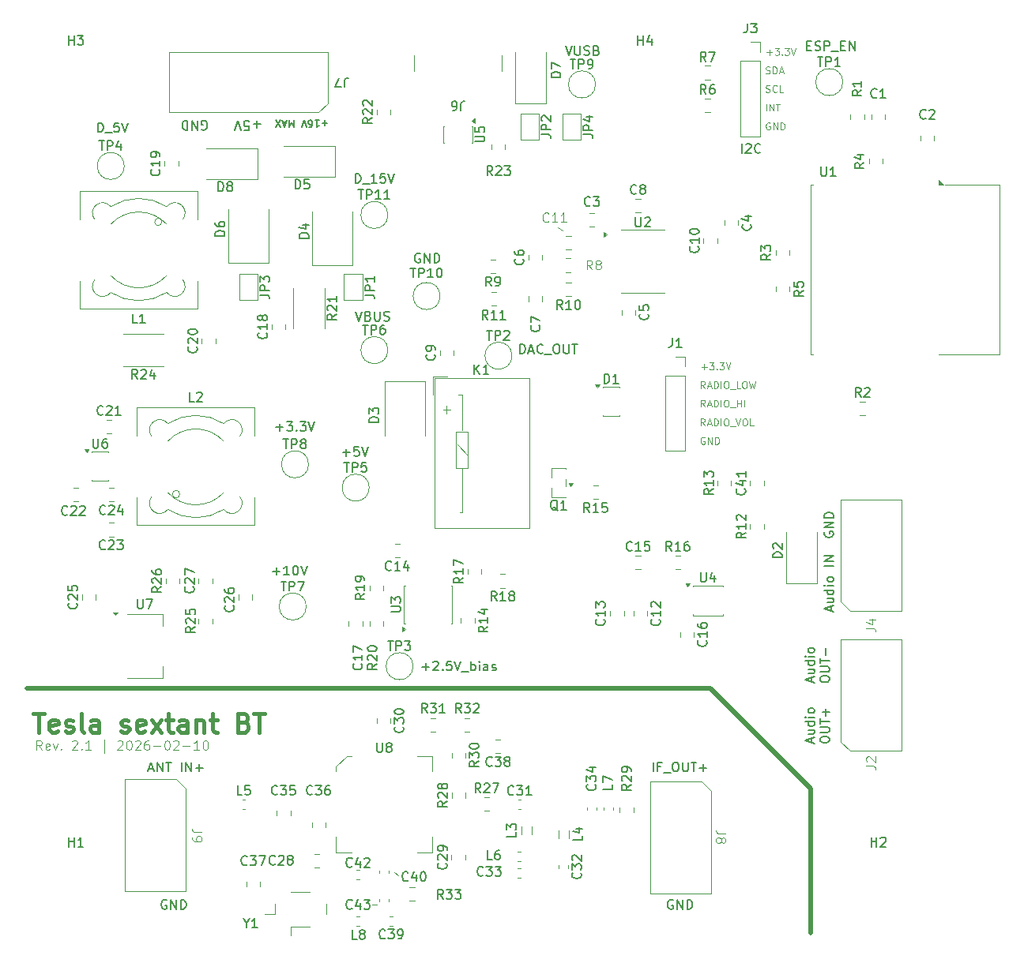
<source format=gto>
%TF.GenerationSoftware,KiCad,Pcbnew,9.0.7*%
%TF.CreationDate,2026-02-10T21:18:12+01:00*%
%TF.ProjectId,Tesla_sextant_BT,5465736c-615f-4736-9578-74616e745f42,2.1*%
%TF.SameCoordinates,Original*%
%TF.FileFunction,Legend,Top*%
%TF.FilePolarity,Positive*%
%FSLAX46Y46*%
G04 Gerber Fmt 4.6, Leading zero omitted, Abs format (unit mm)*
G04 Created by KiCad (PCBNEW 9.0.7) date 2026-02-10 21:18:12*
%MOMM*%
%LPD*%
G01*
G04 APERTURE LIST*
%ADD10C,0.100000*%
%ADD11C,0.500000*%
%ADD12C,0.200000*%
%ADD13C,0.400000*%
%ADD14C,0.150000*%
%ADD15C,0.093750*%
%ADD16C,0.125000*%
%ADD17C,0.120000*%
G04 APERTURE END LIST*
D10*
X115242524Y-75105603D02*
G75*
G02*
X116987268Y-76462294I874976J-674997D01*
G01*
X116987301Y-82962401D02*
G75*
G02*
X115242511Y-84319128I-869801J-681699D01*
G01*
X140100000Y-146837500D02*
X139600000Y-146462500D01*
X121362500Y-105775279D02*
G75*
G02*
X115362500Y-105775279I-3000000J2750000D01*
G01*
X121355024Y-98380882D02*
G75*
G02*
X123099789Y-99737589I874976J-675018D01*
G01*
X109257476Y-84319118D02*
G75*
G02*
X107512711Y-82962411I-874976J675018D01*
G01*
X115369976Y-107594397D02*
G75*
G02*
X113625232Y-106237706I-874976J674997D01*
G01*
X115362500Y-100275279D02*
G75*
G02*
X121362500Y-100275279I3000000J-2750000D01*
G01*
X137750000Y-150000000D02*
X137250000Y-150000000D01*
X123099801Y-106237680D02*
G75*
G02*
X121354991Y-107594422I-869801J-681720D01*
G01*
X118362500Y-97500279D02*
G75*
G02*
X121355026Y-98380879I0J-5525021D01*
G01*
X112250000Y-85199721D02*
G75*
G02*
X109257474Y-84319121I0J5525021D01*
G01*
X112250000Y-74225000D02*
G75*
G02*
X115242524Y-75105603I0J-5525000D01*
G01*
X121355024Y-107594397D02*
G75*
G02*
X118362500Y-108475000I-2992524J4644397D01*
G01*
X109250000Y-77000000D02*
G75*
G02*
X115250000Y-77000000I3000000J-2750000D01*
G01*
X115242524Y-84319118D02*
G75*
G02*
X112250000Y-85199718I-2992524J4644418D01*
G01*
X109257476Y-75105603D02*
G75*
G02*
X112250000Y-74225000I2992524J-4644397D01*
G01*
X115369976Y-98380882D02*
G75*
G02*
X118362500Y-97500282I2992524J-4644418D01*
G01*
X115250000Y-82500000D02*
G75*
G02*
X109250000Y-82500000I-3000000J2750000D01*
G01*
D11*
X100250000Y-126750000D02*
X173500000Y-126750000D01*
D10*
X107512699Y-76462320D02*
G75*
G02*
X109257509Y-75105578I869801J681720D01*
G01*
X113625199Y-99737599D02*
G75*
G02*
X115369989Y-98380872I869801J681699D01*
G01*
X116653012Y-105950000D02*
G75*
G02*
X115871988Y-105950000I-390512J0D01*
G01*
X115871988Y-105950000D02*
G75*
G02*
X116653012Y-105950000I390512J0D01*
G01*
D11*
X184250000Y-137500000D02*
X173500000Y-126750000D01*
D10*
X118362500Y-108475000D02*
G75*
G02*
X115369976Y-107594397I0J5525000D01*
G01*
D11*
X184250000Y-137500000D02*
X184250000Y-153000000D01*
D10*
X114740512Y-76750000D02*
G75*
G02*
X113959488Y-76750000I-390512J0D01*
G01*
X113959488Y-76750000D02*
G75*
G02*
X114740512Y-76750000I390512J0D01*
G01*
X157150000Y-77300000D02*
X157650000Y-77700000D01*
D12*
X167392857Y-135702219D02*
X167392857Y-134702219D01*
X168202380Y-135178409D02*
X167869047Y-135178409D01*
X167869047Y-135702219D02*
X167869047Y-134702219D01*
X167869047Y-134702219D02*
X168345237Y-134702219D01*
X168488095Y-135797457D02*
X169249999Y-135797457D01*
X169678571Y-134702219D02*
X169869047Y-134702219D01*
X169869047Y-134702219D02*
X169964285Y-134749838D01*
X169964285Y-134749838D02*
X170059523Y-134845076D01*
X170059523Y-134845076D02*
X170107142Y-135035552D01*
X170107142Y-135035552D02*
X170107142Y-135368885D01*
X170107142Y-135368885D02*
X170059523Y-135559361D01*
X170059523Y-135559361D02*
X169964285Y-135654600D01*
X169964285Y-135654600D02*
X169869047Y-135702219D01*
X169869047Y-135702219D02*
X169678571Y-135702219D01*
X169678571Y-135702219D02*
X169583333Y-135654600D01*
X169583333Y-135654600D02*
X169488095Y-135559361D01*
X169488095Y-135559361D02*
X169440476Y-135368885D01*
X169440476Y-135368885D02*
X169440476Y-135035552D01*
X169440476Y-135035552D02*
X169488095Y-134845076D01*
X169488095Y-134845076D02*
X169583333Y-134749838D01*
X169583333Y-134749838D02*
X169678571Y-134702219D01*
X170535714Y-134702219D02*
X170535714Y-135511742D01*
X170535714Y-135511742D02*
X170583333Y-135606980D01*
X170583333Y-135606980D02*
X170630952Y-135654600D01*
X170630952Y-135654600D02*
X170726190Y-135702219D01*
X170726190Y-135702219D02*
X170916666Y-135702219D01*
X170916666Y-135702219D02*
X171011904Y-135654600D01*
X171011904Y-135654600D02*
X171059523Y-135606980D01*
X171059523Y-135606980D02*
X171107142Y-135511742D01*
X171107142Y-135511742D02*
X171107142Y-134702219D01*
X171440476Y-134702219D02*
X172011904Y-134702219D01*
X171726190Y-135702219D02*
X171726190Y-134702219D01*
X172345238Y-135321266D02*
X173107143Y-135321266D01*
X172726190Y-135702219D02*
X172726190Y-134940314D01*
X142619673Y-124486266D02*
X143381578Y-124486266D01*
X143000625Y-124867219D02*
X143000625Y-124105314D01*
X143810149Y-123962457D02*
X143857768Y-123914838D01*
X143857768Y-123914838D02*
X143953006Y-123867219D01*
X143953006Y-123867219D02*
X144191101Y-123867219D01*
X144191101Y-123867219D02*
X144286339Y-123914838D01*
X144286339Y-123914838D02*
X144333958Y-123962457D01*
X144333958Y-123962457D02*
X144381577Y-124057695D01*
X144381577Y-124057695D02*
X144381577Y-124152933D01*
X144381577Y-124152933D02*
X144333958Y-124295790D01*
X144333958Y-124295790D02*
X143762530Y-124867219D01*
X143762530Y-124867219D02*
X144381577Y-124867219D01*
X144810149Y-124771980D02*
X144857768Y-124819600D01*
X144857768Y-124819600D02*
X144810149Y-124867219D01*
X144810149Y-124867219D02*
X144762530Y-124819600D01*
X144762530Y-124819600D02*
X144810149Y-124771980D01*
X144810149Y-124771980D02*
X144810149Y-124867219D01*
X145762529Y-123867219D02*
X145286339Y-123867219D01*
X145286339Y-123867219D02*
X145238720Y-124343409D01*
X145238720Y-124343409D02*
X145286339Y-124295790D01*
X145286339Y-124295790D02*
X145381577Y-124248171D01*
X145381577Y-124248171D02*
X145619672Y-124248171D01*
X145619672Y-124248171D02*
X145714910Y-124295790D01*
X145714910Y-124295790D02*
X145762529Y-124343409D01*
X145762529Y-124343409D02*
X145810148Y-124438647D01*
X145810148Y-124438647D02*
X145810148Y-124676742D01*
X145810148Y-124676742D02*
X145762529Y-124771980D01*
X145762529Y-124771980D02*
X145714910Y-124819600D01*
X145714910Y-124819600D02*
X145619672Y-124867219D01*
X145619672Y-124867219D02*
X145381577Y-124867219D01*
X145381577Y-124867219D02*
X145286339Y-124819600D01*
X145286339Y-124819600D02*
X145238720Y-124771980D01*
X146095863Y-123867219D02*
X146429196Y-124867219D01*
X146429196Y-124867219D02*
X146762529Y-123867219D01*
X146857768Y-124962457D02*
X147619672Y-124962457D01*
X147857768Y-124867219D02*
X147857768Y-123867219D01*
X147857768Y-124248171D02*
X147953006Y-124200552D01*
X147953006Y-124200552D02*
X148143482Y-124200552D01*
X148143482Y-124200552D02*
X148238720Y-124248171D01*
X148238720Y-124248171D02*
X148286339Y-124295790D01*
X148286339Y-124295790D02*
X148333958Y-124391028D01*
X148333958Y-124391028D02*
X148333958Y-124676742D01*
X148333958Y-124676742D02*
X148286339Y-124771980D01*
X148286339Y-124771980D02*
X148238720Y-124819600D01*
X148238720Y-124819600D02*
X148143482Y-124867219D01*
X148143482Y-124867219D02*
X147953006Y-124867219D01*
X147953006Y-124867219D02*
X147857768Y-124819600D01*
X148762530Y-124867219D02*
X148762530Y-124200552D01*
X148762530Y-123867219D02*
X148714911Y-123914838D01*
X148714911Y-123914838D02*
X148762530Y-123962457D01*
X148762530Y-123962457D02*
X148810149Y-123914838D01*
X148810149Y-123914838D02*
X148762530Y-123867219D01*
X148762530Y-123867219D02*
X148762530Y-123962457D01*
X149667291Y-124867219D02*
X149667291Y-124343409D01*
X149667291Y-124343409D02*
X149619672Y-124248171D01*
X149619672Y-124248171D02*
X149524434Y-124200552D01*
X149524434Y-124200552D02*
X149333958Y-124200552D01*
X149333958Y-124200552D02*
X149238720Y-124248171D01*
X149667291Y-124819600D02*
X149572053Y-124867219D01*
X149572053Y-124867219D02*
X149333958Y-124867219D01*
X149333958Y-124867219D02*
X149238720Y-124819600D01*
X149238720Y-124819600D02*
X149191101Y-124724361D01*
X149191101Y-124724361D02*
X149191101Y-124629123D01*
X149191101Y-124629123D02*
X149238720Y-124533885D01*
X149238720Y-124533885D02*
X149333958Y-124486266D01*
X149333958Y-124486266D02*
X149572053Y-124486266D01*
X149572053Y-124486266D02*
X149667291Y-124438647D01*
X150095863Y-124819600D02*
X150191101Y-124867219D01*
X150191101Y-124867219D02*
X150381577Y-124867219D01*
X150381577Y-124867219D02*
X150476815Y-124819600D01*
X150476815Y-124819600D02*
X150524434Y-124724361D01*
X150524434Y-124724361D02*
X150524434Y-124676742D01*
X150524434Y-124676742D02*
X150476815Y-124581504D01*
X150476815Y-124581504D02*
X150381577Y-124533885D01*
X150381577Y-124533885D02*
X150238720Y-124533885D01*
X150238720Y-124533885D02*
X150143482Y-124486266D01*
X150143482Y-124486266D02*
X150095863Y-124391028D01*
X150095863Y-124391028D02*
X150095863Y-124343409D01*
X150095863Y-124343409D02*
X150143482Y-124248171D01*
X150143482Y-124248171D02*
X150238720Y-124200552D01*
X150238720Y-124200552D02*
X150381577Y-124200552D01*
X150381577Y-124200552D02*
X150476815Y-124248171D01*
X135526816Y-86367219D02*
X135860149Y-87367219D01*
X135860149Y-87367219D02*
X136193482Y-86367219D01*
X136860149Y-86843409D02*
X137003006Y-86891028D01*
X137003006Y-86891028D02*
X137050625Y-86938647D01*
X137050625Y-86938647D02*
X137098244Y-87033885D01*
X137098244Y-87033885D02*
X137098244Y-87176742D01*
X137098244Y-87176742D02*
X137050625Y-87271980D01*
X137050625Y-87271980D02*
X137003006Y-87319600D01*
X137003006Y-87319600D02*
X136907768Y-87367219D01*
X136907768Y-87367219D02*
X136526816Y-87367219D01*
X136526816Y-87367219D02*
X136526816Y-86367219D01*
X136526816Y-86367219D02*
X136860149Y-86367219D01*
X136860149Y-86367219D02*
X136955387Y-86414838D01*
X136955387Y-86414838D02*
X137003006Y-86462457D01*
X137003006Y-86462457D02*
X137050625Y-86557695D01*
X137050625Y-86557695D02*
X137050625Y-86652933D01*
X137050625Y-86652933D02*
X137003006Y-86748171D01*
X137003006Y-86748171D02*
X136955387Y-86795790D01*
X136955387Y-86795790D02*
X136860149Y-86843409D01*
X136860149Y-86843409D02*
X136526816Y-86843409D01*
X137526816Y-86367219D02*
X137526816Y-87176742D01*
X137526816Y-87176742D02*
X137574435Y-87271980D01*
X137574435Y-87271980D02*
X137622054Y-87319600D01*
X137622054Y-87319600D02*
X137717292Y-87367219D01*
X137717292Y-87367219D02*
X137907768Y-87367219D01*
X137907768Y-87367219D02*
X138003006Y-87319600D01*
X138003006Y-87319600D02*
X138050625Y-87271980D01*
X138050625Y-87271980D02*
X138098244Y-87176742D01*
X138098244Y-87176742D02*
X138098244Y-86367219D01*
X138526816Y-87319600D02*
X138669673Y-87367219D01*
X138669673Y-87367219D02*
X138907768Y-87367219D01*
X138907768Y-87367219D02*
X139003006Y-87319600D01*
X139003006Y-87319600D02*
X139050625Y-87271980D01*
X139050625Y-87271980D02*
X139098244Y-87176742D01*
X139098244Y-87176742D02*
X139098244Y-87081504D01*
X139098244Y-87081504D02*
X139050625Y-86986266D01*
X139050625Y-86986266D02*
X139003006Y-86938647D01*
X139003006Y-86938647D02*
X138907768Y-86891028D01*
X138907768Y-86891028D02*
X138717292Y-86843409D01*
X138717292Y-86843409D02*
X138622054Y-86795790D01*
X138622054Y-86795790D02*
X138574435Y-86748171D01*
X138574435Y-86748171D02*
X138526816Y-86652933D01*
X138526816Y-86652933D02*
X138526816Y-86557695D01*
X138526816Y-86557695D02*
X138574435Y-86462457D01*
X138574435Y-86462457D02*
X138622054Y-86414838D01*
X138622054Y-86414838D02*
X138717292Y-86367219D01*
X138717292Y-86367219D02*
X138955387Y-86367219D01*
X138955387Y-86367219D02*
X139098244Y-86414838D01*
X119011904Y-66835161D02*
X119107142Y-66882780D01*
X119107142Y-66882780D02*
X119249999Y-66882780D01*
X119249999Y-66882780D02*
X119392856Y-66835161D01*
X119392856Y-66835161D02*
X119488094Y-66739923D01*
X119488094Y-66739923D02*
X119535713Y-66644685D01*
X119535713Y-66644685D02*
X119583332Y-66454209D01*
X119583332Y-66454209D02*
X119583332Y-66311352D01*
X119583332Y-66311352D02*
X119535713Y-66120876D01*
X119535713Y-66120876D02*
X119488094Y-66025638D01*
X119488094Y-66025638D02*
X119392856Y-65930400D01*
X119392856Y-65930400D02*
X119249999Y-65882780D01*
X119249999Y-65882780D02*
X119154761Y-65882780D01*
X119154761Y-65882780D02*
X119011904Y-65930400D01*
X119011904Y-65930400D02*
X118964285Y-65978019D01*
X118964285Y-65978019D02*
X118964285Y-66311352D01*
X118964285Y-66311352D02*
X119154761Y-66311352D01*
X118535713Y-65882780D02*
X118535713Y-66882780D01*
X118535713Y-66882780D02*
X117964285Y-65882780D01*
X117964285Y-65882780D02*
X117964285Y-66882780D01*
X117488094Y-65882780D02*
X117488094Y-66882780D01*
X117488094Y-66882780D02*
X117249999Y-66882780D01*
X117249999Y-66882780D02*
X117107142Y-66835161D01*
X117107142Y-66835161D02*
X117011904Y-66739923D01*
X117011904Y-66739923D02*
X116964285Y-66644685D01*
X116964285Y-66644685D02*
X116916666Y-66454209D01*
X116916666Y-66454209D02*
X116916666Y-66311352D01*
X116916666Y-66311352D02*
X116964285Y-66120876D01*
X116964285Y-66120876D02*
X117011904Y-66025638D01*
X117011904Y-66025638D02*
X117107142Y-65930400D01*
X117107142Y-65930400D02*
X117249999Y-65882780D01*
X117249999Y-65882780D02*
X117488094Y-65882780D01*
D13*
X100953633Y-129484438D02*
X102096490Y-129484438D01*
X101525061Y-131484438D02*
X101525061Y-129484438D01*
X103525062Y-131389200D02*
X103334586Y-131484438D01*
X103334586Y-131484438D02*
X102953633Y-131484438D01*
X102953633Y-131484438D02*
X102763157Y-131389200D01*
X102763157Y-131389200D02*
X102667919Y-131198723D01*
X102667919Y-131198723D02*
X102667919Y-130436819D01*
X102667919Y-130436819D02*
X102763157Y-130246342D01*
X102763157Y-130246342D02*
X102953633Y-130151104D01*
X102953633Y-130151104D02*
X103334586Y-130151104D01*
X103334586Y-130151104D02*
X103525062Y-130246342D01*
X103525062Y-130246342D02*
X103620300Y-130436819D01*
X103620300Y-130436819D02*
X103620300Y-130627295D01*
X103620300Y-130627295D02*
X102667919Y-130817771D01*
X104382205Y-131389200D02*
X104572681Y-131484438D01*
X104572681Y-131484438D02*
X104953633Y-131484438D01*
X104953633Y-131484438D02*
X105144110Y-131389200D01*
X105144110Y-131389200D02*
X105239348Y-131198723D01*
X105239348Y-131198723D02*
X105239348Y-131103485D01*
X105239348Y-131103485D02*
X105144110Y-130913009D01*
X105144110Y-130913009D02*
X104953633Y-130817771D01*
X104953633Y-130817771D02*
X104667919Y-130817771D01*
X104667919Y-130817771D02*
X104477443Y-130722533D01*
X104477443Y-130722533D02*
X104382205Y-130532057D01*
X104382205Y-130532057D02*
X104382205Y-130436819D01*
X104382205Y-130436819D02*
X104477443Y-130246342D01*
X104477443Y-130246342D02*
X104667919Y-130151104D01*
X104667919Y-130151104D02*
X104953633Y-130151104D01*
X104953633Y-130151104D02*
X105144110Y-130246342D01*
X106382205Y-131484438D02*
X106191729Y-131389200D01*
X106191729Y-131389200D02*
X106096491Y-131198723D01*
X106096491Y-131198723D02*
X106096491Y-129484438D01*
X108001253Y-131484438D02*
X108001253Y-130436819D01*
X108001253Y-130436819D02*
X107906015Y-130246342D01*
X107906015Y-130246342D02*
X107715539Y-130151104D01*
X107715539Y-130151104D02*
X107334586Y-130151104D01*
X107334586Y-130151104D02*
X107144110Y-130246342D01*
X108001253Y-131389200D02*
X107810777Y-131484438D01*
X107810777Y-131484438D02*
X107334586Y-131484438D01*
X107334586Y-131484438D02*
X107144110Y-131389200D01*
X107144110Y-131389200D02*
X107048872Y-131198723D01*
X107048872Y-131198723D02*
X107048872Y-131008247D01*
X107048872Y-131008247D02*
X107144110Y-130817771D01*
X107144110Y-130817771D02*
X107334586Y-130722533D01*
X107334586Y-130722533D02*
X107810777Y-130722533D01*
X107810777Y-130722533D02*
X108001253Y-130627295D01*
X110382206Y-131389200D02*
X110572682Y-131484438D01*
X110572682Y-131484438D02*
X110953634Y-131484438D01*
X110953634Y-131484438D02*
X111144111Y-131389200D01*
X111144111Y-131389200D02*
X111239349Y-131198723D01*
X111239349Y-131198723D02*
X111239349Y-131103485D01*
X111239349Y-131103485D02*
X111144111Y-130913009D01*
X111144111Y-130913009D02*
X110953634Y-130817771D01*
X110953634Y-130817771D02*
X110667920Y-130817771D01*
X110667920Y-130817771D02*
X110477444Y-130722533D01*
X110477444Y-130722533D02*
X110382206Y-130532057D01*
X110382206Y-130532057D02*
X110382206Y-130436819D01*
X110382206Y-130436819D02*
X110477444Y-130246342D01*
X110477444Y-130246342D02*
X110667920Y-130151104D01*
X110667920Y-130151104D02*
X110953634Y-130151104D01*
X110953634Y-130151104D02*
X111144111Y-130246342D01*
X112858397Y-131389200D02*
X112667921Y-131484438D01*
X112667921Y-131484438D02*
X112286968Y-131484438D01*
X112286968Y-131484438D02*
X112096492Y-131389200D01*
X112096492Y-131389200D02*
X112001254Y-131198723D01*
X112001254Y-131198723D02*
X112001254Y-130436819D01*
X112001254Y-130436819D02*
X112096492Y-130246342D01*
X112096492Y-130246342D02*
X112286968Y-130151104D01*
X112286968Y-130151104D02*
X112667921Y-130151104D01*
X112667921Y-130151104D02*
X112858397Y-130246342D01*
X112858397Y-130246342D02*
X112953635Y-130436819D01*
X112953635Y-130436819D02*
X112953635Y-130627295D01*
X112953635Y-130627295D02*
X112001254Y-130817771D01*
X113620302Y-131484438D02*
X114667921Y-130151104D01*
X113620302Y-130151104D02*
X114667921Y-131484438D01*
X115144112Y-130151104D02*
X115906016Y-130151104D01*
X115429826Y-129484438D02*
X115429826Y-131198723D01*
X115429826Y-131198723D02*
X115525064Y-131389200D01*
X115525064Y-131389200D02*
X115715540Y-131484438D01*
X115715540Y-131484438D02*
X115906016Y-131484438D01*
X117429826Y-131484438D02*
X117429826Y-130436819D01*
X117429826Y-130436819D02*
X117334588Y-130246342D01*
X117334588Y-130246342D02*
X117144112Y-130151104D01*
X117144112Y-130151104D02*
X116763159Y-130151104D01*
X116763159Y-130151104D02*
X116572683Y-130246342D01*
X117429826Y-131389200D02*
X117239350Y-131484438D01*
X117239350Y-131484438D02*
X116763159Y-131484438D01*
X116763159Y-131484438D02*
X116572683Y-131389200D01*
X116572683Y-131389200D02*
X116477445Y-131198723D01*
X116477445Y-131198723D02*
X116477445Y-131008247D01*
X116477445Y-131008247D02*
X116572683Y-130817771D01*
X116572683Y-130817771D02*
X116763159Y-130722533D01*
X116763159Y-130722533D02*
X117239350Y-130722533D01*
X117239350Y-130722533D02*
X117429826Y-130627295D01*
X118382207Y-130151104D02*
X118382207Y-131484438D01*
X118382207Y-130341580D02*
X118477445Y-130246342D01*
X118477445Y-130246342D02*
X118667921Y-130151104D01*
X118667921Y-130151104D02*
X118953636Y-130151104D01*
X118953636Y-130151104D02*
X119144112Y-130246342D01*
X119144112Y-130246342D02*
X119239350Y-130436819D01*
X119239350Y-130436819D02*
X119239350Y-131484438D01*
X119906017Y-130151104D02*
X120667921Y-130151104D01*
X120191731Y-129484438D02*
X120191731Y-131198723D01*
X120191731Y-131198723D02*
X120286969Y-131389200D01*
X120286969Y-131389200D02*
X120477445Y-131484438D01*
X120477445Y-131484438D02*
X120667921Y-131484438D01*
X123525065Y-130436819D02*
X123810779Y-130532057D01*
X123810779Y-130532057D02*
X123906017Y-130627295D01*
X123906017Y-130627295D02*
X124001255Y-130817771D01*
X124001255Y-130817771D02*
X124001255Y-131103485D01*
X124001255Y-131103485D02*
X123906017Y-131293961D01*
X123906017Y-131293961D02*
X123810779Y-131389200D01*
X123810779Y-131389200D02*
X123620303Y-131484438D01*
X123620303Y-131484438D02*
X122858398Y-131484438D01*
X122858398Y-131484438D02*
X122858398Y-129484438D01*
X122858398Y-129484438D02*
X123525065Y-129484438D01*
X123525065Y-129484438D02*
X123715541Y-129579676D01*
X123715541Y-129579676D02*
X123810779Y-129674914D01*
X123810779Y-129674914D02*
X123906017Y-129865390D01*
X123906017Y-129865390D02*
X123906017Y-130055866D01*
X123906017Y-130055866D02*
X123810779Y-130246342D01*
X123810779Y-130246342D02*
X123715541Y-130341580D01*
X123715541Y-130341580D02*
X123525065Y-130436819D01*
X123525065Y-130436819D02*
X122858398Y-130436819D01*
X124572684Y-129484438D02*
X125715541Y-129484438D01*
X125144112Y-131484438D02*
X125144112Y-129484438D01*
D12*
X126969673Y-98786266D02*
X127731578Y-98786266D01*
X127350625Y-99167219D02*
X127350625Y-98405314D01*
X128112530Y-98167219D02*
X128731577Y-98167219D01*
X128731577Y-98167219D02*
X128398244Y-98548171D01*
X128398244Y-98548171D02*
X128541101Y-98548171D01*
X128541101Y-98548171D02*
X128636339Y-98595790D01*
X128636339Y-98595790D02*
X128683958Y-98643409D01*
X128683958Y-98643409D02*
X128731577Y-98738647D01*
X128731577Y-98738647D02*
X128731577Y-98976742D01*
X128731577Y-98976742D02*
X128683958Y-99071980D01*
X128683958Y-99071980D02*
X128636339Y-99119600D01*
X128636339Y-99119600D02*
X128541101Y-99167219D01*
X128541101Y-99167219D02*
X128255387Y-99167219D01*
X128255387Y-99167219D02*
X128160149Y-99119600D01*
X128160149Y-99119600D02*
X128112530Y-99071980D01*
X129160149Y-99071980D02*
X129207768Y-99119600D01*
X129207768Y-99119600D02*
X129160149Y-99167219D01*
X129160149Y-99167219D02*
X129112530Y-99119600D01*
X129112530Y-99119600D02*
X129160149Y-99071980D01*
X129160149Y-99071980D02*
X129160149Y-99167219D01*
X129541101Y-98167219D02*
X130160148Y-98167219D01*
X130160148Y-98167219D02*
X129826815Y-98548171D01*
X129826815Y-98548171D02*
X129969672Y-98548171D01*
X129969672Y-98548171D02*
X130064910Y-98595790D01*
X130064910Y-98595790D02*
X130112529Y-98643409D01*
X130112529Y-98643409D02*
X130160148Y-98738647D01*
X130160148Y-98738647D02*
X130160148Y-98976742D01*
X130160148Y-98976742D02*
X130112529Y-99071980D01*
X130112529Y-99071980D02*
X130064910Y-99119600D01*
X130064910Y-99119600D02*
X129969672Y-99167219D01*
X129969672Y-99167219D02*
X129683958Y-99167219D01*
X129683958Y-99167219D02*
X129588720Y-99119600D01*
X129588720Y-99119600D02*
X129541101Y-99071980D01*
X130445863Y-98167219D02*
X130779196Y-99167219D01*
X130779196Y-99167219D02*
X131112529Y-98167219D01*
X142393482Y-80164838D02*
X142298244Y-80117219D01*
X142298244Y-80117219D02*
X142155387Y-80117219D01*
X142155387Y-80117219D02*
X142012530Y-80164838D01*
X142012530Y-80164838D02*
X141917292Y-80260076D01*
X141917292Y-80260076D02*
X141869673Y-80355314D01*
X141869673Y-80355314D02*
X141822054Y-80545790D01*
X141822054Y-80545790D02*
X141822054Y-80688647D01*
X141822054Y-80688647D02*
X141869673Y-80879123D01*
X141869673Y-80879123D02*
X141917292Y-80974361D01*
X141917292Y-80974361D02*
X142012530Y-81069600D01*
X142012530Y-81069600D02*
X142155387Y-81117219D01*
X142155387Y-81117219D02*
X142250625Y-81117219D01*
X142250625Y-81117219D02*
X142393482Y-81069600D01*
X142393482Y-81069600D02*
X142441101Y-81021980D01*
X142441101Y-81021980D02*
X142441101Y-80688647D01*
X142441101Y-80688647D02*
X142250625Y-80688647D01*
X142869673Y-81117219D02*
X142869673Y-80117219D01*
X142869673Y-80117219D02*
X143441101Y-81117219D01*
X143441101Y-81117219D02*
X143441101Y-80117219D01*
X143917292Y-81117219D02*
X143917292Y-80117219D01*
X143917292Y-80117219D02*
X144155387Y-80117219D01*
X144155387Y-80117219D02*
X144298244Y-80164838D01*
X144298244Y-80164838D02*
X144393482Y-80260076D01*
X144393482Y-80260076D02*
X144441101Y-80355314D01*
X144441101Y-80355314D02*
X144488720Y-80545790D01*
X144488720Y-80545790D02*
X144488720Y-80688647D01*
X144488720Y-80688647D02*
X144441101Y-80879123D01*
X144441101Y-80879123D02*
X144393482Y-80974361D01*
X144393482Y-80974361D02*
X144298244Y-81069600D01*
X144298244Y-81069600D02*
X144155387Y-81117219D01*
X144155387Y-81117219D02*
X143917292Y-81117219D01*
X183869673Y-57843409D02*
X184203006Y-57843409D01*
X184345863Y-58367219D02*
X183869673Y-58367219D01*
X183869673Y-58367219D02*
X183869673Y-57367219D01*
X183869673Y-57367219D02*
X184345863Y-57367219D01*
X184726816Y-58319600D02*
X184869673Y-58367219D01*
X184869673Y-58367219D02*
X185107768Y-58367219D01*
X185107768Y-58367219D02*
X185203006Y-58319600D01*
X185203006Y-58319600D02*
X185250625Y-58271980D01*
X185250625Y-58271980D02*
X185298244Y-58176742D01*
X185298244Y-58176742D02*
X185298244Y-58081504D01*
X185298244Y-58081504D02*
X185250625Y-57986266D01*
X185250625Y-57986266D02*
X185203006Y-57938647D01*
X185203006Y-57938647D02*
X185107768Y-57891028D01*
X185107768Y-57891028D02*
X184917292Y-57843409D01*
X184917292Y-57843409D02*
X184822054Y-57795790D01*
X184822054Y-57795790D02*
X184774435Y-57748171D01*
X184774435Y-57748171D02*
X184726816Y-57652933D01*
X184726816Y-57652933D02*
X184726816Y-57557695D01*
X184726816Y-57557695D02*
X184774435Y-57462457D01*
X184774435Y-57462457D02*
X184822054Y-57414838D01*
X184822054Y-57414838D02*
X184917292Y-57367219D01*
X184917292Y-57367219D02*
X185155387Y-57367219D01*
X185155387Y-57367219D02*
X185298244Y-57414838D01*
X185726816Y-58367219D02*
X185726816Y-57367219D01*
X185726816Y-57367219D02*
X186107768Y-57367219D01*
X186107768Y-57367219D02*
X186203006Y-57414838D01*
X186203006Y-57414838D02*
X186250625Y-57462457D01*
X186250625Y-57462457D02*
X186298244Y-57557695D01*
X186298244Y-57557695D02*
X186298244Y-57700552D01*
X186298244Y-57700552D02*
X186250625Y-57795790D01*
X186250625Y-57795790D02*
X186203006Y-57843409D01*
X186203006Y-57843409D02*
X186107768Y-57891028D01*
X186107768Y-57891028D02*
X185726816Y-57891028D01*
X186488721Y-58462457D02*
X187250625Y-58462457D01*
X187488721Y-57843409D02*
X187822054Y-57843409D01*
X187964911Y-58367219D02*
X187488721Y-58367219D01*
X187488721Y-58367219D02*
X187488721Y-57367219D01*
X187488721Y-57367219D02*
X187964911Y-57367219D01*
X188393483Y-58367219D02*
X188393483Y-57367219D01*
X188393483Y-57367219D02*
X188964911Y-58367219D01*
X188964911Y-58367219D02*
X188964911Y-57367219D01*
X107869673Y-67117219D02*
X107869673Y-66117219D01*
X107869673Y-66117219D02*
X108107768Y-66117219D01*
X108107768Y-66117219D02*
X108250625Y-66164838D01*
X108250625Y-66164838D02*
X108345863Y-66260076D01*
X108345863Y-66260076D02*
X108393482Y-66355314D01*
X108393482Y-66355314D02*
X108441101Y-66545790D01*
X108441101Y-66545790D02*
X108441101Y-66688647D01*
X108441101Y-66688647D02*
X108393482Y-66879123D01*
X108393482Y-66879123D02*
X108345863Y-66974361D01*
X108345863Y-66974361D02*
X108250625Y-67069600D01*
X108250625Y-67069600D02*
X108107768Y-67117219D01*
X108107768Y-67117219D02*
X107869673Y-67117219D01*
X108631578Y-67212457D02*
X109393482Y-67212457D01*
X110107768Y-66117219D02*
X109631578Y-66117219D01*
X109631578Y-66117219D02*
X109583959Y-66593409D01*
X109583959Y-66593409D02*
X109631578Y-66545790D01*
X109631578Y-66545790D02*
X109726816Y-66498171D01*
X109726816Y-66498171D02*
X109964911Y-66498171D01*
X109964911Y-66498171D02*
X110060149Y-66545790D01*
X110060149Y-66545790D02*
X110107768Y-66593409D01*
X110107768Y-66593409D02*
X110155387Y-66688647D01*
X110155387Y-66688647D02*
X110155387Y-66926742D01*
X110155387Y-66926742D02*
X110107768Y-67021980D01*
X110107768Y-67021980D02*
X110060149Y-67069600D01*
X110060149Y-67069600D02*
X109964911Y-67117219D01*
X109964911Y-67117219D02*
X109726816Y-67117219D01*
X109726816Y-67117219D02*
X109631578Y-67069600D01*
X109631578Y-67069600D02*
X109583959Y-67021980D01*
X110441102Y-66117219D02*
X110774435Y-67117219D01*
X110774435Y-67117219D02*
X111107768Y-66117219D01*
X176869673Y-69367219D02*
X176869673Y-68367219D01*
X177298244Y-68462457D02*
X177345863Y-68414838D01*
X177345863Y-68414838D02*
X177441101Y-68367219D01*
X177441101Y-68367219D02*
X177679196Y-68367219D01*
X177679196Y-68367219D02*
X177774434Y-68414838D01*
X177774434Y-68414838D02*
X177822053Y-68462457D01*
X177822053Y-68462457D02*
X177869672Y-68557695D01*
X177869672Y-68557695D02*
X177869672Y-68652933D01*
X177869672Y-68652933D02*
X177822053Y-68795790D01*
X177822053Y-68795790D02*
X177250625Y-69367219D01*
X177250625Y-69367219D02*
X177869672Y-69367219D01*
X178869672Y-69271980D02*
X178822053Y-69319600D01*
X178822053Y-69319600D02*
X178679196Y-69367219D01*
X178679196Y-69367219D02*
X178583958Y-69367219D01*
X178583958Y-69367219D02*
X178441101Y-69319600D01*
X178441101Y-69319600D02*
X178345863Y-69224361D01*
X178345863Y-69224361D02*
X178298244Y-69129123D01*
X178298244Y-69129123D02*
X178250625Y-68938647D01*
X178250625Y-68938647D02*
X178250625Y-68795790D01*
X178250625Y-68795790D02*
X178298244Y-68605314D01*
X178298244Y-68605314D02*
X178345863Y-68510076D01*
X178345863Y-68510076D02*
X178441101Y-68414838D01*
X178441101Y-68414838D02*
X178583958Y-68367219D01*
X178583958Y-68367219D02*
X178679196Y-68367219D01*
X178679196Y-68367219D02*
X178822053Y-68414838D01*
X178822053Y-68414838D02*
X178869672Y-68462457D01*
D14*
X132464285Y-66135300D02*
X131892857Y-66135300D01*
X132178571Y-65849585D02*
X132178571Y-66421014D01*
X131142857Y-65849585D02*
X131571428Y-65849585D01*
X131357143Y-65849585D02*
X131357143Y-66599585D01*
X131357143Y-66599585D02*
X131428571Y-66492442D01*
X131428571Y-66492442D02*
X131500000Y-66421014D01*
X131500000Y-66421014D02*
X131571428Y-66385300D01*
X130500000Y-66599585D02*
X130642857Y-66599585D01*
X130642857Y-66599585D02*
X130714285Y-66563871D01*
X130714285Y-66563871D02*
X130750000Y-66528157D01*
X130750000Y-66528157D02*
X130821428Y-66421014D01*
X130821428Y-66421014D02*
X130857142Y-66278157D01*
X130857142Y-66278157D02*
X130857142Y-65992442D01*
X130857142Y-65992442D02*
X130821428Y-65921014D01*
X130821428Y-65921014D02*
X130785714Y-65885300D01*
X130785714Y-65885300D02*
X130714285Y-65849585D01*
X130714285Y-65849585D02*
X130571428Y-65849585D01*
X130571428Y-65849585D02*
X130500000Y-65885300D01*
X130500000Y-65885300D02*
X130464285Y-65921014D01*
X130464285Y-65921014D02*
X130428571Y-65992442D01*
X130428571Y-65992442D02*
X130428571Y-66171014D01*
X130428571Y-66171014D02*
X130464285Y-66242442D01*
X130464285Y-66242442D02*
X130500000Y-66278157D01*
X130500000Y-66278157D02*
X130571428Y-66313871D01*
X130571428Y-66313871D02*
X130714285Y-66313871D01*
X130714285Y-66313871D02*
X130785714Y-66278157D01*
X130785714Y-66278157D02*
X130821428Y-66242442D01*
X130821428Y-66242442D02*
X130857142Y-66171014D01*
X130214285Y-66599585D02*
X129964285Y-65849585D01*
X129964285Y-65849585D02*
X129714285Y-66599585D01*
X128892856Y-65849585D02*
X128892856Y-66599585D01*
X128892856Y-66599585D02*
X128642856Y-66063871D01*
X128642856Y-66063871D02*
X128392856Y-66599585D01*
X128392856Y-66599585D02*
X128392856Y-65849585D01*
X128071427Y-66063871D02*
X127714285Y-66063871D01*
X128142856Y-65849585D02*
X127892856Y-66599585D01*
X127892856Y-66599585D02*
X127642856Y-65849585D01*
X127464285Y-66599585D02*
X126964285Y-65849585D01*
X126964285Y-66599585D02*
X127464285Y-65849585D01*
D12*
X184361532Y-132583332D02*
X184361532Y-132107142D01*
X184647247Y-132678570D02*
X183647247Y-132345237D01*
X183647247Y-132345237D02*
X184647247Y-132011904D01*
X183980580Y-131249999D02*
X184647247Y-131249999D01*
X183980580Y-131678570D02*
X184504389Y-131678570D01*
X184504389Y-131678570D02*
X184599628Y-131630951D01*
X184599628Y-131630951D02*
X184647247Y-131535713D01*
X184647247Y-131535713D02*
X184647247Y-131392856D01*
X184647247Y-131392856D02*
X184599628Y-131297618D01*
X184599628Y-131297618D02*
X184552008Y-131249999D01*
X184647247Y-130345237D02*
X183647247Y-130345237D01*
X184599628Y-130345237D02*
X184647247Y-130440475D01*
X184647247Y-130440475D02*
X184647247Y-130630951D01*
X184647247Y-130630951D02*
X184599628Y-130726189D01*
X184599628Y-130726189D02*
X184552008Y-130773808D01*
X184552008Y-130773808D02*
X184456770Y-130821427D01*
X184456770Y-130821427D02*
X184171056Y-130821427D01*
X184171056Y-130821427D02*
X184075818Y-130773808D01*
X184075818Y-130773808D02*
X184028199Y-130726189D01*
X184028199Y-130726189D02*
X183980580Y-130630951D01*
X183980580Y-130630951D02*
X183980580Y-130440475D01*
X183980580Y-130440475D02*
X184028199Y-130345237D01*
X184647247Y-129869046D02*
X183980580Y-129869046D01*
X183647247Y-129869046D02*
X183694866Y-129916665D01*
X183694866Y-129916665D02*
X183742485Y-129869046D01*
X183742485Y-129869046D02*
X183694866Y-129821427D01*
X183694866Y-129821427D02*
X183647247Y-129869046D01*
X183647247Y-129869046D02*
X183742485Y-129869046D01*
X184647247Y-129249999D02*
X184599628Y-129345237D01*
X184599628Y-129345237D02*
X184552008Y-129392856D01*
X184552008Y-129392856D02*
X184456770Y-129440475D01*
X184456770Y-129440475D02*
X184171056Y-129440475D01*
X184171056Y-129440475D02*
X184075818Y-129392856D01*
X184075818Y-129392856D02*
X184028199Y-129345237D01*
X184028199Y-129345237D02*
X183980580Y-129249999D01*
X183980580Y-129249999D02*
X183980580Y-129107142D01*
X183980580Y-129107142D02*
X184028199Y-129011904D01*
X184028199Y-129011904D02*
X184075818Y-128964285D01*
X184075818Y-128964285D02*
X184171056Y-128916666D01*
X184171056Y-128916666D02*
X184456770Y-128916666D01*
X184456770Y-128916666D02*
X184552008Y-128964285D01*
X184552008Y-128964285D02*
X184599628Y-129011904D01*
X184599628Y-129011904D02*
X184647247Y-129107142D01*
X184647247Y-129107142D02*
X184647247Y-129249999D01*
X185257191Y-132369047D02*
X185257191Y-132178571D01*
X185257191Y-132178571D02*
X185304810Y-132083333D01*
X185304810Y-132083333D02*
X185400048Y-131988095D01*
X185400048Y-131988095D02*
X185590524Y-131940476D01*
X185590524Y-131940476D02*
X185923857Y-131940476D01*
X185923857Y-131940476D02*
X186114333Y-131988095D01*
X186114333Y-131988095D02*
X186209572Y-132083333D01*
X186209572Y-132083333D02*
X186257191Y-132178571D01*
X186257191Y-132178571D02*
X186257191Y-132369047D01*
X186257191Y-132369047D02*
X186209572Y-132464285D01*
X186209572Y-132464285D02*
X186114333Y-132559523D01*
X186114333Y-132559523D02*
X185923857Y-132607142D01*
X185923857Y-132607142D02*
X185590524Y-132607142D01*
X185590524Y-132607142D02*
X185400048Y-132559523D01*
X185400048Y-132559523D02*
X185304810Y-132464285D01*
X185304810Y-132464285D02*
X185257191Y-132369047D01*
X185257191Y-131511904D02*
X186066714Y-131511904D01*
X186066714Y-131511904D02*
X186161952Y-131464285D01*
X186161952Y-131464285D02*
X186209572Y-131416666D01*
X186209572Y-131416666D02*
X186257191Y-131321428D01*
X186257191Y-131321428D02*
X186257191Y-131130952D01*
X186257191Y-131130952D02*
X186209572Y-131035714D01*
X186209572Y-131035714D02*
X186161952Y-130988095D01*
X186161952Y-130988095D02*
X186066714Y-130940476D01*
X186066714Y-130940476D02*
X185257191Y-130940476D01*
X185257191Y-130607142D02*
X185257191Y-130035714D01*
X186257191Y-130321428D02*
X185257191Y-130321428D01*
X185876238Y-129702380D02*
X185876238Y-128940476D01*
X186257191Y-129321428D02*
X185495286Y-129321428D01*
X169488095Y-149499838D02*
X169392857Y-149452219D01*
X169392857Y-149452219D02*
X169250000Y-149452219D01*
X169250000Y-149452219D02*
X169107143Y-149499838D01*
X169107143Y-149499838D02*
X169011905Y-149595076D01*
X169011905Y-149595076D02*
X168964286Y-149690314D01*
X168964286Y-149690314D02*
X168916667Y-149880790D01*
X168916667Y-149880790D02*
X168916667Y-150023647D01*
X168916667Y-150023647D02*
X168964286Y-150214123D01*
X168964286Y-150214123D02*
X169011905Y-150309361D01*
X169011905Y-150309361D02*
X169107143Y-150404600D01*
X169107143Y-150404600D02*
X169250000Y-150452219D01*
X169250000Y-150452219D02*
X169345238Y-150452219D01*
X169345238Y-150452219D02*
X169488095Y-150404600D01*
X169488095Y-150404600D02*
X169535714Y-150356980D01*
X169535714Y-150356980D02*
X169535714Y-150023647D01*
X169535714Y-150023647D02*
X169345238Y-150023647D01*
X169964286Y-150452219D02*
X169964286Y-149452219D01*
X169964286Y-149452219D02*
X170535714Y-150452219D01*
X170535714Y-150452219D02*
X170535714Y-149452219D01*
X171011905Y-150452219D02*
X171011905Y-149452219D01*
X171011905Y-149452219D02*
X171250000Y-149452219D01*
X171250000Y-149452219D02*
X171392857Y-149499838D01*
X171392857Y-149499838D02*
X171488095Y-149595076D01*
X171488095Y-149595076D02*
X171535714Y-149690314D01*
X171535714Y-149690314D02*
X171583333Y-149880790D01*
X171583333Y-149880790D02*
X171583333Y-150023647D01*
X171583333Y-150023647D02*
X171535714Y-150214123D01*
X171535714Y-150214123D02*
X171488095Y-150309361D01*
X171488095Y-150309361D02*
X171392857Y-150404600D01*
X171392857Y-150404600D02*
X171250000Y-150452219D01*
X171250000Y-150452219D02*
X171011905Y-150452219D01*
D15*
X172550248Y-92306375D02*
X173121677Y-92306375D01*
X172835962Y-92592089D02*
X172835962Y-92020660D01*
X173407390Y-91842089D02*
X173871676Y-91842089D01*
X173871676Y-91842089D02*
X173621676Y-92127803D01*
X173621676Y-92127803D02*
X173728819Y-92127803D01*
X173728819Y-92127803D02*
X173800248Y-92163517D01*
X173800248Y-92163517D02*
X173835962Y-92199232D01*
X173835962Y-92199232D02*
X173871676Y-92270660D01*
X173871676Y-92270660D02*
X173871676Y-92449232D01*
X173871676Y-92449232D02*
X173835962Y-92520660D01*
X173835962Y-92520660D02*
X173800248Y-92556375D01*
X173800248Y-92556375D02*
X173728819Y-92592089D01*
X173728819Y-92592089D02*
X173514533Y-92592089D01*
X173514533Y-92592089D02*
X173443105Y-92556375D01*
X173443105Y-92556375D02*
X173407390Y-92520660D01*
X174193105Y-92520660D02*
X174228819Y-92556375D01*
X174228819Y-92556375D02*
X174193105Y-92592089D01*
X174193105Y-92592089D02*
X174157391Y-92556375D01*
X174157391Y-92556375D02*
X174193105Y-92520660D01*
X174193105Y-92520660D02*
X174193105Y-92592089D01*
X174478819Y-91842089D02*
X174943105Y-91842089D01*
X174943105Y-91842089D02*
X174693105Y-92127803D01*
X174693105Y-92127803D02*
X174800248Y-92127803D01*
X174800248Y-92127803D02*
X174871677Y-92163517D01*
X174871677Y-92163517D02*
X174907391Y-92199232D01*
X174907391Y-92199232D02*
X174943105Y-92270660D01*
X174943105Y-92270660D02*
X174943105Y-92449232D01*
X174943105Y-92449232D02*
X174907391Y-92520660D01*
X174907391Y-92520660D02*
X174871677Y-92556375D01*
X174871677Y-92556375D02*
X174800248Y-92592089D01*
X174800248Y-92592089D02*
X174585962Y-92592089D01*
X174585962Y-92592089D02*
X174514534Y-92556375D01*
X174514534Y-92556375D02*
X174478819Y-92520660D01*
X175157391Y-91842089D02*
X175407391Y-92592089D01*
X175407391Y-92592089D02*
X175657391Y-91842089D01*
X172918819Y-98592089D02*
X172668819Y-98234946D01*
X172490248Y-98592089D02*
X172490248Y-97842089D01*
X172490248Y-97842089D02*
X172775962Y-97842089D01*
X172775962Y-97842089D02*
X172847391Y-97877803D01*
X172847391Y-97877803D02*
X172883105Y-97913517D01*
X172883105Y-97913517D02*
X172918819Y-97984946D01*
X172918819Y-97984946D02*
X172918819Y-98092089D01*
X172918819Y-98092089D02*
X172883105Y-98163517D01*
X172883105Y-98163517D02*
X172847391Y-98199232D01*
X172847391Y-98199232D02*
X172775962Y-98234946D01*
X172775962Y-98234946D02*
X172490248Y-98234946D01*
X173204534Y-98377803D02*
X173561677Y-98377803D01*
X173133105Y-98592089D02*
X173383105Y-97842089D01*
X173383105Y-97842089D02*
X173633105Y-98592089D01*
X173883105Y-98592089D02*
X173883105Y-97842089D01*
X173883105Y-97842089D02*
X174061676Y-97842089D01*
X174061676Y-97842089D02*
X174168819Y-97877803D01*
X174168819Y-97877803D02*
X174240248Y-97949232D01*
X174240248Y-97949232D02*
X174275962Y-98020660D01*
X174275962Y-98020660D02*
X174311676Y-98163517D01*
X174311676Y-98163517D02*
X174311676Y-98270660D01*
X174311676Y-98270660D02*
X174275962Y-98413517D01*
X174275962Y-98413517D02*
X174240248Y-98484946D01*
X174240248Y-98484946D02*
X174168819Y-98556375D01*
X174168819Y-98556375D02*
X174061676Y-98592089D01*
X174061676Y-98592089D02*
X173883105Y-98592089D01*
X174633105Y-98592089D02*
X174633105Y-97842089D01*
X175133105Y-97842089D02*
X175275962Y-97842089D01*
X175275962Y-97842089D02*
X175347391Y-97877803D01*
X175347391Y-97877803D02*
X175418819Y-97949232D01*
X175418819Y-97949232D02*
X175454534Y-98092089D01*
X175454534Y-98092089D02*
X175454534Y-98342089D01*
X175454534Y-98342089D02*
X175418819Y-98484946D01*
X175418819Y-98484946D02*
X175347391Y-98556375D01*
X175347391Y-98556375D02*
X175275962Y-98592089D01*
X175275962Y-98592089D02*
X175133105Y-98592089D01*
X175133105Y-98592089D02*
X175061677Y-98556375D01*
X175061677Y-98556375D02*
X174990248Y-98484946D01*
X174990248Y-98484946D02*
X174954534Y-98342089D01*
X174954534Y-98342089D02*
X174954534Y-98092089D01*
X174954534Y-98092089D02*
X174990248Y-97949232D01*
X174990248Y-97949232D02*
X175061677Y-97877803D01*
X175061677Y-97877803D02*
X175133105Y-97842089D01*
X175597391Y-98663517D02*
X176168819Y-98663517D01*
X176240248Y-97842089D02*
X176490248Y-98592089D01*
X176490248Y-98592089D02*
X176740248Y-97842089D01*
X177133105Y-97842089D02*
X177275962Y-97842089D01*
X177275962Y-97842089D02*
X177347391Y-97877803D01*
X177347391Y-97877803D02*
X177418819Y-97949232D01*
X177418819Y-97949232D02*
X177454534Y-98092089D01*
X177454534Y-98092089D02*
X177454534Y-98342089D01*
X177454534Y-98342089D02*
X177418819Y-98484946D01*
X177418819Y-98484946D02*
X177347391Y-98556375D01*
X177347391Y-98556375D02*
X177275962Y-98592089D01*
X177275962Y-98592089D02*
X177133105Y-98592089D01*
X177133105Y-98592089D02*
X177061677Y-98556375D01*
X177061677Y-98556375D02*
X176990248Y-98484946D01*
X176990248Y-98484946D02*
X176954534Y-98342089D01*
X176954534Y-98342089D02*
X176954534Y-98092089D01*
X176954534Y-98092089D02*
X176990248Y-97949232D01*
X176990248Y-97949232D02*
X177061677Y-97877803D01*
X177061677Y-97877803D02*
X177133105Y-97842089D01*
X178133105Y-98592089D02*
X177775962Y-98592089D01*
X177775962Y-98592089D02*
X177775962Y-97842089D01*
D12*
X135469673Y-72567219D02*
X135469673Y-71567219D01*
X135469673Y-71567219D02*
X135707768Y-71567219D01*
X135707768Y-71567219D02*
X135850625Y-71614838D01*
X135850625Y-71614838D02*
X135945863Y-71710076D01*
X135945863Y-71710076D02*
X135993482Y-71805314D01*
X135993482Y-71805314D02*
X136041101Y-71995790D01*
X136041101Y-71995790D02*
X136041101Y-72138647D01*
X136041101Y-72138647D02*
X135993482Y-72329123D01*
X135993482Y-72329123D02*
X135945863Y-72424361D01*
X135945863Y-72424361D02*
X135850625Y-72519600D01*
X135850625Y-72519600D02*
X135707768Y-72567219D01*
X135707768Y-72567219D02*
X135469673Y-72567219D01*
X136231578Y-72662457D02*
X136993482Y-72662457D01*
X137755387Y-72567219D02*
X137183959Y-72567219D01*
X137469673Y-72567219D02*
X137469673Y-71567219D01*
X137469673Y-71567219D02*
X137374435Y-71710076D01*
X137374435Y-71710076D02*
X137279197Y-71805314D01*
X137279197Y-71805314D02*
X137183959Y-71852933D01*
X138660149Y-71567219D02*
X138183959Y-71567219D01*
X138183959Y-71567219D02*
X138136340Y-72043409D01*
X138136340Y-72043409D02*
X138183959Y-71995790D01*
X138183959Y-71995790D02*
X138279197Y-71948171D01*
X138279197Y-71948171D02*
X138517292Y-71948171D01*
X138517292Y-71948171D02*
X138612530Y-71995790D01*
X138612530Y-71995790D02*
X138660149Y-72043409D01*
X138660149Y-72043409D02*
X138707768Y-72138647D01*
X138707768Y-72138647D02*
X138707768Y-72376742D01*
X138707768Y-72376742D02*
X138660149Y-72471980D01*
X138660149Y-72471980D02*
X138612530Y-72519600D01*
X138612530Y-72519600D02*
X138517292Y-72567219D01*
X138517292Y-72567219D02*
X138279197Y-72567219D01*
X138279197Y-72567219D02*
X138183959Y-72519600D01*
X138183959Y-72519600D02*
X138136340Y-72471980D01*
X138993483Y-71567219D02*
X139326816Y-72567219D01*
X139326816Y-72567219D02*
X139660149Y-71567219D01*
D15*
X179883105Y-66127803D02*
X179811677Y-66092089D01*
X179811677Y-66092089D02*
X179704534Y-66092089D01*
X179704534Y-66092089D02*
X179597391Y-66127803D01*
X179597391Y-66127803D02*
X179525962Y-66199232D01*
X179525962Y-66199232D02*
X179490248Y-66270660D01*
X179490248Y-66270660D02*
X179454534Y-66413517D01*
X179454534Y-66413517D02*
X179454534Y-66520660D01*
X179454534Y-66520660D02*
X179490248Y-66663517D01*
X179490248Y-66663517D02*
X179525962Y-66734946D01*
X179525962Y-66734946D02*
X179597391Y-66806375D01*
X179597391Y-66806375D02*
X179704534Y-66842089D01*
X179704534Y-66842089D02*
X179775962Y-66842089D01*
X179775962Y-66842089D02*
X179883105Y-66806375D01*
X179883105Y-66806375D02*
X179918819Y-66770660D01*
X179918819Y-66770660D02*
X179918819Y-66520660D01*
X179918819Y-66520660D02*
X179775962Y-66520660D01*
X180240248Y-66842089D02*
X180240248Y-66092089D01*
X180240248Y-66092089D02*
X180668819Y-66842089D01*
X180668819Y-66842089D02*
X180668819Y-66092089D01*
X181025962Y-66842089D02*
X181025962Y-66092089D01*
X181025962Y-66092089D02*
X181204533Y-66092089D01*
X181204533Y-66092089D02*
X181311676Y-66127803D01*
X181311676Y-66127803D02*
X181383105Y-66199232D01*
X181383105Y-66199232D02*
X181418819Y-66270660D01*
X181418819Y-66270660D02*
X181454533Y-66413517D01*
X181454533Y-66413517D02*
X181454533Y-66520660D01*
X181454533Y-66520660D02*
X181418819Y-66663517D01*
X181418819Y-66663517D02*
X181383105Y-66734946D01*
X181383105Y-66734946D02*
X181311676Y-66806375D01*
X181311676Y-66806375D02*
X181204533Y-66842089D01*
X181204533Y-66842089D02*
X181025962Y-66842089D01*
D12*
X115238095Y-149499838D02*
X115142857Y-149452219D01*
X115142857Y-149452219D02*
X115000000Y-149452219D01*
X115000000Y-149452219D02*
X114857143Y-149499838D01*
X114857143Y-149499838D02*
X114761905Y-149595076D01*
X114761905Y-149595076D02*
X114714286Y-149690314D01*
X114714286Y-149690314D02*
X114666667Y-149880790D01*
X114666667Y-149880790D02*
X114666667Y-150023647D01*
X114666667Y-150023647D02*
X114714286Y-150214123D01*
X114714286Y-150214123D02*
X114761905Y-150309361D01*
X114761905Y-150309361D02*
X114857143Y-150404600D01*
X114857143Y-150404600D02*
X115000000Y-150452219D01*
X115000000Y-150452219D02*
X115095238Y-150452219D01*
X115095238Y-150452219D02*
X115238095Y-150404600D01*
X115238095Y-150404600D02*
X115285714Y-150356980D01*
X115285714Y-150356980D02*
X115285714Y-150023647D01*
X115285714Y-150023647D02*
X115095238Y-150023647D01*
X115714286Y-150452219D02*
X115714286Y-149452219D01*
X115714286Y-149452219D02*
X116285714Y-150452219D01*
X116285714Y-150452219D02*
X116285714Y-149452219D01*
X116761905Y-150452219D02*
X116761905Y-149452219D01*
X116761905Y-149452219D02*
X117000000Y-149452219D01*
X117000000Y-149452219D02*
X117142857Y-149499838D01*
X117142857Y-149499838D02*
X117238095Y-149595076D01*
X117238095Y-149595076D02*
X117285714Y-149690314D01*
X117285714Y-149690314D02*
X117333333Y-149880790D01*
X117333333Y-149880790D02*
X117333333Y-150023647D01*
X117333333Y-150023647D02*
X117285714Y-150214123D01*
X117285714Y-150214123D02*
X117238095Y-150309361D01*
X117238095Y-150309361D02*
X117142857Y-150404600D01*
X117142857Y-150404600D02*
X117000000Y-150452219D01*
X117000000Y-150452219D02*
X116761905Y-150452219D01*
X153119673Y-90867219D02*
X153119673Y-89867219D01*
X153119673Y-89867219D02*
X153357768Y-89867219D01*
X153357768Y-89867219D02*
X153500625Y-89914838D01*
X153500625Y-89914838D02*
X153595863Y-90010076D01*
X153595863Y-90010076D02*
X153643482Y-90105314D01*
X153643482Y-90105314D02*
X153691101Y-90295790D01*
X153691101Y-90295790D02*
X153691101Y-90438647D01*
X153691101Y-90438647D02*
X153643482Y-90629123D01*
X153643482Y-90629123D02*
X153595863Y-90724361D01*
X153595863Y-90724361D02*
X153500625Y-90819600D01*
X153500625Y-90819600D02*
X153357768Y-90867219D01*
X153357768Y-90867219D02*
X153119673Y-90867219D01*
X154072054Y-90581504D02*
X154548244Y-90581504D01*
X153976816Y-90867219D02*
X154310149Y-89867219D01*
X154310149Y-89867219D02*
X154643482Y-90867219D01*
X155548244Y-90771980D02*
X155500625Y-90819600D01*
X155500625Y-90819600D02*
X155357768Y-90867219D01*
X155357768Y-90867219D02*
X155262530Y-90867219D01*
X155262530Y-90867219D02*
X155119673Y-90819600D01*
X155119673Y-90819600D02*
X155024435Y-90724361D01*
X155024435Y-90724361D02*
X154976816Y-90629123D01*
X154976816Y-90629123D02*
X154929197Y-90438647D01*
X154929197Y-90438647D02*
X154929197Y-90295790D01*
X154929197Y-90295790D02*
X154976816Y-90105314D01*
X154976816Y-90105314D02*
X155024435Y-90010076D01*
X155024435Y-90010076D02*
X155119673Y-89914838D01*
X155119673Y-89914838D02*
X155262530Y-89867219D01*
X155262530Y-89867219D02*
X155357768Y-89867219D01*
X155357768Y-89867219D02*
X155500625Y-89914838D01*
X155500625Y-89914838D02*
X155548244Y-89962457D01*
X155738721Y-90962457D02*
X156500625Y-90962457D01*
X156929197Y-89867219D02*
X157119673Y-89867219D01*
X157119673Y-89867219D02*
X157214911Y-89914838D01*
X157214911Y-89914838D02*
X157310149Y-90010076D01*
X157310149Y-90010076D02*
X157357768Y-90200552D01*
X157357768Y-90200552D02*
X157357768Y-90533885D01*
X157357768Y-90533885D02*
X157310149Y-90724361D01*
X157310149Y-90724361D02*
X157214911Y-90819600D01*
X157214911Y-90819600D02*
X157119673Y-90867219D01*
X157119673Y-90867219D02*
X156929197Y-90867219D01*
X156929197Y-90867219D02*
X156833959Y-90819600D01*
X156833959Y-90819600D02*
X156738721Y-90724361D01*
X156738721Y-90724361D02*
X156691102Y-90533885D01*
X156691102Y-90533885D02*
X156691102Y-90200552D01*
X156691102Y-90200552D02*
X156738721Y-90010076D01*
X156738721Y-90010076D02*
X156833959Y-89914838D01*
X156833959Y-89914838D02*
X156929197Y-89867219D01*
X157786340Y-89867219D02*
X157786340Y-90676742D01*
X157786340Y-90676742D02*
X157833959Y-90771980D01*
X157833959Y-90771980D02*
X157881578Y-90819600D01*
X157881578Y-90819600D02*
X157976816Y-90867219D01*
X157976816Y-90867219D02*
X158167292Y-90867219D01*
X158167292Y-90867219D02*
X158262530Y-90819600D01*
X158262530Y-90819600D02*
X158310149Y-90771980D01*
X158310149Y-90771980D02*
X158357768Y-90676742D01*
X158357768Y-90676742D02*
X158357768Y-89867219D01*
X158691102Y-89867219D02*
X159262530Y-89867219D01*
X158976816Y-90867219D02*
X158976816Y-89867219D01*
X186416504Y-118476189D02*
X186416504Y-117999999D01*
X186702219Y-118571427D02*
X185702219Y-118238094D01*
X185702219Y-118238094D02*
X186702219Y-117904761D01*
X186035552Y-117142856D02*
X186702219Y-117142856D01*
X186035552Y-117571427D02*
X186559361Y-117571427D01*
X186559361Y-117571427D02*
X186654600Y-117523808D01*
X186654600Y-117523808D02*
X186702219Y-117428570D01*
X186702219Y-117428570D02*
X186702219Y-117285713D01*
X186702219Y-117285713D02*
X186654600Y-117190475D01*
X186654600Y-117190475D02*
X186606980Y-117142856D01*
X186702219Y-116238094D02*
X185702219Y-116238094D01*
X186654600Y-116238094D02*
X186702219Y-116333332D01*
X186702219Y-116333332D02*
X186702219Y-116523808D01*
X186702219Y-116523808D02*
X186654600Y-116619046D01*
X186654600Y-116619046D02*
X186606980Y-116666665D01*
X186606980Y-116666665D02*
X186511742Y-116714284D01*
X186511742Y-116714284D02*
X186226028Y-116714284D01*
X186226028Y-116714284D02*
X186130790Y-116666665D01*
X186130790Y-116666665D02*
X186083171Y-116619046D01*
X186083171Y-116619046D02*
X186035552Y-116523808D01*
X186035552Y-116523808D02*
X186035552Y-116333332D01*
X186035552Y-116333332D02*
X186083171Y-116238094D01*
X186702219Y-115761903D02*
X186035552Y-115761903D01*
X185702219Y-115761903D02*
X185749838Y-115809522D01*
X185749838Y-115809522D02*
X185797457Y-115761903D01*
X185797457Y-115761903D02*
X185749838Y-115714284D01*
X185749838Y-115714284D02*
X185702219Y-115761903D01*
X185702219Y-115761903D02*
X185797457Y-115761903D01*
X186702219Y-115142856D02*
X186654600Y-115238094D01*
X186654600Y-115238094D02*
X186606980Y-115285713D01*
X186606980Y-115285713D02*
X186511742Y-115333332D01*
X186511742Y-115333332D02*
X186226028Y-115333332D01*
X186226028Y-115333332D02*
X186130790Y-115285713D01*
X186130790Y-115285713D02*
X186083171Y-115238094D01*
X186083171Y-115238094D02*
X186035552Y-115142856D01*
X186035552Y-115142856D02*
X186035552Y-114999999D01*
X186035552Y-114999999D02*
X186083171Y-114904761D01*
X186083171Y-114904761D02*
X186130790Y-114857142D01*
X186130790Y-114857142D02*
X186226028Y-114809523D01*
X186226028Y-114809523D02*
X186511742Y-114809523D01*
X186511742Y-114809523D02*
X186606980Y-114857142D01*
X186606980Y-114857142D02*
X186654600Y-114904761D01*
X186654600Y-114904761D02*
X186702219Y-114999999D01*
X186702219Y-114999999D02*
X186702219Y-115142856D01*
X186702219Y-113619046D02*
X185702219Y-113619046D01*
X186702219Y-113142856D02*
X185702219Y-113142856D01*
X185702219Y-113142856D02*
X186702219Y-112571428D01*
X186702219Y-112571428D02*
X185702219Y-112571428D01*
D15*
X179550248Y-58556375D02*
X180121677Y-58556375D01*
X179835962Y-58842089D02*
X179835962Y-58270660D01*
X180407390Y-58092089D02*
X180871676Y-58092089D01*
X180871676Y-58092089D02*
X180621676Y-58377803D01*
X180621676Y-58377803D02*
X180728819Y-58377803D01*
X180728819Y-58377803D02*
X180800248Y-58413517D01*
X180800248Y-58413517D02*
X180835962Y-58449232D01*
X180835962Y-58449232D02*
X180871676Y-58520660D01*
X180871676Y-58520660D02*
X180871676Y-58699232D01*
X180871676Y-58699232D02*
X180835962Y-58770660D01*
X180835962Y-58770660D02*
X180800248Y-58806375D01*
X180800248Y-58806375D02*
X180728819Y-58842089D01*
X180728819Y-58842089D02*
X180514533Y-58842089D01*
X180514533Y-58842089D02*
X180443105Y-58806375D01*
X180443105Y-58806375D02*
X180407390Y-58770660D01*
X181193105Y-58770660D02*
X181228819Y-58806375D01*
X181228819Y-58806375D02*
X181193105Y-58842089D01*
X181193105Y-58842089D02*
X181157391Y-58806375D01*
X181157391Y-58806375D02*
X181193105Y-58770660D01*
X181193105Y-58770660D02*
X181193105Y-58842089D01*
X181478819Y-58092089D02*
X181943105Y-58092089D01*
X181943105Y-58092089D02*
X181693105Y-58377803D01*
X181693105Y-58377803D02*
X181800248Y-58377803D01*
X181800248Y-58377803D02*
X181871677Y-58413517D01*
X181871677Y-58413517D02*
X181907391Y-58449232D01*
X181907391Y-58449232D02*
X181943105Y-58520660D01*
X181943105Y-58520660D02*
X181943105Y-58699232D01*
X181943105Y-58699232D02*
X181907391Y-58770660D01*
X181907391Y-58770660D02*
X181871677Y-58806375D01*
X181871677Y-58806375D02*
X181800248Y-58842089D01*
X181800248Y-58842089D02*
X181585962Y-58842089D01*
X181585962Y-58842089D02*
X181514534Y-58806375D01*
X181514534Y-58806375D02*
X181478819Y-58770660D01*
X182157391Y-58092089D02*
X182407391Y-58842089D01*
X182407391Y-58842089D02*
X182657391Y-58092089D01*
X172918819Y-96592089D02*
X172668819Y-96234946D01*
X172490248Y-96592089D02*
X172490248Y-95842089D01*
X172490248Y-95842089D02*
X172775962Y-95842089D01*
X172775962Y-95842089D02*
X172847391Y-95877803D01*
X172847391Y-95877803D02*
X172883105Y-95913517D01*
X172883105Y-95913517D02*
X172918819Y-95984946D01*
X172918819Y-95984946D02*
X172918819Y-96092089D01*
X172918819Y-96092089D02*
X172883105Y-96163517D01*
X172883105Y-96163517D02*
X172847391Y-96199232D01*
X172847391Y-96199232D02*
X172775962Y-96234946D01*
X172775962Y-96234946D02*
X172490248Y-96234946D01*
X173204534Y-96377803D02*
X173561677Y-96377803D01*
X173133105Y-96592089D02*
X173383105Y-95842089D01*
X173383105Y-95842089D02*
X173633105Y-96592089D01*
X173883105Y-96592089D02*
X173883105Y-95842089D01*
X173883105Y-95842089D02*
X174061676Y-95842089D01*
X174061676Y-95842089D02*
X174168819Y-95877803D01*
X174168819Y-95877803D02*
X174240248Y-95949232D01*
X174240248Y-95949232D02*
X174275962Y-96020660D01*
X174275962Y-96020660D02*
X174311676Y-96163517D01*
X174311676Y-96163517D02*
X174311676Y-96270660D01*
X174311676Y-96270660D02*
X174275962Y-96413517D01*
X174275962Y-96413517D02*
X174240248Y-96484946D01*
X174240248Y-96484946D02*
X174168819Y-96556375D01*
X174168819Y-96556375D02*
X174061676Y-96592089D01*
X174061676Y-96592089D02*
X173883105Y-96592089D01*
X174633105Y-96592089D02*
X174633105Y-95842089D01*
X175133105Y-95842089D02*
X175275962Y-95842089D01*
X175275962Y-95842089D02*
X175347391Y-95877803D01*
X175347391Y-95877803D02*
X175418819Y-95949232D01*
X175418819Y-95949232D02*
X175454534Y-96092089D01*
X175454534Y-96092089D02*
X175454534Y-96342089D01*
X175454534Y-96342089D02*
X175418819Y-96484946D01*
X175418819Y-96484946D02*
X175347391Y-96556375D01*
X175347391Y-96556375D02*
X175275962Y-96592089D01*
X175275962Y-96592089D02*
X175133105Y-96592089D01*
X175133105Y-96592089D02*
X175061677Y-96556375D01*
X175061677Y-96556375D02*
X174990248Y-96484946D01*
X174990248Y-96484946D02*
X174954534Y-96342089D01*
X174954534Y-96342089D02*
X174954534Y-96092089D01*
X174954534Y-96092089D02*
X174990248Y-95949232D01*
X174990248Y-95949232D02*
X175061677Y-95877803D01*
X175061677Y-95877803D02*
X175133105Y-95842089D01*
X175597391Y-96663517D02*
X176168819Y-96663517D01*
X176347391Y-96592089D02*
X176347391Y-95842089D01*
X176347391Y-96199232D02*
X176775962Y-96199232D01*
X176775962Y-96592089D02*
X176775962Y-95842089D01*
X177133105Y-96592089D02*
X177133105Y-95842089D01*
X172918819Y-94592089D02*
X172668819Y-94234946D01*
X172490248Y-94592089D02*
X172490248Y-93842089D01*
X172490248Y-93842089D02*
X172775962Y-93842089D01*
X172775962Y-93842089D02*
X172847391Y-93877803D01*
X172847391Y-93877803D02*
X172883105Y-93913517D01*
X172883105Y-93913517D02*
X172918819Y-93984946D01*
X172918819Y-93984946D02*
X172918819Y-94092089D01*
X172918819Y-94092089D02*
X172883105Y-94163517D01*
X172883105Y-94163517D02*
X172847391Y-94199232D01*
X172847391Y-94199232D02*
X172775962Y-94234946D01*
X172775962Y-94234946D02*
X172490248Y-94234946D01*
X173204534Y-94377803D02*
X173561677Y-94377803D01*
X173133105Y-94592089D02*
X173383105Y-93842089D01*
X173383105Y-93842089D02*
X173633105Y-94592089D01*
X173883105Y-94592089D02*
X173883105Y-93842089D01*
X173883105Y-93842089D02*
X174061676Y-93842089D01*
X174061676Y-93842089D02*
X174168819Y-93877803D01*
X174168819Y-93877803D02*
X174240248Y-93949232D01*
X174240248Y-93949232D02*
X174275962Y-94020660D01*
X174275962Y-94020660D02*
X174311676Y-94163517D01*
X174311676Y-94163517D02*
X174311676Y-94270660D01*
X174311676Y-94270660D02*
X174275962Y-94413517D01*
X174275962Y-94413517D02*
X174240248Y-94484946D01*
X174240248Y-94484946D02*
X174168819Y-94556375D01*
X174168819Y-94556375D02*
X174061676Y-94592089D01*
X174061676Y-94592089D02*
X173883105Y-94592089D01*
X174633105Y-94592089D02*
X174633105Y-93842089D01*
X175133105Y-93842089D02*
X175275962Y-93842089D01*
X175275962Y-93842089D02*
X175347391Y-93877803D01*
X175347391Y-93877803D02*
X175418819Y-93949232D01*
X175418819Y-93949232D02*
X175454534Y-94092089D01*
X175454534Y-94092089D02*
X175454534Y-94342089D01*
X175454534Y-94342089D02*
X175418819Y-94484946D01*
X175418819Y-94484946D02*
X175347391Y-94556375D01*
X175347391Y-94556375D02*
X175275962Y-94592089D01*
X175275962Y-94592089D02*
X175133105Y-94592089D01*
X175133105Y-94592089D02*
X175061677Y-94556375D01*
X175061677Y-94556375D02*
X174990248Y-94484946D01*
X174990248Y-94484946D02*
X174954534Y-94342089D01*
X174954534Y-94342089D02*
X174954534Y-94092089D01*
X174954534Y-94092089D02*
X174990248Y-93949232D01*
X174990248Y-93949232D02*
X175061677Y-93877803D01*
X175061677Y-93877803D02*
X175133105Y-93842089D01*
X175597391Y-94663517D02*
X176168819Y-94663517D01*
X176704534Y-94592089D02*
X176347391Y-94592089D01*
X176347391Y-94592089D02*
X176347391Y-93842089D01*
X177097391Y-93842089D02*
X177240248Y-93842089D01*
X177240248Y-93842089D02*
X177311677Y-93877803D01*
X177311677Y-93877803D02*
X177383105Y-93949232D01*
X177383105Y-93949232D02*
X177418820Y-94092089D01*
X177418820Y-94092089D02*
X177418820Y-94342089D01*
X177418820Y-94342089D02*
X177383105Y-94484946D01*
X177383105Y-94484946D02*
X177311677Y-94556375D01*
X177311677Y-94556375D02*
X177240248Y-94592089D01*
X177240248Y-94592089D02*
X177097391Y-94592089D01*
X177097391Y-94592089D02*
X177025963Y-94556375D01*
X177025963Y-94556375D02*
X176954534Y-94484946D01*
X176954534Y-94484946D02*
X176918820Y-94342089D01*
X176918820Y-94342089D02*
X176918820Y-94092089D01*
X176918820Y-94092089D02*
X176954534Y-93949232D01*
X176954534Y-93949232D02*
X177025963Y-93877803D01*
X177025963Y-93877803D02*
X177097391Y-93842089D01*
X177668819Y-93842089D02*
X177847391Y-94592089D01*
X177847391Y-94592089D02*
X177990248Y-94056375D01*
X177990248Y-94056375D02*
X178133105Y-94592089D01*
X178133105Y-94592089D02*
X178311677Y-93842089D01*
X179454534Y-60806375D02*
X179561677Y-60842089D01*
X179561677Y-60842089D02*
X179740248Y-60842089D01*
X179740248Y-60842089D02*
X179811677Y-60806375D01*
X179811677Y-60806375D02*
X179847391Y-60770660D01*
X179847391Y-60770660D02*
X179883105Y-60699232D01*
X179883105Y-60699232D02*
X179883105Y-60627803D01*
X179883105Y-60627803D02*
X179847391Y-60556375D01*
X179847391Y-60556375D02*
X179811677Y-60520660D01*
X179811677Y-60520660D02*
X179740248Y-60484946D01*
X179740248Y-60484946D02*
X179597391Y-60449232D01*
X179597391Y-60449232D02*
X179525962Y-60413517D01*
X179525962Y-60413517D02*
X179490248Y-60377803D01*
X179490248Y-60377803D02*
X179454534Y-60306375D01*
X179454534Y-60306375D02*
X179454534Y-60234946D01*
X179454534Y-60234946D02*
X179490248Y-60163517D01*
X179490248Y-60163517D02*
X179525962Y-60127803D01*
X179525962Y-60127803D02*
X179597391Y-60092089D01*
X179597391Y-60092089D02*
X179775962Y-60092089D01*
X179775962Y-60092089D02*
X179883105Y-60127803D01*
X180204534Y-60842089D02*
X180204534Y-60092089D01*
X180204534Y-60092089D02*
X180383105Y-60092089D01*
X180383105Y-60092089D02*
X180490248Y-60127803D01*
X180490248Y-60127803D02*
X180561677Y-60199232D01*
X180561677Y-60199232D02*
X180597391Y-60270660D01*
X180597391Y-60270660D02*
X180633105Y-60413517D01*
X180633105Y-60413517D02*
X180633105Y-60520660D01*
X180633105Y-60520660D02*
X180597391Y-60663517D01*
X180597391Y-60663517D02*
X180561677Y-60734946D01*
X180561677Y-60734946D02*
X180490248Y-60806375D01*
X180490248Y-60806375D02*
X180383105Y-60842089D01*
X180383105Y-60842089D02*
X180204534Y-60842089D01*
X180918820Y-60627803D02*
X181275963Y-60627803D01*
X180847391Y-60842089D02*
X181097391Y-60092089D01*
X181097391Y-60092089D02*
X181347391Y-60842089D01*
X179490248Y-64842089D02*
X179490248Y-64092089D01*
X179847391Y-64842089D02*
X179847391Y-64092089D01*
X179847391Y-64092089D02*
X180275962Y-64842089D01*
X180275962Y-64842089D02*
X180275962Y-64092089D01*
X180525962Y-64092089D02*
X180954534Y-64092089D01*
X180740248Y-64842089D02*
X180740248Y-64092089D01*
X179454534Y-62806375D02*
X179561677Y-62842089D01*
X179561677Y-62842089D02*
X179740248Y-62842089D01*
X179740248Y-62842089D02*
X179811677Y-62806375D01*
X179811677Y-62806375D02*
X179847391Y-62770660D01*
X179847391Y-62770660D02*
X179883105Y-62699232D01*
X179883105Y-62699232D02*
X179883105Y-62627803D01*
X179883105Y-62627803D02*
X179847391Y-62556375D01*
X179847391Y-62556375D02*
X179811677Y-62520660D01*
X179811677Y-62520660D02*
X179740248Y-62484946D01*
X179740248Y-62484946D02*
X179597391Y-62449232D01*
X179597391Y-62449232D02*
X179525962Y-62413517D01*
X179525962Y-62413517D02*
X179490248Y-62377803D01*
X179490248Y-62377803D02*
X179454534Y-62306375D01*
X179454534Y-62306375D02*
X179454534Y-62234946D01*
X179454534Y-62234946D02*
X179490248Y-62163517D01*
X179490248Y-62163517D02*
X179525962Y-62127803D01*
X179525962Y-62127803D02*
X179597391Y-62092089D01*
X179597391Y-62092089D02*
X179775962Y-62092089D01*
X179775962Y-62092089D02*
X179883105Y-62127803D01*
X180633105Y-62770660D02*
X180597391Y-62806375D01*
X180597391Y-62806375D02*
X180490248Y-62842089D01*
X180490248Y-62842089D02*
X180418820Y-62842089D01*
X180418820Y-62842089D02*
X180311677Y-62806375D01*
X180311677Y-62806375D02*
X180240248Y-62734946D01*
X180240248Y-62734946D02*
X180204534Y-62663517D01*
X180204534Y-62663517D02*
X180168820Y-62520660D01*
X180168820Y-62520660D02*
X180168820Y-62413517D01*
X180168820Y-62413517D02*
X180204534Y-62270660D01*
X180204534Y-62270660D02*
X180240248Y-62199232D01*
X180240248Y-62199232D02*
X180311677Y-62127803D01*
X180311677Y-62127803D02*
X180418820Y-62092089D01*
X180418820Y-62092089D02*
X180490248Y-62092089D01*
X180490248Y-62092089D02*
X180597391Y-62127803D01*
X180597391Y-62127803D02*
X180633105Y-62163517D01*
X181311677Y-62842089D02*
X180954534Y-62842089D01*
X180954534Y-62842089D02*
X180954534Y-62092089D01*
D12*
X184361532Y-126083332D02*
X184361532Y-125607142D01*
X184647247Y-126178570D02*
X183647247Y-125845237D01*
X183647247Y-125845237D02*
X184647247Y-125511904D01*
X183980580Y-124749999D02*
X184647247Y-124749999D01*
X183980580Y-125178570D02*
X184504389Y-125178570D01*
X184504389Y-125178570D02*
X184599628Y-125130951D01*
X184599628Y-125130951D02*
X184647247Y-125035713D01*
X184647247Y-125035713D02*
X184647247Y-124892856D01*
X184647247Y-124892856D02*
X184599628Y-124797618D01*
X184599628Y-124797618D02*
X184552008Y-124749999D01*
X184647247Y-123845237D02*
X183647247Y-123845237D01*
X184599628Y-123845237D02*
X184647247Y-123940475D01*
X184647247Y-123940475D02*
X184647247Y-124130951D01*
X184647247Y-124130951D02*
X184599628Y-124226189D01*
X184599628Y-124226189D02*
X184552008Y-124273808D01*
X184552008Y-124273808D02*
X184456770Y-124321427D01*
X184456770Y-124321427D02*
X184171056Y-124321427D01*
X184171056Y-124321427D02*
X184075818Y-124273808D01*
X184075818Y-124273808D02*
X184028199Y-124226189D01*
X184028199Y-124226189D02*
X183980580Y-124130951D01*
X183980580Y-124130951D02*
X183980580Y-123940475D01*
X183980580Y-123940475D02*
X184028199Y-123845237D01*
X184647247Y-123369046D02*
X183980580Y-123369046D01*
X183647247Y-123369046D02*
X183694866Y-123416665D01*
X183694866Y-123416665D02*
X183742485Y-123369046D01*
X183742485Y-123369046D02*
X183694866Y-123321427D01*
X183694866Y-123321427D02*
X183647247Y-123369046D01*
X183647247Y-123369046D02*
X183742485Y-123369046D01*
X184647247Y-122749999D02*
X184599628Y-122845237D01*
X184599628Y-122845237D02*
X184552008Y-122892856D01*
X184552008Y-122892856D02*
X184456770Y-122940475D01*
X184456770Y-122940475D02*
X184171056Y-122940475D01*
X184171056Y-122940475D02*
X184075818Y-122892856D01*
X184075818Y-122892856D02*
X184028199Y-122845237D01*
X184028199Y-122845237D02*
X183980580Y-122749999D01*
X183980580Y-122749999D02*
X183980580Y-122607142D01*
X183980580Y-122607142D02*
X184028199Y-122511904D01*
X184028199Y-122511904D02*
X184075818Y-122464285D01*
X184075818Y-122464285D02*
X184171056Y-122416666D01*
X184171056Y-122416666D02*
X184456770Y-122416666D01*
X184456770Y-122416666D02*
X184552008Y-122464285D01*
X184552008Y-122464285D02*
X184599628Y-122511904D01*
X184599628Y-122511904D02*
X184647247Y-122607142D01*
X184647247Y-122607142D02*
X184647247Y-122749999D01*
X185257191Y-125869047D02*
X185257191Y-125678571D01*
X185257191Y-125678571D02*
X185304810Y-125583333D01*
X185304810Y-125583333D02*
X185400048Y-125488095D01*
X185400048Y-125488095D02*
X185590524Y-125440476D01*
X185590524Y-125440476D02*
X185923857Y-125440476D01*
X185923857Y-125440476D02*
X186114333Y-125488095D01*
X186114333Y-125488095D02*
X186209572Y-125583333D01*
X186209572Y-125583333D02*
X186257191Y-125678571D01*
X186257191Y-125678571D02*
X186257191Y-125869047D01*
X186257191Y-125869047D02*
X186209572Y-125964285D01*
X186209572Y-125964285D02*
X186114333Y-126059523D01*
X186114333Y-126059523D02*
X185923857Y-126107142D01*
X185923857Y-126107142D02*
X185590524Y-126107142D01*
X185590524Y-126107142D02*
X185400048Y-126059523D01*
X185400048Y-126059523D02*
X185304810Y-125964285D01*
X185304810Y-125964285D02*
X185257191Y-125869047D01*
X185257191Y-125011904D02*
X186066714Y-125011904D01*
X186066714Y-125011904D02*
X186161952Y-124964285D01*
X186161952Y-124964285D02*
X186209572Y-124916666D01*
X186209572Y-124916666D02*
X186257191Y-124821428D01*
X186257191Y-124821428D02*
X186257191Y-124630952D01*
X186257191Y-124630952D02*
X186209572Y-124535714D01*
X186209572Y-124535714D02*
X186161952Y-124488095D01*
X186161952Y-124488095D02*
X186066714Y-124440476D01*
X186066714Y-124440476D02*
X185257191Y-124440476D01*
X185257191Y-124107142D02*
X185257191Y-123535714D01*
X186257191Y-123821428D02*
X185257191Y-123821428D01*
X185876238Y-123202380D02*
X185876238Y-122440476D01*
X126619673Y-114236266D02*
X127381578Y-114236266D01*
X127000625Y-114617219D02*
X127000625Y-113855314D01*
X128381577Y-114617219D02*
X127810149Y-114617219D01*
X128095863Y-114617219D02*
X128095863Y-113617219D01*
X128095863Y-113617219D02*
X128000625Y-113760076D01*
X128000625Y-113760076D02*
X127905387Y-113855314D01*
X127905387Y-113855314D02*
X127810149Y-113902933D01*
X129000625Y-113617219D02*
X129095863Y-113617219D01*
X129095863Y-113617219D02*
X129191101Y-113664838D01*
X129191101Y-113664838D02*
X129238720Y-113712457D01*
X129238720Y-113712457D02*
X129286339Y-113807695D01*
X129286339Y-113807695D02*
X129333958Y-113998171D01*
X129333958Y-113998171D02*
X129333958Y-114236266D01*
X129333958Y-114236266D02*
X129286339Y-114426742D01*
X129286339Y-114426742D02*
X129238720Y-114521980D01*
X129238720Y-114521980D02*
X129191101Y-114569600D01*
X129191101Y-114569600D02*
X129095863Y-114617219D01*
X129095863Y-114617219D02*
X129000625Y-114617219D01*
X129000625Y-114617219D02*
X128905387Y-114569600D01*
X128905387Y-114569600D02*
X128857768Y-114521980D01*
X128857768Y-114521980D02*
X128810149Y-114426742D01*
X128810149Y-114426742D02*
X128762530Y-114236266D01*
X128762530Y-114236266D02*
X128762530Y-113998171D01*
X128762530Y-113998171D02*
X128810149Y-113807695D01*
X128810149Y-113807695D02*
X128857768Y-113712457D01*
X128857768Y-113712457D02*
X128905387Y-113664838D01*
X128905387Y-113664838D02*
X129000625Y-113617219D01*
X129619673Y-113617219D02*
X129953006Y-114617219D01*
X129953006Y-114617219D02*
X130286339Y-113617219D01*
D10*
X101875312Y-133372419D02*
X101541979Y-132896228D01*
X101303884Y-133372419D02*
X101303884Y-132372419D01*
X101303884Y-132372419D02*
X101684836Y-132372419D01*
X101684836Y-132372419D02*
X101780074Y-132420038D01*
X101780074Y-132420038D02*
X101827693Y-132467657D01*
X101827693Y-132467657D02*
X101875312Y-132562895D01*
X101875312Y-132562895D02*
X101875312Y-132705752D01*
X101875312Y-132705752D02*
X101827693Y-132800990D01*
X101827693Y-132800990D02*
X101780074Y-132848609D01*
X101780074Y-132848609D02*
X101684836Y-132896228D01*
X101684836Y-132896228D02*
X101303884Y-132896228D01*
X102684836Y-133324800D02*
X102589598Y-133372419D01*
X102589598Y-133372419D02*
X102399122Y-133372419D01*
X102399122Y-133372419D02*
X102303884Y-133324800D01*
X102303884Y-133324800D02*
X102256265Y-133229561D01*
X102256265Y-133229561D02*
X102256265Y-132848609D01*
X102256265Y-132848609D02*
X102303884Y-132753371D01*
X102303884Y-132753371D02*
X102399122Y-132705752D01*
X102399122Y-132705752D02*
X102589598Y-132705752D01*
X102589598Y-132705752D02*
X102684836Y-132753371D01*
X102684836Y-132753371D02*
X102732455Y-132848609D01*
X102732455Y-132848609D02*
X102732455Y-132943847D01*
X102732455Y-132943847D02*
X102256265Y-133039085D01*
X103065789Y-132705752D02*
X103303884Y-133372419D01*
X103303884Y-133372419D02*
X103541979Y-132705752D01*
X103922932Y-133277180D02*
X103970551Y-133324800D01*
X103970551Y-133324800D02*
X103922932Y-133372419D01*
X103922932Y-133372419D02*
X103875313Y-133324800D01*
X103875313Y-133324800D02*
X103922932Y-133277180D01*
X103922932Y-133277180D02*
X103922932Y-133372419D01*
X105113408Y-132467657D02*
X105161027Y-132420038D01*
X105161027Y-132420038D02*
X105256265Y-132372419D01*
X105256265Y-132372419D02*
X105494360Y-132372419D01*
X105494360Y-132372419D02*
X105589598Y-132420038D01*
X105589598Y-132420038D02*
X105637217Y-132467657D01*
X105637217Y-132467657D02*
X105684836Y-132562895D01*
X105684836Y-132562895D02*
X105684836Y-132658133D01*
X105684836Y-132658133D02*
X105637217Y-132800990D01*
X105637217Y-132800990D02*
X105065789Y-133372419D01*
X105065789Y-133372419D02*
X105684836Y-133372419D01*
X106113408Y-133277180D02*
X106161027Y-133324800D01*
X106161027Y-133324800D02*
X106113408Y-133372419D01*
X106113408Y-133372419D02*
X106065789Y-133324800D01*
X106065789Y-133324800D02*
X106113408Y-133277180D01*
X106113408Y-133277180D02*
X106113408Y-133372419D01*
X107113407Y-133372419D02*
X106541979Y-133372419D01*
X106827693Y-133372419D02*
X106827693Y-132372419D01*
X106827693Y-132372419D02*
X106732455Y-132515276D01*
X106732455Y-132515276D02*
X106637217Y-132610514D01*
X106637217Y-132610514D02*
X106541979Y-132658133D01*
X108541979Y-133705752D02*
X108541979Y-132277180D01*
X109970551Y-132467657D02*
X110018170Y-132420038D01*
X110018170Y-132420038D02*
X110113408Y-132372419D01*
X110113408Y-132372419D02*
X110351503Y-132372419D01*
X110351503Y-132372419D02*
X110446741Y-132420038D01*
X110446741Y-132420038D02*
X110494360Y-132467657D01*
X110494360Y-132467657D02*
X110541979Y-132562895D01*
X110541979Y-132562895D02*
X110541979Y-132658133D01*
X110541979Y-132658133D02*
X110494360Y-132800990D01*
X110494360Y-132800990D02*
X109922932Y-133372419D01*
X109922932Y-133372419D02*
X110541979Y-133372419D01*
X111161027Y-132372419D02*
X111256265Y-132372419D01*
X111256265Y-132372419D02*
X111351503Y-132420038D01*
X111351503Y-132420038D02*
X111399122Y-132467657D01*
X111399122Y-132467657D02*
X111446741Y-132562895D01*
X111446741Y-132562895D02*
X111494360Y-132753371D01*
X111494360Y-132753371D02*
X111494360Y-132991466D01*
X111494360Y-132991466D02*
X111446741Y-133181942D01*
X111446741Y-133181942D02*
X111399122Y-133277180D01*
X111399122Y-133277180D02*
X111351503Y-133324800D01*
X111351503Y-133324800D02*
X111256265Y-133372419D01*
X111256265Y-133372419D02*
X111161027Y-133372419D01*
X111161027Y-133372419D02*
X111065789Y-133324800D01*
X111065789Y-133324800D02*
X111018170Y-133277180D01*
X111018170Y-133277180D02*
X110970551Y-133181942D01*
X110970551Y-133181942D02*
X110922932Y-132991466D01*
X110922932Y-132991466D02*
X110922932Y-132753371D01*
X110922932Y-132753371D02*
X110970551Y-132562895D01*
X110970551Y-132562895D02*
X111018170Y-132467657D01*
X111018170Y-132467657D02*
X111065789Y-132420038D01*
X111065789Y-132420038D02*
X111161027Y-132372419D01*
X111875313Y-132467657D02*
X111922932Y-132420038D01*
X111922932Y-132420038D02*
X112018170Y-132372419D01*
X112018170Y-132372419D02*
X112256265Y-132372419D01*
X112256265Y-132372419D02*
X112351503Y-132420038D01*
X112351503Y-132420038D02*
X112399122Y-132467657D01*
X112399122Y-132467657D02*
X112446741Y-132562895D01*
X112446741Y-132562895D02*
X112446741Y-132658133D01*
X112446741Y-132658133D02*
X112399122Y-132800990D01*
X112399122Y-132800990D02*
X111827694Y-133372419D01*
X111827694Y-133372419D02*
X112446741Y-133372419D01*
X113303884Y-132372419D02*
X113113408Y-132372419D01*
X113113408Y-132372419D02*
X113018170Y-132420038D01*
X113018170Y-132420038D02*
X112970551Y-132467657D01*
X112970551Y-132467657D02*
X112875313Y-132610514D01*
X112875313Y-132610514D02*
X112827694Y-132800990D01*
X112827694Y-132800990D02*
X112827694Y-133181942D01*
X112827694Y-133181942D02*
X112875313Y-133277180D01*
X112875313Y-133277180D02*
X112922932Y-133324800D01*
X112922932Y-133324800D02*
X113018170Y-133372419D01*
X113018170Y-133372419D02*
X113208646Y-133372419D01*
X113208646Y-133372419D02*
X113303884Y-133324800D01*
X113303884Y-133324800D02*
X113351503Y-133277180D01*
X113351503Y-133277180D02*
X113399122Y-133181942D01*
X113399122Y-133181942D02*
X113399122Y-132943847D01*
X113399122Y-132943847D02*
X113351503Y-132848609D01*
X113351503Y-132848609D02*
X113303884Y-132800990D01*
X113303884Y-132800990D02*
X113208646Y-132753371D01*
X113208646Y-132753371D02*
X113018170Y-132753371D01*
X113018170Y-132753371D02*
X112922932Y-132800990D01*
X112922932Y-132800990D02*
X112875313Y-132848609D01*
X112875313Y-132848609D02*
X112827694Y-132943847D01*
X113827694Y-132991466D02*
X114589599Y-132991466D01*
X115256265Y-132372419D02*
X115351503Y-132372419D01*
X115351503Y-132372419D02*
X115446741Y-132420038D01*
X115446741Y-132420038D02*
X115494360Y-132467657D01*
X115494360Y-132467657D02*
X115541979Y-132562895D01*
X115541979Y-132562895D02*
X115589598Y-132753371D01*
X115589598Y-132753371D02*
X115589598Y-132991466D01*
X115589598Y-132991466D02*
X115541979Y-133181942D01*
X115541979Y-133181942D02*
X115494360Y-133277180D01*
X115494360Y-133277180D02*
X115446741Y-133324800D01*
X115446741Y-133324800D02*
X115351503Y-133372419D01*
X115351503Y-133372419D02*
X115256265Y-133372419D01*
X115256265Y-133372419D02*
X115161027Y-133324800D01*
X115161027Y-133324800D02*
X115113408Y-133277180D01*
X115113408Y-133277180D02*
X115065789Y-133181942D01*
X115065789Y-133181942D02*
X115018170Y-132991466D01*
X115018170Y-132991466D02*
X115018170Y-132753371D01*
X115018170Y-132753371D02*
X115065789Y-132562895D01*
X115065789Y-132562895D02*
X115113408Y-132467657D01*
X115113408Y-132467657D02*
X115161027Y-132420038D01*
X115161027Y-132420038D02*
X115256265Y-132372419D01*
X115970551Y-132467657D02*
X116018170Y-132420038D01*
X116018170Y-132420038D02*
X116113408Y-132372419D01*
X116113408Y-132372419D02*
X116351503Y-132372419D01*
X116351503Y-132372419D02*
X116446741Y-132420038D01*
X116446741Y-132420038D02*
X116494360Y-132467657D01*
X116494360Y-132467657D02*
X116541979Y-132562895D01*
X116541979Y-132562895D02*
X116541979Y-132658133D01*
X116541979Y-132658133D02*
X116494360Y-132800990D01*
X116494360Y-132800990D02*
X115922932Y-133372419D01*
X115922932Y-133372419D02*
X116541979Y-133372419D01*
X116970551Y-132991466D02*
X117732456Y-132991466D01*
X118732455Y-133372419D02*
X118161027Y-133372419D01*
X118446741Y-133372419D02*
X118446741Y-132372419D01*
X118446741Y-132372419D02*
X118351503Y-132515276D01*
X118351503Y-132515276D02*
X118256265Y-132610514D01*
X118256265Y-132610514D02*
X118161027Y-132658133D01*
X119351503Y-132372419D02*
X119446741Y-132372419D01*
X119446741Y-132372419D02*
X119541979Y-132420038D01*
X119541979Y-132420038D02*
X119589598Y-132467657D01*
X119589598Y-132467657D02*
X119637217Y-132562895D01*
X119637217Y-132562895D02*
X119684836Y-132753371D01*
X119684836Y-132753371D02*
X119684836Y-132991466D01*
X119684836Y-132991466D02*
X119637217Y-133181942D01*
X119637217Y-133181942D02*
X119589598Y-133277180D01*
X119589598Y-133277180D02*
X119541979Y-133324800D01*
X119541979Y-133324800D02*
X119446741Y-133372419D01*
X119446741Y-133372419D02*
X119351503Y-133372419D01*
X119351503Y-133372419D02*
X119256265Y-133324800D01*
X119256265Y-133324800D02*
X119208646Y-133277180D01*
X119208646Y-133277180D02*
X119161027Y-133181942D01*
X119161027Y-133181942D02*
X119113408Y-132991466D01*
X119113408Y-132991466D02*
X119113408Y-132753371D01*
X119113408Y-132753371D02*
X119161027Y-132562895D01*
X119161027Y-132562895D02*
X119208646Y-132467657D01*
X119208646Y-132467657D02*
X119256265Y-132420038D01*
X119256265Y-132420038D02*
X119351503Y-132372419D01*
D12*
X157976816Y-57867219D02*
X158310149Y-58867219D01*
X158310149Y-58867219D02*
X158643482Y-57867219D01*
X158976816Y-57867219D02*
X158976816Y-58676742D01*
X158976816Y-58676742D02*
X159024435Y-58771980D01*
X159024435Y-58771980D02*
X159072054Y-58819600D01*
X159072054Y-58819600D02*
X159167292Y-58867219D01*
X159167292Y-58867219D02*
X159357768Y-58867219D01*
X159357768Y-58867219D02*
X159453006Y-58819600D01*
X159453006Y-58819600D02*
X159500625Y-58771980D01*
X159500625Y-58771980D02*
X159548244Y-58676742D01*
X159548244Y-58676742D02*
X159548244Y-57867219D01*
X159976816Y-58819600D02*
X160119673Y-58867219D01*
X160119673Y-58867219D02*
X160357768Y-58867219D01*
X160357768Y-58867219D02*
X160453006Y-58819600D01*
X160453006Y-58819600D02*
X160500625Y-58771980D01*
X160500625Y-58771980D02*
X160548244Y-58676742D01*
X160548244Y-58676742D02*
X160548244Y-58581504D01*
X160548244Y-58581504D02*
X160500625Y-58486266D01*
X160500625Y-58486266D02*
X160453006Y-58438647D01*
X160453006Y-58438647D02*
X160357768Y-58391028D01*
X160357768Y-58391028D02*
X160167292Y-58343409D01*
X160167292Y-58343409D02*
X160072054Y-58295790D01*
X160072054Y-58295790D02*
X160024435Y-58248171D01*
X160024435Y-58248171D02*
X159976816Y-58152933D01*
X159976816Y-58152933D02*
X159976816Y-58057695D01*
X159976816Y-58057695D02*
X160024435Y-57962457D01*
X160024435Y-57962457D02*
X160072054Y-57914838D01*
X160072054Y-57914838D02*
X160167292Y-57867219D01*
X160167292Y-57867219D02*
X160405387Y-57867219D01*
X160405387Y-57867219D02*
X160548244Y-57914838D01*
X161310149Y-58343409D02*
X161453006Y-58391028D01*
X161453006Y-58391028D02*
X161500625Y-58438647D01*
X161500625Y-58438647D02*
X161548244Y-58533885D01*
X161548244Y-58533885D02*
X161548244Y-58676742D01*
X161548244Y-58676742D02*
X161500625Y-58771980D01*
X161500625Y-58771980D02*
X161453006Y-58819600D01*
X161453006Y-58819600D02*
X161357768Y-58867219D01*
X161357768Y-58867219D02*
X160976816Y-58867219D01*
X160976816Y-58867219D02*
X160976816Y-57867219D01*
X160976816Y-57867219D02*
X161310149Y-57867219D01*
X161310149Y-57867219D02*
X161405387Y-57914838D01*
X161405387Y-57914838D02*
X161453006Y-57962457D01*
X161453006Y-57962457D02*
X161500625Y-58057695D01*
X161500625Y-58057695D02*
X161500625Y-58152933D01*
X161500625Y-58152933D02*
X161453006Y-58248171D01*
X161453006Y-58248171D02*
X161405387Y-58295790D01*
X161405387Y-58295790D02*
X161310149Y-58343409D01*
X161310149Y-58343409D02*
X160976816Y-58343409D01*
X185749838Y-110011904D02*
X185702219Y-110107142D01*
X185702219Y-110107142D02*
X185702219Y-110249999D01*
X185702219Y-110249999D02*
X185749838Y-110392856D01*
X185749838Y-110392856D02*
X185845076Y-110488094D01*
X185845076Y-110488094D02*
X185940314Y-110535713D01*
X185940314Y-110535713D02*
X186130790Y-110583332D01*
X186130790Y-110583332D02*
X186273647Y-110583332D01*
X186273647Y-110583332D02*
X186464123Y-110535713D01*
X186464123Y-110535713D02*
X186559361Y-110488094D01*
X186559361Y-110488094D02*
X186654600Y-110392856D01*
X186654600Y-110392856D02*
X186702219Y-110249999D01*
X186702219Y-110249999D02*
X186702219Y-110154761D01*
X186702219Y-110154761D02*
X186654600Y-110011904D01*
X186654600Y-110011904D02*
X186606980Y-109964285D01*
X186606980Y-109964285D02*
X186273647Y-109964285D01*
X186273647Y-109964285D02*
X186273647Y-110154761D01*
X186702219Y-109535713D02*
X185702219Y-109535713D01*
X185702219Y-109535713D02*
X186702219Y-108964285D01*
X186702219Y-108964285D02*
X185702219Y-108964285D01*
X186702219Y-108488094D02*
X185702219Y-108488094D01*
X185702219Y-108488094D02*
X185702219Y-108249999D01*
X185702219Y-108249999D02*
X185749838Y-108107142D01*
X185749838Y-108107142D02*
X185845076Y-108011904D01*
X185845076Y-108011904D02*
X185940314Y-107964285D01*
X185940314Y-107964285D02*
X186130790Y-107916666D01*
X186130790Y-107916666D02*
X186273647Y-107916666D01*
X186273647Y-107916666D02*
X186464123Y-107964285D01*
X186464123Y-107964285D02*
X186559361Y-108011904D01*
X186559361Y-108011904D02*
X186654600Y-108107142D01*
X186654600Y-108107142D02*
X186702219Y-108249999D01*
X186702219Y-108249999D02*
X186702219Y-108488094D01*
X125285713Y-66263733D02*
X124523809Y-66263733D01*
X124904761Y-65882780D02*
X124904761Y-66644685D01*
X123571428Y-66882780D02*
X124047618Y-66882780D01*
X124047618Y-66882780D02*
X124095237Y-66406590D01*
X124095237Y-66406590D02*
X124047618Y-66454209D01*
X124047618Y-66454209D02*
X123952380Y-66501828D01*
X123952380Y-66501828D02*
X123714285Y-66501828D01*
X123714285Y-66501828D02*
X123619047Y-66454209D01*
X123619047Y-66454209D02*
X123571428Y-66406590D01*
X123571428Y-66406590D02*
X123523809Y-66311352D01*
X123523809Y-66311352D02*
X123523809Y-66073257D01*
X123523809Y-66073257D02*
X123571428Y-65978019D01*
X123571428Y-65978019D02*
X123619047Y-65930400D01*
X123619047Y-65930400D02*
X123714285Y-65882780D01*
X123714285Y-65882780D02*
X123952380Y-65882780D01*
X123952380Y-65882780D02*
X124047618Y-65930400D01*
X124047618Y-65930400D02*
X124095237Y-65978019D01*
X123238094Y-66882780D02*
X122904761Y-65882780D01*
X122904761Y-65882780D02*
X122571428Y-66882780D01*
X134119673Y-101486266D02*
X134881578Y-101486266D01*
X134500625Y-101867219D02*
X134500625Y-101105314D01*
X135833958Y-100867219D02*
X135357768Y-100867219D01*
X135357768Y-100867219D02*
X135310149Y-101343409D01*
X135310149Y-101343409D02*
X135357768Y-101295790D01*
X135357768Y-101295790D02*
X135453006Y-101248171D01*
X135453006Y-101248171D02*
X135691101Y-101248171D01*
X135691101Y-101248171D02*
X135786339Y-101295790D01*
X135786339Y-101295790D02*
X135833958Y-101343409D01*
X135833958Y-101343409D02*
X135881577Y-101438647D01*
X135881577Y-101438647D02*
X135881577Y-101676742D01*
X135881577Y-101676742D02*
X135833958Y-101771980D01*
X135833958Y-101771980D02*
X135786339Y-101819600D01*
X135786339Y-101819600D02*
X135691101Y-101867219D01*
X135691101Y-101867219D02*
X135453006Y-101867219D01*
X135453006Y-101867219D02*
X135357768Y-101819600D01*
X135357768Y-101819600D02*
X135310149Y-101771980D01*
X136167292Y-100867219D02*
X136500625Y-101867219D01*
X136500625Y-101867219D02*
X136833958Y-100867219D01*
D15*
X172883105Y-99877803D02*
X172811677Y-99842089D01*
X172811677Y-99842089D02*
X172704534Y-99842089D01*
X172704534Y-99842089D02*
X172597391Y-99877803D01*
X172597391Y-99877803D02*
X172525962Y-99949232D01*
X172525962Y-99949232D02*
X172490248Y-100020660D01*
X172490248Y-100020660D02*
X172454534Y-100163517D01*
X172454534Y-100163517D02*
X172454534Y-100270660D01*
X172454534Y-100270660D02*
X172490248Y-100413517D01*
X172490248Y-100413517D02*
X172525962Y-100484946D01*
X172525962Y-100484946D02*
X172597391Y-100556375D01*
X172597391Y-100556375D02*
X172704534Y-100592089D01*
X172704534Y-100592089D02*
X172775962Y-100592089D01*
X172775962Y-100592089D02*
X172883105Y-100556375D01*
X172883105Y-100556375D02*
X172918819Y-100520660D01*
X172918819Y-100520660D02*
X172918819Y-100270660D01*
X172918819Y-100270660D02*
X172775962Y-100270660D01*
X173240248Y-100592089D02*
X173240248Y-99842089D01*
X173240248Y-99842089D02*
X173668819Y-100592089D01*
X173668819Y-100592089D02*
X173668819Y-99842089D01*
X174025962Y-100592089D02*
X174025962Y-99842089D01*
X174025962Y-99842089D02*
X174204533Y-99842089D01*
X174204533Y-99842089D02*
X174311676Y-99877803D01*
X174311676Y-99877803D02*
X174383105Y-99949232D01*
X174383105Y-99949232D02*
X174418819Y-100020660D01*
X174418819Y-100020660D02*
X174454533Y-100163517D01*
X174454533Y-100163517D02*
X174454533Y-100270660D01*
X174454533Y-100270660D02*
X174418819Y-100413517D01*
X174418819Y-100413517D02*
X174383105Y-100484946D01*
X174383105Y-100484946D02*
X174311676Y-100556375D01*
X174311676Y-100556375D02*
X174204533Y-100592089D01*
X174204533Y-100592089D02*
X174025962Y-100592089D01*
D12*
X113345238Y-135416504D02*
X113821428Y-135416504D01*
X113250000Y-135702219D02*
X113583333Y-134702219D01*
X113583333Y-134702219D02*
X113916666Y-135702219D01*
X114250000Y-135702219D02*
X114250000Y-134702219D01*
X114250000Y-134702219D02*
X114821428Y-135702219D01*
X114821428Y-135702219D02*
X114821428Y-134702219D01*
X115154762Y-134702219D02*
X115726190Y-134702219D01*
X115440476Y-135702219D02*
X115440476Y-134702219D01*
X116821429Y-135702219D02*
X116821429Y-134702219D01*
X117297619Y-135702219D02*
X117297619Y-134702219D01*
X117297619Y-134702219D02*
X117869047Y-135702219D01*
X117869047Y-135702219D02*
X117869047Y-134702219D01*
X118345238Y-135321266D02*
X119107143Y-135321266D01*
X118726190Y-135702219D02*
X118726190Y-134940314D01*
D14*
X136504819Y-84583333D02*
X137219104Y-84583333D01*
X137219104Y-84583333D02*
X137361961Y-84630952D01*
X137361961Y-84630952D02*
X137457200Y-84726190D01*
X137457200Y-84726190D02*
X137504819Y-84869047D01*
X137504819Y-84869047D02*
X137504819Y-84964285D01*
X137504819Y-84107142D02*
X136504819Y-84107142D01*
X136504819Y-84107142D02*
X136504819Y-83726190D01*
X136504819Y-83726190D02*
X136552438Y-83630952D01*
X136552438Y-83630952D02*
X136600057Y-83583333D01*
X136600057Y-83583333D02*
X136695295Y-83535714D01*
X136695295Y-83535714D02*
X136838152Y-83535714D01*
X136838152Y-83535714D02*
X136933390Y-83583333D01*
X136933390Y-83583333D02*
X136981009Y-83630952D01*
X136981009Y-83630952D02*
X137028628Y-83726190D01*
X137028628Y-83726190D02*
X137028628Y-84107142D01*
X137504819Y-82583333D02*
X137504819Y-83154761D01*
X137504819Y-82869047D02*
X136504819Y-82869047D01*
X136504819Y-82869047D02*
X136647676Y-82964285D01*
X136647676Y-82964285D02*
X136742914Y-83059523D01*
X136742914Y-83059523D02*
X136790533Y-83154761D01*
X177179580Y-105392857D02*
X177227200Y-105440476D01*
X177227200Y-105440476D02*
X177274819Y-105583333D01*
X177274819Y-105583333D02*
X177274819Y-105678571D01*
X177274819Y-105678571D02*
X177227200Y-105821428D01*
X177227200Y-105821428D02*
X177131961Y-105916666D01*
X177131961Y-105916666D02*
X177036723Y-105964285D01*
X177036723Y-105964285D02*
X176846247Y-106011904D01*
X176846247Y-106011904D02*
X176703390Y-106011904D01*
X176703390Y-106011904D02*
X176512914Y-105964285D01*
X176512914Y-105964285D02*
X176417676Y-105916666D01*
X176417676Y-105916666D02*
X176322438Y-105821428D01*
X176322438Y-105821428D02*
X176274819Y-105678571D01*
X176274819Y-105678571D02*
X176274819Y-105583333D01*
X176274819Y-105583333D02*
X176322438Y-105440476D01*
X176322438Y-105440476D02*
X176370057Y-105392857D01*
X176608152Y-104535714D02*
X177274819Y-104535714D01*
X176227200Y-104773809D02*
X176941485Y-105011904D01*
X176941485Y-105011904D02*
X176941485Y-104392857D01*
X177274819Y-103488095D02*
X177274819Y-104059523D01*
X177274819Y-103773809D02*
X176274819Y-103773809D01*
X176274819Y-103773809D02*
X176417676Y-103869047D01*
X176417676Y-103869047D02*
X176512914Y-103964285D01*
X176512914Y-103964285D02*
X176560533Y-104059523D01*
X179954819Y-80216666D02*
X179478628Y-80549999D01*
X179954819Y-80788094D02*
X178954819Y-80788094D01*
X178954819Y-80788094D02*
X178954819Y-80407142D01*
X178954819Y-80407142D02*
X179002438Y-80311904D01*
X179002438Y-80311904D02*
X179050057Y-80264285D01*
X179050057Y-80264285D02*
X179145295Y-80216666D01*
X179145295Y-80216666D02*
X179288152Y-80216666D01*
X179288152Y-80216666D02*
X179383390Y-80264285D01*
X179383390Y-80264285D02*
X179431009Y-80311904D01*
X179431009Y-80311904D02*
X179478628Y-80407142D01*
X179478628Y-80407142D02*
X179478628Y-80788094D01*
X178954819Y-79883332D02*
X178954819Y-79264285D01*
X178954819Y-79264285D02*
X179335771Y-79597618D01*
X179335771Y-79597618D02*
X179335771Y-79454761D01*
X179335771Y-79454761D02*
X179383390Y-79359523D01*
X179383390Y-79359523D02*
X179431009Y-79311904D01*
X179431009Y-79311904D02*
X179526247Y-79264285D01*
X179526247Y-79264285D02*
X179764342Y-79264285D01*
X179764342Y-79264285D02*
X179859580Y-79311904D01*
X179859580Y-79311904D02*
X179907200Y-79359523D01*
X179907200Y-79359523D02*
X179954819Y-79454761D01*
X179954819Y-79454761D02*
X179954819Y-79740475D01*
X179954819Y-79740475D02*
X179907200Y-79835713D01*
X179907200Y-79835713D02*
X179859580Y-79883332D01*
X185358095Y-70844819D02*
X185358095Y-71654342D01*
X185358095Y-71654342D02*
X185405714Y-71749580D01*
X185405714Y-71749580D02*
X185453333Y-71797200D01*
X185453333Y-71797200D02*
X185548571Y-71844819D01*
X185548571Y-71844819D02*
X185739047Y-71844819D01*
X185739047Y-71844819D02*
X185834285Y-71797200D01*
X185834285Y-71797200D02*
X185881904Y-71749580D01*
X185881904Y-71749580D02*
X185929523Y-71654342D01*
X185929523Y-71654342D02*
X185929523Y-70844819D01*
X186929523Y-71844819D02*
X186358095Y-71844819D01*
X186643809Y-71844819D02*
X186643809Y-70844819D01*
X186643809Y-70844819D02*
X186548571Y-70987676D01*
X186548571Y-70987676D02*
X186453333Y-71082914D01*
X186453333Y-71082914D02*
X186358095Y-71130533D01*
X161149580Y-137090357D02*
X161197200Y-137137976D01*
X161197200Y-137137976D02*
X161244819Y-137280833D01*
X161244819Y-137280833D02*
X161244819Y-137376071D01*
X161244819Y-137376071D02*
X161197200Y-137518928D01*
X161197200Y-137518928D02*
X161101961Y-137614166D01*
X161101961Y-137614166D02*
X161006723Y-137661785D01*
X161006723Y-137661785D02*
X160816247Y-137709404D01*
X160816247Y-137709404D02*
X160673390Y-137709404D01*
X160673390Y-137709404D02*
X160482914Y-137661785D01*
X160482914Y-137661785D02*
X160387676Y-137614166D01*
X160387676Y-137614166D02*
X160292438Y-137518928D01*
X160292438Y-137518928D02*
X160244819Y-137376071D01*
X160244819Y-137376071D02*
X160244819Y-137280833D01*
X160244819Y-137280833D02*
X160292438Y-137137976D01*
X160292438Y-137137976D02*
X160340057Y-137090357D01*
X160244819Y-136757023D02*
X160244819Y-136137976D01*
X160244819Y-136137976D02*
X160625771Y-136471309D01*
X160625771Y-136471309D02*
X160625771Y-136328452D01*
X160625771Y-136328452D02*
X160673390Y-136233214D01*
X160673390Y-136233214D02*
X160721009Y-136185595D01*
X160721009Y-136185595D02*
X160816247Y-136137976D01*
X160816247Y-136137976D02*
X161054342Y-136137976D01*
X161054342Y-136137976D02*
X161149580Y-136185595D01*
X161149580Y-136185595D02*
X161197200Y-136233214D01*
X161197200Y-136233214D02*
X161244819Y-136328452D01*
X161244819Y-136328452D02*
X161244819Y-136614166D01*
X161244819Y-136614166D02*
X161197200Y-136709404D01*
X161197200Y-136709404D02*
X161149580Y-136757023D01*
X160578152Y-135280833D02*
X161244819Y-135280833D01*
X160197200Y-135518928D02*
X160911485Y-135757023D01*
X160911485Y-135757023D02*
X160911485Y-135137976D01*
X149657142Y-87204819D02*
X149323809Y-86728628D01*
X149085714Y-87204819D02*
X149085714Y-86204819D01*
X149085714Y-86204819D02*
X149466666Y-86204819D01*
X149466666Y-86204819D02*
X149561904Y-86252438D01*
X149561904Y-86252438D02*
X149609523Y-86300057D01*
X149609523Y-86300057D02*
X149657142Y-86395295D01*
X149657142Y-86395295D02*
X149657142Y-86538152D01*
X149657142Y-86538152D02*
X149609523Y-86633390D01*
X149609523Y-86633390D02*
X149561904Y-86681009D01*
X149561904Y-86681009D02*
X149466666Y-86728628D01*
X149466666Y-86728628D02*
X149085714Y-86728628D01*
X150609523Y-87204819D02*
X150038095Y-87204819D01*
X150323809Y-87204819D02*
X150323809Y-86204819D01*
X150323809Y-86204819D02*
X150228571Y-86347676D01*
X150228571Y-86347676D02*
X150133333Y-86442914D01*
X150133333Y-86442914D02*
X150038095Y-86490533D01*
X151561904Y-87204819D02*
X150990476Y-87204819D01*
X151276190Y-87204819D02*
X151276190Y-86204819D01*
X151276190Y-86204819D02*
X151180952Y-86347676D01*
X151180952Y-86347676D02*
X151085714Y-86442914D01*
X151085714Y-86442914D02*
X150990476Y-86490533D01*
X104738095Y-57754819D02*
X104738095Y-56754819D01*
X104738095Y-57231009D02*
X105309523Y-57231009D01*
X105309523Y-57754819D02*
X105309523Y-56754819D01*
X105690476Y-56754819D02*
X106309523Y-56754819D01*
X106309523Y-56754819D02*
X105976190Y-57135771D01*
X105976190Y-57135771D02*
X106119047Y-57135771D01*
X106119047Y-57135771D02*
X106214285Y-57183390D01*
X106214285Y-57183390D02*
X106261904Y-57231009D01*
X106261904Y-57231009D02*
X106309523Y-57326247D01*
X106309523Y-57326247D02*
X106309523Y-57564342D01*
X106309523Y-57564342D02*
X106261904Y-57659580D01*
X106261904Y-57659580D02*
X106214285Y-57707200D01*
X106214285Y-57707200D02*
X106119047Y-57754819D01*
X106119047Y-57754819D02*
X105833333Y-57754819D01*
X105833333Y-57754819D02*
X105738095Y-57707200D01*
X105738095Y-57707200D02*
X105690476Y-57659580D01*
X166789580Y-86616666D02*
X166837200Y-86664285D01*
X166837200Y-86664285D02*
X166884819Y-86807142D01*
X166884819Y-86807142D02*
X166884819Y-86902380D01*
X166884819Y-86902380D02*
X166837200Y-87045237D01*
X166837200Y-87045237D02*
X166741961Y-87140475D01*
X166741961Y-87140475D02*
X166646723Y-87188094D01*
X166646723Y-87188094D02*
X166456247Y-87235713D01*
X166456247Y-87235713D02*
X166313390Y-87235713D01*
X166313390Y-87235713D02*
X166122914Y-87188094D01*
X166122914Y-87188094D02*
X166027676Y-87140475D01*
X166027676Y-87140475D02*
X165932438Y-87045237D01*
X165932438Y-87045237D02*
X165884819Y-86902380D01*
X165884819Y-86902380D02*
X165884819Y-86807142D01*
X165884819Y-86807142D02*
X165932438Y-86664285D01*
X165932438Y-86664285D02*
X165980057Y-86616666D01*
X165884819Y-85711904D02*
X165884819Y-86188094D01*
X165884819Y-86188094D02*
X166361009Y-86235713D01*
X166361009Y-86235713D02*
X166313390Y-86188094D01*
X166313390Y-86188094D02*
X166265771Y-86092856D01*
X166265771Y-86092856D02*
X166265771Y-85854761D01*
X166265771Y-85854761D02*
X166313390Y-85759523D01*
X166313390Y-85759523D02*
X166361009Y-85711904D01*
X166361009Y-85711904D02*
X166456247Y-85664285D01*
X166456247Y-85664285D02*
X166694342Y-85664285D01*
X166694342Y-85664285D02*
X166789580Y-85711904D01*
X166789580Y-85711904D02*
X166837200Y-85759523D01*
X166837200Y-85759523D02*
X166884819Y-85854761D01*
X166884819Y-85854761D02*
X166884819Y-86092856D01*
X166884819Y-86092856D02*
X166837200Y-86188094D01*
X166837200Y-86188094D02*
X166789580Y-86235713D01*
X139304819Y-118561904D02*
X140114342Y-118561904D01*
X140114342Y-118561904D02*
X140209580Y-118514285D01*
X140209580Y-118514285D02*
X140257200Y-118466666D01*
X140257200Y-118466666D02*
X140304819Y-118371428D01*
X140304819Y-118371428D02*
X140304819Y-118180952D01*
X140304819Y-118180952D02*
X140257200Y-118085714D01*
X140257200Y-118085714D02*
X140209580Y-118038095D01*
X140209580Y-118038095D02*
X140114342Y-117990476D01*
X140114342Y-117990476D02*
X139304819Y-117990476D01*
X139304819Y-117609523D02*
X139304819Y-116990476D01*
X139304819Y-116990476D02*
X139685771Y-117323809D01*
X139685771Y-117323809D02*
X139685771Y-117180952D01*
X139685771Y-117180952D02*
X139733390Y-117085714D01*
X139733390Y-117085714D02*
X139781009Y-117038095D01*
X139781009Y-117038095D02*
X139876247Y-116990476D01*
X139876247Y-116990476D02*
X140114342Y-116990476D01*
X140114342Y-116990476D02*
X140209580Y-117038095D01*
X140209580Y-117038095D02*
X140257200Y-117085714D01*
X140257200Y-117085714D02*
X140304819Y-117180952D01*
X140304819Y-117180952D02*
X140304819Y-117466666D01*
X140304819Y-117466666D02*
X140257200Y-117561904D01*
X140257200Y-117561904D02*
X140209580Y-117609523D01*
X150107142Y-135039580D02*
X150059523Y-135087200D01*
X150059523Y-135087200D02*
X149916666Y-135134819D01*
X149916666Y-135134819D02*
X149821428Y-135134819D01*
X149821428Y-135134819D02*
X149678571Y-135087200D01*
X149678571Y-135087200D02*
X149583333Y-134991961D01*
X149583333Y-134991961D02*
X149535714Y-134896723D01*
X149535714Y-134896723D02*
X149488095Y-134706247D01*
X149488095Y-134706247D02*
X149488095Y-134563390D01*
X149488095Y-134563390D02*
X149535714Y-134372914D01*
X149535714Y-134372914D02*
X149583333Y-134277676D01*
X149583333Y-134277676D02*
X149678571Y-134182438D01*
X149678571Y-134182438D02*
X149821428Y-134134819D01*
X149821428Y-134134819D02*
X149916666Y-134134819D01*
X149916666Y-134134819D02*
X150059523Y-134182438D01*
X150059523Y-134182438D02*
X150107142Y-134230057D01*
X150440476Y-134134819D02*
X151059523Y-134134819D01*
X151059523Y-134134819D02*
X150726190Y-134515771D01*
X150726190Y-134515771D02*
X150869047Y-134515771D01*
X150869047Y-134515771D02*
X150964285Y-134563390D01*
X150964285Y-134563390D02*
X151011904Y-134611009D01*
X151011904Y-134611009D02*
X151059523Y-134706247D01*
X151059523Y-134706247D02*
X151059523Y-134944342D01*
X151059523Y-134944342D02*
X151011904Y-135039580D01*
X151011904Y-135039580D02*
X150964285Y-135087200D01*
X150964285Y-135087200D02*
X150869047Y-135134819D01*
X150869047Y-135134819D02*
X150583333Y-135134819D01*
X150583333Y-135134819D02*
X150488095Y-135087200D01*
X150488095Y-135087200D02*
X150440476Y-135039580D01*
X151630952Y-134563390D02*
X151535714Y-134515771D01*
X151535714Y-134515771D02*
X151488095Y-134468152D01*
X151488095Y-134468152D02*
X151440476Y-134372914D01*
X151440476Y-134372914D02*
X151440476Y-134325295D01*
X151440476Y-134325295D02*
X151488095Y-134230057D01*
X151488095Y-134230057D02*
X151535714Y-134182438D01*
X151535714Y-134182438D02*
X151630952Y-134134819D01*
X151630952Y-134134819D02*
X151821428Y-134134819D01*
X151821428Y-134134819D02*
X151916666Y-134182438D01*
X151916666Y-134182438D02*
X151964285Y-134230057D01*
X151964285Y-134230057D02*
X152011904Y-134325295D01*
X152011904Y-134325295D02*
X152011904Y-134372914D01*
X152011904Y-134372914D02*
X151964285Y-134468152D01*
X151964285Y-134468152D02*
X151916666Y-134515771D01*
X151916666Y-134515771D02*
X151821428Y-134563390D01*
X151821428Y-134563390D02*
X151630952Y-134563390D01*
X151630952Y-134563390D02*
X151535714Y-134611009D01*
X151535714Y-134611009D02*
X151488095Y-134658628D01*
X151488095Y-134658628D02*
X151440476Y-134753866D01*
X151440476Y-134753866D02*
X151440476Y-134944342D01*
X151440476Y-134944342D02*
X151488095Y-135039580D01*
X151488095Y-135039580D02*
X151535714Y-135087200D01*
X151535714Y-135087200D02*
X151630952Y-135134819D01*
X151630952Y-135134819D02*
X151821428Y-135134819D01*
X151821428Y-135134819D02*
X151916666Y-135087200D01*
X151916666Y-135087200D02*
X151964285Y-135039580D01*
X151964285Y-135039580D02*
X152011904Y-134944342D01*
X152011904Y-134944342D02*
X152011904Y-134753866D01*
X152011904Y-134753866D02*
X151964285Y-134658628D01*
X151964285Y-134658628D02*
X151916666Y-134611009D01*
X151916666Y-134611009D02*
X151821428Y-134563390D01*
X157154761Y-107700057D02*
X157059523Y-107652438D01*
X157059523Y-107652438D02*
X156964285Y-107557200D01*
X156964285Y-107557200D02*
X156821428Y-107414342D01*
X156821428Y-107414342D02*
X156726190Y-107366723D01*
X156726190Y-107366723D02*
X156630952Y-107366723D01*
X156678571Y-107604819D02*
X156583333Y-107557200D01*
X156583333Y-107557200D02*
X156488095Y-107461961D01*
X156488095Y-107461961D02*
X156440476Y-107271485D01*
X156440476Y-107271485D02*
X156440476Y-106938152D01*
X156440476Y-106938152D02*
X156488095Y-106747676D01*
X156488095Y-106747676D02*
X156583333Y-106652438D01*
X156583333Y-106652438D02*
X156678571Y-106604819D01*
X156678571Y-106604819D02*
X156869047Y-106604819D01*
X156869047Y-106604819D02*
X156964285Y-106652438D01*
X156964285Y-106652438D02*
X157059523Y-106747676D01*
X157059523Y-106747676D02*
X157107142Y-106938152D01*
X157107142Y-106938152D02*
X157107142Y-107271485D01*
X157107142Y-107271485D02*
X157059523Y-107461961D01*
X157059523Y-107461961D02*
X156964285Y-107557200D01*
X156964285Y-107557200D02*
X156869047Y-107604819D01*
X156869047Y-107604819D02*
X156678571Y-107604819D01*
X158059523Y-107604819D02*
X157488095Y-107604819D01*
X157773809Y-107604819D02*
X157773809Y-106604819D01*
X157773809Y-106604819D02*
X157678571Y-106747676D01*
X157678571Y-106747676D02*
X157583333Y-106842914D01*
X157583333Y-106842914D02*
X157488095Y-106890533D01*
X145179580Y-145540357D02*
X145227200Y-145587976D01*
X145227200Y-145587976D02*
X145274819Y-145730833D01*
X145274819Y-145730833D02*
X145274819Y-145826071D01*
X145274819Y-145826071D02*
X145227200Y-145968928D01*
X145227200Y-145968928D02*
X145131961Y-146064166D01*
X145131961Y-146064166D02*
X145036723Y-146111785D01*
X145036723Y-146111785D02*
X144846247Y-146159404D01*
X144846247Y-146159404D02*
X144703390Y-146159404D01*
X144703390Y-146159404D02*
X144512914Y-146111785D01*
X144512914Y-146111785D02*
X144417676Y-146064166D01*
X144417676Y-146064166D02*
X144322438Y-145968928D01*
X144322438Y-145968928D02*
X144274819Y-145826071D01*
X144274819Y-145826071D02*
X144274819Y-145730833D01*
X144274819Y-145730833D02*
X144322438Y-145587976D01*
X144322438Y-145587976D02*
X144370057Y-145540357D01*
X144370057Y-145159404D02*
X144322438Y-145111785D01*
X144322438Y-145111785D02*
X144274819Y-145016547D01*
X144274819Y-145016547D02*
X144274819Y-144778452D01*
X144274819Y-144778452D02*
X144322438Y-144683214D01*
X144322438Y-144683214D02*
X144370057Y-144635595D01*
X144370057Y-144635595D02*
X144465295Y-144587976D01*
X144465295Y-144587976D02*
X144560533Y-144587976D01*
X144560533Y-144587976D02*
X144703390Y-144635595D01*
X144703390Y-144635595D02*
X145274819Y-145207023D01*
X145274819Y-145207023D02*
X145274819Y-144587976D01*
X145274819Y-144111785D02*
X145274819Y-143921309D01*
X145274819Y-143921309D02*
X145227200Y-143826071D01*
X145227200Y-143826071D02*
X145179580Y-143778452D01*
X145179580Y-143778452D02*
X145036723Y-143683214D01*
X145036723Y-143683214D02*
X144846247Y-143635595D01*
X144846247Y-143635595D02*
X144465295Y-143635595D01*
X144465295Y-143635595D02*
X144370057Y-143683214D01*
X144370057Y-143683214D02*
X144322438Y-143730833D01*
X144322438Y-143730833D02*
X144274819Y-143826071D01*
X144274819Y-143826071D02*
X144274819Y-144016547D01*
X144274819Y-144016547D02*
X144322438Y-144111785D01*
X144322438Y-144111785D02*
X144370057Y-144159404D01*
X144370057Y-144159404D02*
X144465295Y-144207023D01*
X144465295Y-144207023D02*
X144703390Y-144207023D01*
X144703390Y-144207023D02*
X144798628Y-144159404D01*
X144798628Y-144159404D02*
X144846247Y-144111785D01*
X144846247Y-144111785D02*
X144893866Y-144016547D01*
X144893866Y-144016547D02*
X144893866Y-143826071D01*
X144893866Y-143826071D02*
X144846247Y-143730833D01*
X144846247Y-143730833D02*
X144798628Y-143683214D01*
X144798628Y-143683214D02*
X144703390Y-143635595D01*
X149538095Y-88406819D02*
X150109523Y-88406819D01*
X149823809Y-89406819D02*
X149823809Y-88406819D01*
X150442857Y-89406819D02*
X150442857Y-88406819D01*
X150442857Y-88406819D02*
X150823809Y-88406819D01*
X150823809Y-88406819D02*
X150919047Y-88454438D01*
X150919047Y-88454438D02*
X150966666Y-88502057D01*
X150966666Y-88502057D02*
X151014285Y-88597295D01*
X151014285Y-88597295D02*
X151014285Y-88740152D01*
X151014285Y-88740152D02*
X150966666Y-88835390D01*
X150966666Y-88835390D02*
X150919047Y-88883009D01*
X150919047Y-88883009D02*
X150823809Y-88930628D01*
X150823809Y-88930628D02*
X150442857Y-88930628D01*
X151395238Y-88502057D02*
X151442857Y-88454438D01*
X151442857Y-88454438D02*
X151538095Y-88406819D01*
X151538095Y-88406819D02*
X151776190Y-88406819D01*
X151776190Y-88406819D02*
X151871428Y-88454438D01*
X151871428Y-88454438D02*
X151919047Y-88502057D01*
X151919047Y-88502057D02*
X151966666Y-88597295D01*
X151966666Y-88597295D02*
X151966666Y-88692533D01*
X151966666Y-88692533D02*
X151919047Y-88835390D01*
X151919047Y-88835390D02*
X151347619Y-89406819D01*
X151347619Y-89406819D02*
X151966666Y-89406819D01*
X146783333Y-64795180D02*
X146783333Y-64080895D01*
X146783333Y-64080895D02*
X146830952Y-63938038D01*
X146830952Y-63938038D02*
X146926190Y-63842800D01*
X146926190Y-63842800D02*
X147069047Y-63795180D01*
X147069047Y-63795180D02*
X147164285Y-63795180D01*
X145878571Y-64795180D02*
X146069047Y-64795180D01*
X146069047Y-64795180D02*
X146164285Y-64747561D01*
X146164285Y-64747561D02*
X146211904Y-64699942D01*
X146211904Y-64699942D02*
X146307142Y-64557085D01*
X146307142Y-64557085D02*
X146354761Y-64366609D01*
X146354761Y-64366609D02*
X146354761Y-63985657D01*
X146354761Y-63985657D02*
X146307142Y-63890419D01*
X146307142Y-63890419D02*
X146259523Y-63842800D01*
X146259523Y-63842800D02*
X146164285Y-63795180D01*
X146164285Y-63795180D02*
X145973809Y-63795180D01*
X145973809Y-63795180D02*
X145878571Y-63842800D01*
X145878571Y-63842800D02*
X145830952Y-63890419D01*
X145830952Y-63890419D02*
X145783333Y-63985657D01*
X145783333Y-63985657D02*
X145783333Y-64223752D01*
X145783333Y-64223752D02*
X145830952Y-64318990D01*
X145830952Y-64318990D02*
X145878571Y-64366609D01*
X145878571Y-64366609D02*
X145973809Y-64414228D01*
X145973809Y-64414228D02*
X146164285Y-64414228D01*
X146164285Y-64414228D02*
X146259523Y-64366609D01*
X146259523Y-64366609D02*
X146307142Y-64318990D01*
X146307142Y-64318990D02*
X146354761Y-64223752D01*
D10*
X190207419Y-120333333D02*
X190921704Y-120333333D01*
X190921704Y-120333333D02*
X191064561Y-120380952D01*
X191064561Y-120380952D02*
X191159800Y-120476190D01*
X191159800Y-120476190D02*
X191207419Y-120619047D01*
X191207419Y-120619047D02*
X191207419Y-120714285D01*
X190540752Y-119428571D02*
X191207419Y-119428571D01*
X190159800Y-119666666D02*
X190874085Y-119904761D01*
X190874085Y-119904761D02*
X190874085Y-119285714D01*
D14*
X159904819Y-67373333D02*
X160619104Y-67373333D01*
X160619104Y-67373333D02*
X160761961Y-67420952D01*
X160761961Y-67420952D02*
X160857200Y-67516190D01*
X160857200Y-67516190D02*
X160904819Y-67659047D01*
X160904819Y-67659047D02*
X160904819Y-67754285D01*
X160904819Y-66897142D02*
X159904819Y-66897142D01*
X159904819Y-66897142D02*
X159904819Y-66516190D01*
X159904819Y-66516190D02*
X159952438Y-66420952D01*
X159952438Y-66420952D02*
X160000057Y-66373333D01*
X160000057Y-66373333D02*
X160095295Y-66325714D01*
X160095295Y-66325714D02*
X160238152Y-66325714D01*
X160238152Y-66325714D02*
X160333390Y-66373333D01*
X160333390Y-66373333D02*
X160381009Y-66420952D01*
X160381009Y-66420952D02*
X160428628Y-66516190D01*
X160428628Y-66516190D02*
X160428628Y-66897142D01*
X160238152Y-65468571D02*
X160904819Y-65468571D01*
X159857200Y-65706666D02*
X160571485Y-65944761D01*
X160571485Y-65944761D02*
X160571485Y-65325714D01*
X150123333Y-145152319D02*
X149647143Y-145152319D01*
X149647143Y-145152319D02*
X149647143Y-144152319D01*
X150885238Y-144152319D02*
X150694762Y-144152319D01*
X150694762Y-144152319D02*
X150599524Y-144199938D01*
X150599524Y-144199938D02*
X150551905Y-144247557D01*
X150551905Y-144247557D02*
X150456667Y-144390414D01*
X150456667Y-144390414D02*
X150409048Y-144580890D01*
X150409048Y-144580890D02*
X150409048Y-144961842D01*
X150409048Y-144961842D02*
X150456667Y-145057080D01*
X150456667Y-145057080D02*
X150504286Y-145104700D01*
X150504286Y-145104700D02*
X150599524Y-145152319D01*
X150599524Y-145152319D02*
X150790000Y-145152319D01*
X150790000Y-145152319D02*
X150885238Y-145104700D01*
X150885238Y-145104700D02*
X150932857Y-145057080D01*
X150932857Y-145057080D02*
X150980476Y-144961842D01*
X150980476Y-144961842D02*
X150980476Y-144723747D01*
X150980476Y-144723747D02*
X150932857Y-144628509D01*
X150932857Y-144628509D02*
X150885238Y-144580890D01*
X150885238Y-144580890D02*
X150790000Y-144533271D01*
X150790000Y-144533271D02*
X150599524Y-144533271D01*
X150599524Y-144533271D02*
X150504286Y-144580890D01*
X150504286Y-144580890D02*
X150456667Y-144628509D01*
X150456667Y-144628509D02*
X150409048Y-144723747D01*
X150157142Y-71754819D02*
X149823809Y-71278628D01*
X149585714Y-71754819D02*
X149585714Y-70754819D01*
X149585714Y-70754819D02*
X149966666Y-70754819D01*
X149966666Y-70754819D02*
X150061904Y-70802438D01*
X150061904Y-70802438D02*
X150109523Y-70850057D01*
X150109523Y-70850057D02*
X150157142Y-70945295D01*
X150157142Y-70945295D02*
X150157142Y-71088152D01*
X150157142Y-71088152D02*
X150109523Y-71183390D01*
X150109523Y-71183390D02*
X150061904Y-71231009D01*
X150061904Y-71231009D02*
X149966666Y-71278628D01*
X149966666Y-71278628D02*
X149585714Y-71278628D01*
X150538095Y-70850057D02*
X150585714Y-70802438D01*
X150585714Y-70802438D02*
X150680952Y-70754819D01*
X150680952Y-70754819D02*
X150919047Y-70754819D01*
X150919047Y-70754819D02*
X151014285Y-70802438D01*
X151014285Y-70802438D02*
X151061904Y-70850057D01*
X151061904Y-70850057D02*
X151109523Y-70945295D01*
X151109523Y-70945295D02*
X151109523Y-71040533D01*
X151109523Y-71040533D02*
X151061904Y-71183390D01*
X151061904Y-71183390D02*
X150490476Y-71754819D01*
X150490476Y-71754819D02*
X151109523Y-71754819D01*
X151442857Y-70754819D02*
X152061904Y-70754819D01*
X152061904Y-70754819D02*
X151728571Y-71135771D01*
X151728571Y-71135771D02*
X151871428Y-71135771D01*
X151871428Y-71135771D02*
X151966666Y-71183390D01*
X151966666Y-71183390D02*
X152014285Y-71231009D01*
X152014285Y-71231009D02*
X152061904Y-71326247D01*
X152061904Y-71326247D02*
X152061904Y-71564342D01*
X152061904Y-71564342D02*
X152014285Y-71659580D01*
X152014285Y-71659580D02*
X151966666Y-71707200D01*
X151966666Y-71707200D02*
X151871428Y-71754819D01*
X151871428Y-71754819D02*
X151585714Y-71754819D01*
X151585714Y-71754819D02*
X151490476Y-71707200D01*
X151490476Y-71707200D02*
X151442857Y-71659580D01*
X172473095Y-114359819D02*
X172473095Y-115169342D01*
X172473095Y-115169342D02*
X172520714Y-115264580D01*
X172520714Y-115264580D02*
X172568333Y-115312200D01*
X172568333Y-115312200D02*
X172663571Y-115359819D01*
X172663571Y-115359819D02*
X172854047Y-115359819D01*
X172854047Y-115359819D02*
X172949285Y-115312200D01*
X172949285Y-115312200D02*
X172996904Y-115264580D01*
X172996904Y-115264580D02*
X173044523Y-115169342D01*
X173044523Y-115169342D02*
X173044523Y-114359819D01*
X173949285Y-114693152D02*
X173949285Y-115359819D01*
X173711190Y-114312200D02*
X173473095Y-115026485D01*
X173473095Y-115026485D02*
X174092142Y-115026485D01*
X177466666Y-55454819D02*
X177466666Y-56169104D01*
X177466666Y-56169104D02*
X177419047Y-56311961D01*
X177419047Y-56311961D02*
X177323809Y-56407200D01*
X177323809Y-56407200D02*
X177180952Y-56454819D01*
X177180952Y-56454819D02*
X177085714Y-56454819D01*
X177847619Y-55454819D02*
X178466666Y-55454819D01*
X178466666Y-55454819D02*
X178133333Y-55835771D01*
X178133333Y-55835771D02*
X178276190Y-55835771D01*
X178276190Y-55835771D02*
X178371428Y-55883390D01*
X178371428Y-55883390D02*
X178419047Y-55931009D01*
X178419047Y-55931009D02*
X178466666Y-56026247D01*
X178466666Y-56026247D02*
X178466666Y-56264342D01*
X178466666Y-56264342D02*
X178419047Y-56359580D01*
X178419047Y-56359580D02*
X178371428Y-56407200D01*
X178371428Y-56407200D02*
X178276190Y-56454819D01*
X178276190Y-56454819D02*
X177990476Y-56454819D01*
X177990476Y-56454819D02*
X177895238Y-56407200D01*
X177895238Y-56407200D02*
X177847619Y-56359580D01*
X108419642Y-97379580D02*
X108372023Y-97427200D01*
X108372023Y-97427200D02*
X108229166Y-97474819D01*
X108229166Y-97474819D02*
X108133928Y-97474819D01*
X108133928Y-97474819D02*
X107991071Y-97427200D01*
X107991071Y-97427200D02*
X107895833Y-97331961D01*
X107895833Y-97331961D02*
X107848214Y-97236723D01*
X107848214Y-97236723D02*
X107800595Y-97046247D01*
X107800595Y-97046247D02*
X107800595Y-96903390D01*
X107800595Y-96903390D02*
X107848214Y-96712914D01*
X107848214Y-96712914D02*
X107895833Y-96617676D01*
X107895833Y-96617676D02*
X107991071Y-96522438D01*
X107991071Y-96522438D02*
X108133928Y-96474819D01*
X108133928Y-96474819D02*
X108229166Y-96474819D01*
X108229166Y-96474819D02*
X108372023Y-96522438D01*
X108372023Y-96522438D02*
X108419642Y-96570057D01*
X108800595Y-96570057D02*
X108848214Y-96522438D01*
X108848214Y-96522438D02*
X108943452Y-96474819D01*
X108943452Y-96474819D02*
X109181547Y-96474819D01*
X109181547Y-96474819D02*
X109276785Y-96522438D01*
X109276785Y-96522438D02*
X109324404Y-96570057D01*
X109324404Y-96570057D02*
X109372023Y-96665295D01*
X109372023Y-96665295D02*
X109372023Y-96760533D01*
X109372023Y-96760533D02*
X109324404Y-96903390D01*
X109324404Y-96903390D02*
X108752976Y-97474819D01*
X108752976Y-97474819D02*
X109372023Y-97474819D01*
X110324404Y-97474819D02*
X109752976Y-97474819D01*
X110038690Y-97474819D02*
X110038690Y-96474819D01*
X110038690Y-96474819D02*
X109943452Y-96617676D01*
X109943452Y-96617676D02*
X109848214Y-96712914D01*
X109848214Y-96712914D02*
X109752976Y-96760533D01*
X136454819Y-116642857D02*
X135978628Y-116976190D01*
X136454819Y-117214285D02*
X135454819Y-117214285D01*
X135454819Y-117214285D02*
X135454819Y-116833333D01*
X135454819Y-116833333D02*
X135502438Y-116738095D01*
X135502438Y-116738095D02*
X135550057Y-116690476D01*
X135550057Y-116690476D02*
X135645295Y-116642857D01*
X135645295Y-116642857D02*
X135788152Y-116642857D01*
X135788152Y-116642857D02*
X135883390Y-116690476D01*
X135883390Y-116690476D02*
X135931009Y-116738095D01*
X135931009Y-116738095D02*
X135978628Y-116833333D01*
X135978628Y-116833333D02*
X135978628Y-117214285D01*
X136454819Y-115690476D02*
X136454819Y-116261904D01*
X136454819Y-115976190D02*
X135454819Y-115976190D01*
X135454819Y-115976190D02*
X135597676Y-116071428D01*
X135597676Y-116071428D02*
X135692914Y-116166666D01*
X135692914Y-116166666D02*
X135740533Y-116261904D01*
X136454819Y-115214285D02*
X136454819Y-115023809D01*
X136454819Y-115023809D02*
X136407200Y-114928571D01*
X136407200Y-114928571D02*
X136359580Y-114880952D01*
X136359580Y-114880952D02*
X136216723Y-114785714D01*
X136216723Y-114785714D02*
X136026247Y-114738095D01*
X136026247Y-114738095D02*
X135645295Y-114738095D01*
X135645295Y-114738095D02*
X135550057Y-114785714D01*
X135550057Y-114785714D02*
X135502438Y-114833333D01*
X135502438Y-114833333D02*
X135454819Y-114928571D01*
X135454819Y-114928571D02*
X135454819Y-115119047D01*
X135454819Y-115119047D02*
X135502438Y-115214285D01*
X135502438Y-115214285D02*
X135550057Y-115261904D01*
X135550057Y-115261904D02*
X135645295Y-115309523D01*
X135645295Y-115309523D02*
X135883390Y-115309523D01*
X135883390Y-115309523D02*
X135978628Y-115261904D01*
X135978628Y-115261904D02*
X136026247Y-115214285D01*
X136026247Y-115214285D02*
X136073866Y-115119047D01*
X136073866Y-115119047D02*
X136073866Y-114928571D01*
X136073866Y-114928571D02*
X136026247Y-114833333D01*
X136026247Y-114833333D02*
X135978628Y-114785714D01*
X135978628Y-114785714D02*
X135883390Y-114738095D01*
X140539580Y-130892857D02*
X140587200Y-130940476D01*
X140587200Y-130940476D02*
X140634819Y-131083333D01*
X140634819Y-131083333D02*
X140634819Y-131178571D01*
X140634819Y-131178571D02*
X140587200Y-131321428D01*
X140587200Y-131321428D02*
X140491961Y-131416666D01*
X140491961Y-131416666D02*
X140396723Y-131464285D01*
X140396723Y-131464285D02*
X140206247Y-131511904D01*
X140206247Y-131511904D02*
X140063390Y-131511904D01*
X140063390Y-131511904D02*
X139872914Y-131464285D01*
X139872914Y-131464285D02*
X139777676Y-131416666D01*
X139777676Y-131416666D02*
X139682438Y-131321428D01*
X139682438Y-131321428D02*
X139634819Y-131178571D01*
X139634819Y-131178571D02*
X139634819Y-131083333D01*
X139634819Y-131083333D02*
X139682438Y-130940476D01*
X139682438Y-130940476D02*
X139730057Y-130892857D01*
X139634819Y-130559523D02*
X139634819Y-129940476D01*
X139634819Y-129940476D02*
X140015771Y-130273809D01*
X140015771Y-130273809D02*
X140015771Y-130130952D01*
X140015771Y-130130952D02*
X140063390Y-130035714D01*
X140063390Y-130035714D02*
X140111009Y-129988095D01*
X140111009Y-129988095D02*
X140206247Y-129940476D01*
X140206247Y-129940476D02*
X140444342Y-129940476D01*
X140444342Y-129940476D02*
X140539580Y-129988095D01*
X140539580Y-129988095D02*
X140587200Y-130035714D01*
X140587200Y-130035714D02*
X140634819Y-130130952D01*
X140634819Y-130130952D02*
X140634819Y-130416666D01*
X140634819Y-130416666D02*
X140587200Y-130511904D01*
X140587200Y-130511904D02*
X140539580Y-130559523D01*
X139634819Y-129321428D02*
X139634819Y-129226190D01*
X139634819Y-129226190D02*
X139682438Y-129130952D01*
X139682438Y-129130952D02*
X139730057Y-129083333D01*
X139730057Y-129083333D02*
X139825295Y-129035714D01*
X139825295Y-129035714D02*
X140015771Y-128988095D01*
X140015771Y-128988095D02*
X140253866Y-128988095D01*
X140253866Y-128988095D02*
X140444342Y-129035714D01*
X140444342Y-129035714D02*
X140539580Y-129083333D01*
X140539580Y-129083333D02*
X140587200Y-129130952D01*
X140587200Y-129130952D02*
X140634819Y-129226190D01*
X140634819Y-129226190D02*
X140634819Y-129321428D01*
X140634819Y-129321428D02*
X140587200Y-129416666D01*
X140587200Y-129416666D02*
X140539580Y-129464285D01*
X140539580Y-129464285D02*
X140444342Y-129511904D01*
X140444342Y-129511904D02*
X140253866Y-129559523D01*
X140253866Y-129559523D02*
X140015771Y-129559523D01*
X140015771Y-129559523D02*
X139825295Y-129511904D01*
X139825295Y-129511904D02*
X139730057Y-129464285D01*
X139730057Y-129464285D02*
X139682438Y-129416666D01*
X139682438Y-129416666D02*
X139634819Y-129321428D01*
X104607142Y-108109580D02*
X104559523Y-108157200D01*
X104559523Y-108157200D02*
X104416666Y-108204819D01*
X104416666Y-108204819D02*
X104321428Y-108204819D01*
X104321428Y-108204819D02*
X104178571Y-108157200D01*
X104178571Y-108157200D02*
X104083333Y-108061961D01*
X104083333Y-108061961D02*
X104035714Y-107966723D01*
X104035714Y-107966723D02*
X103988095Y-107776247D01*
X103988095Y-107776247D02*
X103988095Y-107633390D01*
X103988095Y-107633390D02*
X104035714Y-107442914D01*
X104035714Y-107442914D02*
X104083333Y-107347676D01*
X104083333Y-107347676D02*
X104178571Y-107252438D01*
X104178571Y-107252438D02*
X104321428Y-107204819D01*
X104321428Y-107204819D02*
X104416666Y-107204819D01*
X104416666Y-107204819D02*
X104559523Y-107252438D01*
X104559523Y-107252438D02*
X104607142Y-107300057D01*
X104988095Y-107300057D02*
X105035714Y-107252438D01*
X105035714Y-107252438D02*
X105130952Y-107204819D01*
X105130952Y-107204819D02*
X105369047Y-107204819D01*
X105369047Y-107204819D02*
X105464285Y-107252438D01*
X105464285Y-107252438D02*
X105511904Y-107300057D01*
X105511904Y-107300057D02*
X105559523Y-107395295D01*
X105559523Y-107395295D02*
X105559523Y-107490533D01*
X105559523Y-107490533D02*
X105511904Y-107633390D01*
X105511904Y-107633390D02*
X104940476Y-108204819D01*
X104940476Y-108204819D02*
X105559523Y-108204819D01*
X105940476Y-107300057D02*
X105988095Y-107252438D01*
X105988095Y-107252438D02*
X106083333Y-107204819D01*
X106083333Y-107204819D02*
X106321428Y-107204819D01*
X106321428Y-107204819D02*
X106416666Y-107252438D01*
X106416666Y-107252438D02*
X106464285Y-107300057D01*
X106464285Y-107300057D02*
X106511904Y-107395295D01*
X106511904Y-107395295D02*
X106511904Y-107490533D01*
X106511904Y-107490533D02*
X106464285Y-107633390D01*
X106464285Y-107633390D02*
X105892857Y-108204819D01*
X105892857Y-108204819D02*
X106511904Y-108204819D01*
X135107142Y-145859580D02*
X135059523Y-145907200D01*
X135059523Y-145907200D02*
X134916666Y-145954819D01*
X134916666Y-145954819D02*
X134821428Y-145954819D01*
X134821428Y-145954819D02*
X134678571Y-145907200D01*
X134678571Y-145907200D02*
X134583333Y-145811961D01*
X134583333Y-145811961D02*
X134535714Y-145716723D01*
X134535714Y-145716723D02*
X134488095Y-145526247D01*
X134488095Y-145526247D02*
X134488095Y-145383390D01*
X134488095Y-145383390D02*
X134535714Y-145192914D01*
X134535714Y-145192914D02*
X134583333Y-145097676D01*
X134583333Y-145097676D02*
X134678571Y-145002438D01*
X134678571Y-145002438D02*
X134821428Y-144954819D01*
X134821428Y-144954819D02*
X134916666Y-144954819D01*
X134916666Y-144954819D02*
X135059523Y-145002438D01*
X135059523Y-145002438D02*
X135107142Y-145050057D01*
X135964285Y-145288152D02*
X135964285Y-145954819D01*
X135726190Y-144907200D02*
X135488095Y-145621485D01*
X135488095Y-145621485D02*
X136107142Y-145621485D01*
X136440476Y-145050057D02*
X136488095Y-145002438D01*
X136488095Y-145002438D02*
X136583333Y-144954819D01*
X136583333Y-144954819D02*
X136821428Y-144954819D01*
X136821428Y-144954819D02*
X136916666Y-145002438D01*
X136916666Y-145002438D02*
X136964285Y-145050057D01*
X136964285Y-145050057D02*
X137011904Y-145145295D01*
X137011904Y-145145295D02*
X137011904Y-145240533D01*
X137011904Y-145240533D02*
X136964285Y-145383390D01*
X136964285Y-145383390D02*
X136392857Y-145954819D01*
X136392857Y-145954819D02*
X137011904Y-145954819D01*
X158488095Y-59306819D02*
X159059523Y-59306819D01*
X158773809Y-60306819D02*
X158773809Y-59306819D01*
X159392857Y-60306819D02*
X159392857Y-59306819D01*
X159392857Y-59306819D02*
X159773809Y-59306819D01*
X159773809Y-59306819D02*
X159869047Y-59354438D01*
X159869047Y-59354438D02*
X159916666Y-59402057D01*
X159916666Y-59402057D02*
X159964285Y-59497295D01*
X159964285Y-59497295D02*
X159964285Y-59640152D01*
X159964285Y-59640152D02*
X159916666Y-59735390D01*
X159916666Y-59735390D02*
X159869047Y-59783009D01*
X159869047Y-59783009D02*
X159773809Y-59830628D01*
X159773809Y-59830628D02*
X159392857Y-59830628D01*
X160440476Y-60306819D02*
X160630952Y-60306819D01*
X160630952Y-60306819D02*
X160726190Y-60259200D01*
X160726190Y-60259200D02*
X160773809Y-60211580D01*
X160773809Y-60211580D02*
X160869047Y-60068723D01*
X160869047Y-60068723D02*
X160916666Y-59878247D01*
X160916666Y-59878247D02*
X160916666Y-59497295D01*
X160916666Y-59497295D02*
X160869047Y-59402057D01*
X160869047Y-59402057D02*
X160821428Y-59354438D01*
X160821428Y-59354438D02*
X160726190Y-59306819D01*
X160726190Y-59306819D02*
X160535714Y-59306819D01*
X160535714Y-59306819D02*
X160440476Y-59354438D01*
X160440476Y-59354438D02*
X160392857Y-59402057D01*
X160392857Y-59402057D02*
X160345238Y-59497295D01*
X160345238Y-59497295D02*
X160345238Y-59735390D01*
X160345238Y-59735390D02*
X160392857Y-59830628D01*
X160392857Y-59830628D02*
X160440476Y-59878247D01*
X160440476Y-59878247D02*
X160535714Y-59925866D01*
X160535714Y-59925866D02*
X160726190Y-59925866D01*
X160726190Y-59925866D02*
X160821428Y-59878247D01*
X160821428Y-59878247D02*
X160869047Y-59830628D01*
X160869047Y-59830628D02*
X160916666Y-59735390D01*
X159794819Y-142589166D02*
X159794819Y-143065356D01*
X159794819Y-143065356D02*
X158794819Y-143065356D01*
X159128152Y-141827261D02*
X159794819Y-141827261D01*
X158747200Y-142065356D02*
X159461485Y-142303451D01*
X159461485Y-142303451D02*
X159461485Y-141684404D01*
X139307142Y-114039580D02*
X139259523Y-114087200D01*
X139259523Y-114087200D02*
X139116666Y-114134819D01*
X139116666Y-114134819D02*
X139021428Y-114134819D01*
X139021428Y-114134819D02*
X138878571Y-114087200D01*
X138878571Y-114087200D02*
X138783333Y-113991961D01*
X138783333Y-113991961D02*
X138735714Y-113896723D01*
X138735714Y-113896723D02*
X138688095Y-113706247D01*
X138688095Y-113706247D02*
X138688095Y-113563390D01*
X138688095Y-113563390D02*
X138735714Y-113372914D01*
X138735714Y-113372914D02*
X138783333Y-113277676D01*
X138783333Y-113277676D02*
X138878571Y-113182438D01*
X138878571Y-113182438D02*
X139021428Y-113134819D01*
X139021428Y-113134819D02*
X139116666Y-113134819D01*
X139116666Y-113134819D02*
X139259523Y-113182438D01*
X139259523Y-113182438D02*
X139307142Y-113230057D01*
X140259523Y-114134819D02*
X139688095Y-114134819D01*
X139973809Y-114134819D02*
X139973809Y-113134819D01*
X139973809Y-113134819D02*
X139878571Y-113277676D01*
X139878571Y-113277676D02*
X139783333Y-113372914D01*
X139783333Y-113372914D02*
X139688095Y-113420533D01*
X141116666Y-113468152D02*
X141116666Y-114134819D01*
X140878571Y-113087200D02*
X140640476Y-113801485D01*
X140640476Y-113801485D02*
X141259523Y-113801485D01*
D10*
X119002580Y-142219166D02*
X118288295Y-142219166D01*
X118288295Y-142219166D02*
X118145438Y-142171547D01*
X118145438Y-142171547D02*
X118050200Y-142076309D01*
X118050200Y-142076309D02*
X118002580Y-141933452D01*
X118002580Y-141933452D02*
X118002580Y-141838214D01*
X118002580Y-142742976D02*
X118002580Y-142933452D01*
X118002580Y-142933452D02*
X118050200Y-143028690D01*
X118050200Y-143028690D02*
X118097819Y-143076309D01*
X118097819Y-143076309D02*
X118240676Y-143171547D01*
X118240676Y-143171547D02*
X118431152Y-143219166D01*
X118431152Y-143219166D02*
X118812104Y-143219166D01*
X118812104Y-143219166D02*
X118907342Y-143171547D01*
X118907342Y-143171547D02*
X118954961Y-143123928D01*
X118954961Y-143123928D02*
X119002580Y-143028690D01*
X119002580Y-143028690D02*
X119002580Y-142838214D01*
X119002580Y-142838214D02*
X118954961Y-142742976D01*
X118954961Y-142742976D02*
X118907342Y-142695357D01*
X118907342Y-142695357D02*
X118812104Y-142647738D01*
X118812104Y-142647738D02*
X118574009Y-142647738D01*
X118574009Y-142647738D02*
X118478771Y-142695357D01*
X118478771Y-142695357D02*
X118431152Y-142742976D01*
X118431152Y-142742976D02*
X118383533Y-142838214D01*
X118383533Y-142838214D02*
X118383533Y-143028690D01*
X118383533Y-143028690D02*
X118431152Y-143123928D01*
X118431152Y-143123928D02*
X118478771Y-143171547D01*
X118478771Y-143171547D02*
X118574009Y-143219166D01*
D14*
X135107142Y-150359580D02*
X135059523Y-150407200D01*
X135059523Y-150407200D02*
X134916666Y-150454819D01*
X134916666Y-150454819D02*
X134821428Y-150454819D01*
X134821428Y-150454819D02*
X134678571Y-150407200D01*
X134678571Y-150407200D02*
X134583333Y-150311961D01*
X134583333Y-150311961D02*
X134535714Y-150216723D01*
X134535714Y-150216723D02*
X134488095Y-150026247D01*
X134488095Y-150026247D02*
X134488095Y-149883390D01*
X134488095Y-149883390D02*
X134535714Y-149692914D01*
X134535714Y-149692914D02*
X134583333Y-149597676D01*
X134583333Y-149597676D02*
X134678571Y-149502438D01*
X134678571Y-149502438D02*
X134821428Y-149454819D01*
X134821428Y-149454819D02*
X134916666Y-149454819D01*
X134916666Y-149454819D02*
X135059523Y-149502438D01*
X135059523Y-149502438D02*
X135107142Y-149550057D01*
X135964285Y-149788152D02*
X135964285Y-150454819D01*
X135726190Y-149407200D02*
X135488095Y-150121485D01*
X135488095Y-150121485D02*
X136107142Y-150121485D01*
X136392857Y-149454819D02*
X137011904Y-149454819D01*
X137011904Y-149454819D02*
X136678571Y-149835771D01*
X136678571Y-149835771D02*
X136821428Y-149835771D01*
X136821428Y-149835771D02*
X136916666Y-149883390D01*
X136916666Y-149883390D02*
X136964285Y-149931009D01*
X136964285Y-149931009D02*
X137011904Y-150026247D01*
X137011904Y-150026247D02*
X137011904Y-150264342D01*
X137011904Y-150264342D02*
X136964285Y-150359580D01*
X136964285Y-150359580D02*
X136916666Y-150407200D01*
X136916666Y-150407200D02*
X136821428Y-150454819D01*
X136821428Y-150454819D02*
X136535714Y-150454819D01*
X136535714Y-150454819D02*
X136440476Y-150407200D01*
X136440476Y-150407200D02*
X136392857Y-150359580D01*
X165107142Y-111929580D02*
X165059523Y-111977200D01*
X165059523Y-111977200D02*
X164916666Y-112024819D01*
X164916666Y-112024819D02*
X164821428Y-112024819D01*
X164821428Y-112024819D02*
X164678571Y-111977200D01*
X164678571Y-111977200D02*
X164583333Y-111881961D01*
X164583333Y-111881961D02*
X164535714Y-111786723D01*
X164535714Y-111786723D02*
X164488095Y-111596247D01*
X164488095Y-111596247D02*
X164488095Y-111453390D01*
X164488095Y-111453390D02*
X164535714Y-111262914D01*
X164535714Y-111262914D02*
X164583333Y-111167676D01*
X164583333Y-111167676D02*
X164678571Y-111072438D01*
X164678571Y-111072438D02*
X164821428Y-111024819D01*
X164821428Y-111024819D02*
X164916666Y-111024819D01*
X164916666Y-111024819D02*
X165059523Y-111072438D01*
X165059523Y-111072438D02*
X165107142Y-111120057D01*
X166059523Y-112024819D02*
X165488095Y-112024819D01*
X165773809Y-112024819D02*
X165773809Y-111024819D01*
X165773809Y-111024819D02*
X165678571Y-111167676D01*
X165678571Y-111167676D02*
X165583333Y-111262914D01*
X165583333Y-111262914D02*
X165488095Y-111310533D01*
X166964285Y-111024819D02*
X166488095Y-111024819D01*
X166488095Y-111024819D02*
X166440476Y-111501009D01*
X166440476Y-111501009D02*
X166488095Y-111453390D01*
X166488095Y-111453390D02*
X166583333Y-111405771D01*
X166583333Y-111405771D02*
X166821428Y-111405771D01*
X166821428Y-111405771D02*
X166916666Y-111453390D01*
X166916666Y-111453390D02*
X166964285Y-111501009D01*
X166964285Y-111501009D02*
X167011904Y-111596247D01*
X167011904Y-111596247D02*
X167011904Y-111834342D01*
X167011904Y-111834342D02*
X166964285Y-111929580D01*
X166964285Y-111929580D02*
X166916666Y-111977200D01*
X166916666Y-111977200D02*
X166821428Y-112024819D01*
X166821428Y-112024819D02*
X166583333Y-112024819D01*
X166583333Y-112024819D02*
X166488095Y-111977200D01*
X166488095Y-111977200D02*
X166440476Y-111929580D01*
X136109580Y-124142857D02*
X136157200Y-124190476D01*
X136157200Y-124190476D02*
X136204819Y-124333333D01*
X136204819Y-124333333D02*
X136204819Y-124428571D01*
X136204819Y-124428571D02*
X136157200Y-124571428D01*
X136157200Y-124571428D02*
X136061961Y-124666666D01*
X136061961Y-124666666D02*
X135966723Y-124714285D01*
X135966723Y-124714285D02*
X135776247Y-124761904D01*
X135776247Y-124761904D02*
X135633390Y-124761904D01*
X135633390Y-124761904D02*
X135442914Y-124714285D01*
X135442914Y-124714285D02*
X135347676Y-124666666D01*
X135347676Y-124666666D02*
X135252438Y-124571428D01*
X135252438Y-124571428D02*
X135204819Y-124428571D01*
X135204819Y-124428571D02*
X135204819Y-124333333D01*
X135204819Y-124333333D02*
X135252438Y-124190476D01*
X135252438Y-124190476D02*
X135300057Y-124142857D01*
X136204819Y-123190476D02*
X136204819Y-123761904D01*
X136204819Y-123476190D02*
X135204819Y-123476190D01*
X135204819Y-123476190D02*
X135347676Y-123571428D01*
X135347676Y-123571428D02*
X135442914Y-123666666D01*
X135442914Y-123666666D02*
X135490533Y-123761904D01*
X135204819Y-122857142D02*
X135204819Y-122190476D01*
X135204819Y-122190476D02*
X136204819Y-122619047D01*
X136238095Y-87806819D02*
X136809523Y-87806819D01*
X136523809Y-88806819D02*
X136523809Y-87806819D01*
X137142857Y-88806819D02*
X137142857Y-87806819D01*
X137142857Y-87806819D02*
X137523809Y-87806819D01*
X137523809Y-87806819D02*
X137619047Y-87854438D01*
X137619047Y-87854438D02*
X137666666Y-87902057D01*
X137666666Y-87902057D02*
X137714285Y-87997295D01*
X137714285Y-87997295D02*
X137714285Y-88140152D01*
X137714285Y-88140152D02*
X137666666Y-88235390D01*
X137666666Y-88235390D02*
X137619047Y-88283009D01*
X137619047Y-88283009D02*
X137523809Y-88330628D01*
X137523809Y-88330628D02*
X137142857Y-88330628D01*
X138571428Y-87806819D02*
X138380952Y-87806819D01*
X138380952Y-87806819D02*
X138285714Y-87854438D01*
X138285714Y-87854438D02*
X138238095Y-87902057D01*
X138238095Y-87902057D02*
X138142857Y-88044914D01*
X138142857Y-88044914D02*
X138095238Y-88235390D01*
X138095238Y-88235390D02*
X138095238Y-88616342D01*
X138095238Y-88616342D02*
X138142857Y-88711580D01*
X138142857Y-88711580D02*
X138190476Y-88759200D01*
X138190476Y-88759200D02*
X138285714Y-88806819D01*
X138285714Y-88806819D02*
X138476190Y-88806819D01*
X138476190Y-88806819D02*
X138571428Y-88759200D01*
X138571428Y-88759200D02*
X138619047Y-88711580D01*
X138619047Y-88711580D02*
X138666666Y-88616342D01*
X138666666Y-88616342D02*
X138666666Y-88378247D01*
X138666666Y-88378247D02*
X138619047Y-88283009D01*
X138619047Y-88283009D02*
X138571428Y-88235390D01*
X138571428Y-88235390D02*
X138476190Y-88187771D01*
X138476190Y-88187771D02*
X138285714Y-88187771D01*
X138285714Y-88187771D02*
X138190476Y-88235390D01*
X138190476Y-88235390D02*
X138142857Y-88283009D01*
X138142857Y-88283009D02*
X138095238Y-88378247D01*
X143157142Y-129402319D02*
X142823809Y-128926128D01*
X142585714Y-129402319D02*
X142585714Y-128402319D01*
X142585714Y-128402319D02*
X142966666Y-128402319D01*
X142966666Y-128402319D02*
X143061904Y-128449938D01*
X143061904Y-128449938D02*
X143109523Y-128497557D01*
X143109523Y-128497557D02*
X143157142Y-128592795D01*
X143157142Y-128592795D02*
X143157142Y-128735652D01*
X143157142Y-128735652D02*
X143109523Y-128830890D01*
X143109523Y-128830890D02*
X143061904Y-128878509D01*
X143061904Y-128878509D02*
X142966666Y-128926128D01*
X142966666Y-128926128D02*
X142585714Y-128926128D01*
X143490476Y-128402319D02*
X144109523Y-128402319D01*
X144109523Y-128402319D02*
X143776190Y-128783271D01*
X143776190Y-128783271D02*
X143919047Y-128783271D01*
X143919047Y-128783271D02*
X144014285Y-128830890D01*
X144014285Y-128830890D02*
X144061904Y-128878509D01*
X144061904Y-128878509D02*
X144109523Y-128973747D01*
X144109523Y-128973747D02*
X144109523Y-129211842D01*
X144109523Y-129211842D02*
X144061904Y-129307080D01*
X144061904Y-129307080D02*
X144014285Y-129354700D01*
X144014285Y-129354700D02*
X143919047Y-129402319D01*
X143919047Y-129402319D02*
X143633333Y-129402319D01*
X143633333Y-129402319D02*
X143538095Y-129354700D01*
X143538095Y-129354700D02*
X143490476Y-129307080D01*
X145061904Y-129402319D02*
X144490476Y-129402319D01*
X144776190Y-129402319D02*
X144776190Y-128402319D01*
X144776190Y-128402319D02*
X144680952Y-128545176D01*
X144680952Y-128545176D02*
X144585714Y-128640414D01*
X144585714Y-128640414D02*
X144490476Y-128688033D01*
D16*
X160833333Y-81856119D02*
X160500000Y-81379928D01*
X160261905Y-81856119D02*
X160261905Y-80856119D01*
X160261905Y-80856119D02*
X160642857Y-80856119D01*
X160642857Y-80856119D02*
X160738095Y-80903738D01*
X160738095Y-80903738D02*
X160785714Y-80951357D01*
X160785714Y-80951357D02*
X160833333Y-81046595D01*
X160833333Y-81046595D02*
X160833333Y-81189452D01*
X160833333Y-81189452D02*
X160785714Y-81284690D01*
X160785714Y-81284690D02*
X160738095Y-81332309D01*
X160738095Y-81332309D02*
X160642857Y-81379928D01*
X160642857Y-81379928D02*
X160261905Y-81379928D01*
X161404762Y-81284690D02*
X161309524Y-81237071D01*
X161309524Y-81237071D02*
X161261905Y-81189452D01*
X161261905Y-81189452D02*
X161214286Y-81094214D01*
X161214286Y-81094214D02*
X161214286Y-81046595D01*
X161214286Y-81046595D02*
X161261905Y-80951357D01*
X161261905Y-80951357D02*
X161309524Y-80903738D01*
X161309524Y-80903738D02*
X161404762Y-80856119D01*
X161404762Y-80856119D02*
X161595238Y-80856119D01*
X161595238Y-80856119D02*
X161690476Y-80903738D01*
X161690476Y-80903738D02*
X161738095Y-80951357D01*
X161738095Y-80951357D02*
X161785714Y-81046595D01*
X161785714Y-81046595D02*
X161785714Y-81094214D01*
X161785714Y-81094214D02*
X161738095Y-81189452D01*
X161738095Y-81189452D02*
X161690476Y-81237071D01*
X161690476Y-81237071D02*
X161595238Y-81284690D01*
X161595238Y-81284690D02*
X161404762Y-81284690D01*
X161404762Y-81284690D02*
X161309524Y-81332309D01*
X161309524Y-81332309D02*
X161261905Y-81379928D01*
X161261905Y-81379928D02*
X161214286Y-81475166D01*
X161214286Y-81475166D02*
X161214286Y-81665642D01*
X161214286Y-81665642D02*
X161261905Y-81760880D01*
X161261905Y-81760880D02*
X161309524Y-81808500D01*
X161309524Y-81808500D02*
X161404762Y-81856119D01*
X161404762Y-81856119D02*
X161595238Y-81856119D01*
X161595238Y-81856119D02*
X161690476Y-81808500D01*
X161690476Y-81808500D02*
X161738095Y-81760880D01*
X161738095Y-81760880D02*
X161785714Y-81665642D01*
X161785714Y-81665642D02*
X161785714Y-81475166D01*
X161785714Y-81475166D02*
X161738095Y-81379928D01*
X161738095Y-81379928D02*
X161690476Y-81332309D01*
X161690476Y-81332309D02*
X161595238Y-81284690D01*
D14*
X126857142Y-145609580D02*
X126809523Y-145657200D01*
X126809523Y-145657200D02*
X126666666Y-145704819D01*
X126666666Y-145704819D02*
X126571428Y-145704819D01*
X126571428Y-145704819D02*
X126428571Y-145657200D01*
X126428571Y-145657200D02*
X126333333Y-145561961D01*
X126333333Y-145561961D02*
X126285714Y-145466723D01*
X126285714Y-145466723D02*
X126238095Y-145276247D01*
X126238095Y-145276247D02*
X126238095Y-145133390D01*
X126238095Y-145133390D02*
X126285714Y-144942914D01*
X126285714Y-144942914D02*
X126333333Y-144847676D01*
X126333333Y-144847676D02*
X126428571Y-144752438D01*
X126428571Y-144752438D02*
X126571428Y-144704819D01*
X126571428Y-144704819D02*
X126666666Y-144704819D01*
X126666666Y-144704819D02*
X126809523Y-144752438D01*
X126809523Y-144752438D02*
X126857142Y-144800057D01*
X127238095Y-144800057D02*
X127285714Y-144752438D01*
X127285714Y-144752438D02*
X127380952Y-144704819D01*
X127380952Y-144704819D02*
X127619047Y-144704819D01*
X127619047Y-144704819D02*
X127714285Y-144752438D01*
X127714285Y-144752438D02*
X127761904Y-144800057D01*
X127761904Y-144800057D02*
X127809523Y-144895295D01*
X127809523Y-144895295D02*
X127809523Y-144990533D01*
X127809523Y-144990533D02*
X127761904Y-145133390D01*
X127761904Y-145133390D02*
X127190476Y-145704819D01*
X127190476Y-145704819D02*
X127809523Y-145704819D01*
X128380952Y-145133390D02*
X128285714Y-145085771D01*
X128285714Y-145085771D02*
X128238095Y-145038152D01*
X128238095Y-145038152D02*
X128190476Y-144942914D01*
X128190476Y-144942914D02*
X128190476Y-144895295D01*
X128190476Y-144895295D02*
X128238095Y-144800057D01*
X128238095Y-144800057D02*
X128285714Y-144752438D01*
X128285714Y-144752438D02*
X128380952Y-144704819D01*
X128380952Y-144704819D02*
X128571428Y-144704819D01*
X128571428Y-144704819D02*
X128666666Y-144752438D01*
X128666666Y-144752438D02*
X128714285Y-144800057D01*
X128714285Y-144800057D02*
X128761904Y-144895295D01*
X128761904Y-144895295D02*
X128761904Y-144942914D01*
X128761904Y-144942914D02*
X128714285Y-145038152D01*
X128714285Y-145038152D02*
X128666666Y-145085771D01*
X128666666Y-145085771D02*
X128571428Y-145133390D01*
X128571428Y-145133390D02*
X128380952Y-145133390D01*
X128380952Y-145133390D02*
X128285714Y-145181009D01*
X128285714Y-145181009D02*
X128238095Y-145228628D01*
X128238095Y-145228628D02*
X128190476Y-145323866D01*
X128190476Y-145323866D02*
X128190476Y-145514342D01*
X128190476Y-145514342D02*
X128238095Y-145609580D01*
X128238095Y-145609580D02*
X128285714Y-145657200D01*
X128285714Y-145657200D02*
X128380952Y-145704819D01*
X128380952Y-145704819D02*
X128571428Y-145704819D01*
X128571428Y-145704819D02*
X128666666Y-145657200D01*
X128666666Y-145657200D02*
X128714285Y-145609580D01*
X128714285Y-145609580D02*
X128761904Y-145514342D01*
X128761904Y-145514342D02*
X128761904Y-145323866D01*
X128761904Y-145323866D02*
X128714285Y-145228628D01*
X128714285Y-145228628D02*
X128666666Y-145181009D01*
X128666666Y-145181009D02*
X128571428Y-145133390D01*
X112107142Y-93584819D02*
X111773809Y-93108628D01*
X111535714Y-93584819D02*
X111535714Y-92584819D01*
X111535714Y-92584819D02*
X111916666Y-92584819D01*
X111916666Y-92584819D02*
X112011904Y-92632438D01*
X112011904Y-92632438D02*
X112059523Y-92680057D01*
X112059523Y-92680057D02*
X112107142Y-92775295D01*
X112107142Y-92775295D02*
X112107142Y-92918152D01*
X112107142Y-92918152D02*
X112059523Y-93013390D01*
X112059523Y-93013390D02*
X112011904Y-93061009D01*
X112011904Y-93061009D02*
X111916666Y-93108628D01*
X111916666Y-93108628D02*
X111535714Y-93108628D01*
X112488095Y-92680057D02*
X112535714Y-92632438D01*
X112535714Y-92632438D02*
X112630952Y-92584819D01*
X112630952Y-92584819D02*
X112869047Y-92584819D01*
X112869047Y-92584819D02*
X112964285Y-92632438D01*
X112964285Y-92632438D02*
X113011904Y-92680057D01*
X113011904Y-92680057D02*
X113059523Y-92775295D01*
X113059523Y-92775295D02*
X113059523Y-92870533D01*
X113059523Y-92870533D02*
X113011904Y-93013390D01*
X113011904Y-93013390D02*
X112440476Y-93584819D01*
X112440476Y-93584819D02*
X113059523Y-93584819D01*
X113916666Y-92918152D02*
X113916666Y-93584819D01*
X113678571Y-92537200D02*
X113440476Y-93251485D01*
X113440476Y-93251485D02*
X114059523Y-93251485D01*
X118195833Y-96004819D02*
X117719643Y-96004819D01*
X117719643Y-96004819D02*
X117719643Y-95004819D01*
X118481548Y-95100057D02*
X118529167Y-95052438D01*
X118529167Y-95052438D02*
X118624405Y-95004819D01*
X118624405Y-95004819D02*
X118862500Y-95004819D01*
X118862500Y-95004819D02*
X118957738Y-95052438D01*
X118957738Y-95052438D02*
X119005357Y-95100057D01*
X119005357Y-95100057D02*
X119052976Y-95195295D01*
X119052976Y-95195295D02*
X119052976Y-95290533D01*
X119052976Y-95290533D02*
X119005357Y-95433390D01*
X119005357Y-95433390D02*
X118433929Y-96004819D01*
X118433929Y-96004819D02*
X119052976Y-96004819D01*
X165583333Y-73679580D02*
X165535714Y-73727200D01*
X165535714Y-73727200D02*
X165392857Y-73774819D01*
X165392857Y-73774819D02*
X165297619Y-73774819D01*
X165297619Y-73774819D02*
X165154762Y-73727200D01*
X165154762Y-73727200D02*
X165059524Y-73631961D01*
X165059524Y-73631961D02*
X165011905Y-73536723D01*
X165011905Y-73536723D02*
X164964286Y-73346247D01*
X164964286Y-73346247D02*
X164964286Y-73203390D01*
X164964286Y-73203390D02*
X165011905Y-73012914D01*
X165011905Y-73012914D02*
X165059524Y-72917676D01*
X165059524Y-72917676D02*
X165154762Y-72822438D01*
X165154762Y-72822438D02*
X165297619Y-72774819D01*
X165297619Y-72774819D02*
X165392857Y-72774819D01*
X165392857Y-72774819D02*
X165535714Y-72822438D01*
X165535714Y-72822438D02*
X165583333Y-72870057D01*
X166154762Y-73203390D02*
X166059524Y-73155771D01*
X166059524Y-73155771D02*
X166011905Y-73108152D01*
X166011905Y-73108152D02*
X165964286Y-73012914D01*
X165964286Y-73012914D02*
X165964286Y-72965295D01*
X165964286Y-72965295D02*
X166011905Y-72870057D01*
X166011905Y-72870057D02*
X166059524Y-72822438D01*
X166059524Y-72822438D02*
X166154762Y-72774819D01*
X166154762Y-72774819D02*
X166345238Y-72774819D01*
X166345238Y-72774819D02*
X166440476Y-72822438D01*
X166440476Y-72822438D02*
X166488095Y-72870057D01*
X166488095Y-72870057D02*
X166535714Y-72965295D01*
X166535714Y-72965295D02*
X166535714Y-73012914D01*
X166535714Y-73012914D02*
X166488095Y-73108152D01*
X166488095Y-73108152D02*
X166440476Y-73155771D01*
X166440476Y-73155771D02*
X166345238Y-73203390D01*
X166345238Y-73203390D02*
X166154762Y-73203390D01*
X166154762Y-73203390D02*
X166059524Y-73251009D01*
X166059524Y-73251009D02*
X166011905Y-73298628D01*
X166011905Y-73298628D02*
X165964286Y-73393866D01*
X165964286Y-73393866D02*
X165964286Y-73584342D01*
X165964286Y-73584342D02*
X166011905Y-73679580D01*
X166011905Y-73679580D02*
X166059524Y-73727200D01*
X166059524Y-73727200D02*
X166154762Y-73774819D01*
X166154762Y-73774819D02*
X166345238Y-73774819D01*
X166345238Y-73774819D02*
X166440476Y-73727200D01*
X166440476Y-73727200D02*
X166488095Y-73679580D01*
X166488095Y-73679580D02*
X166535714Y-73584342D01*
X166535714Y-73584342D02*
X166535714Y-73393866D01*
X166535714Y-73393866D02*
X166488095Y-73298628D01*
X166488095Y-73298628D02*
X166440476Y-73251009D01*
X166440476Y-73251009D02*
X166345238Y-73203390D01*
X150033333Y-83634819D02*
X149700000Y-83158628D01*
X149461905Y-83634819D02*
X149461905Y-82634819D01*
X149461905Y-82634819D02*
X149842857Y-82634819D01*
X149842857Y-82634819D02*
X149938095Y-82682438D01*
X149938095Y-82682438D02*
X149985714Y-82730057D01*
X149985714Y-82730057D02*
X150033333Y-82825295D01*
X150033333Y-82825295D02*
X150033333Y-82968152D01*
X150033333Y-82968152D02*
X149985714Y-83063390D01*
X149985714Y-83063390D02*
X149938095Y-83111009D01*
X149938095Y-83111009D02*
X149842857Y-83158628D01*
X149842857Y-83158628D02*
X149461905Y-83158628D01*
X150509524Y-83634819D02*
X150700000Y-83634819D01*
X150700000Y-83634819D02*
X150795238Y-83587200D01*
X150795238Y-83587200D02*
X150842857Y-83539580D01*
X150842857Y-83539580D02*
X150938095Y-83396723D01*
X150938095Y-83396723D02*
X150985714Y-83206247D01*
X150985714Y-83206247D02*
X150985714Y-82825295D01*
X150985714Y-82825295D02*
X150938095Y-82730057D01*
X150938095Y-82730057D02*
X150890476Y-82682438D01*
X150890476Y-82682438D02*
X150795238Y-82634819D01*
X150795238Y-82634819D02*
X150604762Y-82634819D01*
X150604762Y-82634819D02*
X150509524Y-82682438D01*
X150509524Y-82682438D02*
X150461905Y-82730057D01*
X150461905Y-82730057D02*
X150414286Y-82825295D01*
X150414286Y-82825295D02*
X150414286Y-83063390D01*
X150414286Y-83063390D02*
X150461905Y-83158628D01*
X150461905Y-83158628D02*
X150509524Y-83206247D01*
X150509524Y-83206247D02*
X150604762Y-83253866D01*
X150604762Y-83253866D02*
X150795238Y-83253866D01*
X150795238Y-83253866D02*
X150890476Y-83206247D01*
X150890476Y-83206247D02*
X150938095Y-83158628D01*
X150938095Y-83158628D02*
X150985714Y-83063390D01*
X157454819Y-61238094D02*
X156454819Y-61238094D01*
X156454819Y-61238094D02*
X156454819Y-60999999D01*
X156454819Y-60999999D02*
X156502438Y-60857142D01*
X156502438Y-60857142D02*
X156597676Y-60761904D01*
X156597676Y-60761904D02*
X156692914Y-60714285D01*
X156692914Y-60714285D02*
X156883390Y-60666666D01*
X156883390Y-60666666D02*
X157026247Y-60666666D01*
X157026247Y-60666666D02*
X157216723Y-60714285D01*
X157216723Y-60714285D02*
X157311961Y-60761904D01*
X157311961Y-60761904D02*
X157407200Y-60857142D01*
X157407200Y-60857142D02*
X157454819Y-60999999D01*
X157454819Y-60999999D02*
X157454819Y-61238094D01*
X156454819Y-60333332D02*
X156454819Y-59666666D01*
X156454819Y-59666666D02*
X157454819Y-60095237D01*
X164994819Y-137090357D02*
X164518628Y-137423690D01*
X164994819Y-137661785D02*
X163994819Y-137661785D01*
X163994819Y-137661785D02*
X163994819Y-137280833D01*
X163994819Y-137280833D02*
X164042438Y-137185595D01*
X164042438Y-137185595D02*
X164090057Y-137137976D01*
X164090057Y-137137976D02*
X164185295Y-137090357D01*
X164185295Y-137090357D02*
X164328152Y-137090357D01*
X164328152Y-137090357D02*
X164423390Y-137137976D01*
X164423390Y-137137976D02*
X164471009Y-137185595D01*
X164471009Y-137185595D02*
X164518628Y-137280833D01*
X164518628Y-137280833D02*
X164518628Y-137661785D01*
X164090057Y-136709404D02*
X164042438Y-136661785D01*
X164042438Y-136661785D02*
X163994819Y-136566547D01*
X163994819Y-136566547D02*
X163994819Y-136328452D01*
X163994819Y-136328452D02*
X164042438Y-136233214D01*
X164042438Y-136233214D02*
X164090057Y-136185595D01*
X164090057Y-136185595D02*
X164185295Y-136137976D01*
X164185295Y-136137976D02*
X164280533Y-136137976D01*
X164280533Y-136137976D02*
X164423390Y-136185595D01*
X164423390Y-136185595D02*
X164994819Y-136757023D01*
X164994819Y-136757023D02*
X164994819Y-136137976D01*
X164994819Y-135661785D02*
X164994819Y-135471309D01*
X164994819Y-135471309D02*
X164947200Y-135376071D01*
X164947200Y-135376071D02*
X164899580Y-135328452D01*
X164899580Y-135328452D02*
X164756723Y-135233214D01*
X164756723Y-135233214D02*
X164566247Y-135185595D01*
X164566247Y-135185595D02*
X164185295Y-135185595D01*
X164185295Y-135185595D02*
X164090057Y-135233214D01*
X164090057Y-135233214D02*
X164042438Y-135280833D01*
X164042438Y-135280833D02*
X163994819Y-135376071D01*
X163994819Y-135376071D02*
X163994819Y-135566547D01*
X163994819Y-135566547D02*
X164042438Y-135661785D01*
X164042438Y-135661785D02*
X164090057Y-135709404D01*
X164090057Y-135709404D02*
X164185295Y-135757023D01*
X164185295Y-135757023D02*
X164423390Y-135757023D01*
X164423390Y-135757023D02*
X164518628Y-135709404D01*
X164518628Y-135709404D02*
X164566247Y-135661785D01*
X164566247Y-135661785D02*
X164613866Y-135566547D01*
X164613866Y-135566547D02*
X164613866Y-135376071D01*
X164613866Y-135376071D02*
X164566247Y-135280833D01*
X164566247Y-135280833D02*
X164518628Y-135233214D01*
X164518628Y-135233214D02*
X164423390Y-135185595D01*
X112083333Y-87604819D02*
X111607143Y-87604819D01*
X111607143Y-87604819D02*
X111607143Y-86604819D01*
X112940476Y-87604819D02*
X112369048Y-87604819D01*
X112654762Y-87604819D02*
X112654762Y-86604819D01*
X112654762Y-86604819D02*
X112559524Y-86747676D01*
X112559524Y-86747676D02*
X112464286Y-86842914D01*
X112464286Y-86842914D02*
X112369048Y-86890533D01*
X152694819Y-142176666D02*
X152694819Y-142652856D01*
X152694819Y-142652856D02*
X151694819Y-142652856D01*
X151694819Y-141938570D02*
X151694819Y-141319523D01*
X151694819Y-141319523D02*
X152075771Y-141652856D01*
X152075771Y-141652856D02*
X152075771Y-141509999D01*
X152075771Y-141509999D02*
X152123390Y-141414761D01*
X152123390Y-141414761D02*
X152171009Y-141367142D01*
X152171009Y-141367142D02*
X152266247Y-141319523D01*
X152266247Y-141319523D02*
X152504342Y-141319523D01*
X152504342Y-141319523D02*
X152599580Y-141367142D01*
X152599580Y-141367142D02*
X152647200Y-141414761D01*
X152647200Y-141414761D02*
X152694819Y-141509999D01*
X152694819Y-141509999D02*
X152694819Y-141795713D01*
X152694819Y-141795713D02*
X152647200Y-141890951D01*
X152647200Y-141890951D02*
X152599580Y-141938570D01*
X141107142Y-147359580D02*
X141059523Y-147407200D01*
X141059523Y-147407200D02*
X140916666Y-147454819D01*
X140916666Y-147454819D02*
X140821428Y-147454819D01*
X140821428Y-147454819D02*
X140678571Y-147407200D01*
X140678571Y-147407200D02*
X140583333Y-147311961D01*
X140583333Y-147311961D02*
X140535714Y-147216723D01*
X140535714Y-147216723D02*
X140488095Y-147026247D01*
X140488095Y-147026247D02*
X140488095Y-146883390D01*
X140488095Y-146883390D02*
X140535714Y-146692914D01*
X140535714Y-146692914D02*
X140583333Y-146597676D01*
X140583333Y-146597676D02*
X140678571Y-146502438D01*
X140678571Y-146502438D02*
X140821428Y-146454819D01*
X140821428Y-146454819D02*
X140916666Y-146454819D01*
X140916666Y-146454819D02*
X141059523Y-146502438D01*
X141059523Y-146502438D02*
X141107142Y-146550057D01*
X141964285Y-146788152D02*
X141964285Y-147454819D01*
X141726190Y-146407200D02*
X141488095Y-147121485D01*
X141488095Y-147121485D02*
X142107142Y-147121485D01*
X142678571Y-146454819D02*
X142773809Y-146454819D01*
X142773809Y-146454819D02*
X142869047Y-146502438D01*
X142869047Y-146502438D02*
X142916666Y-146550057D01*
X142916666Y-146550057D02*
X142964285Y-146645295D01*
X142964285Y-146645295D02*
X143011904Y-146835771D01*
X143011904Y-146835771D02*
X143011904Y-147073866D01*
X143011904Y-147073866D02*
X142964285Y-147264342D01*
X142964285Y-147264342D02*
X142916666Y-147359580D01*
X142916666Y-147359580D02*
X142869047Y-147407200D01*
X142869047Y-147407200D02*
X142773809Y-147454819D01*
X142773809Y-147454819D02*
X142678571Y-147454819D01*
X142678571Y-147454819D02*
X142583333Y-147407200D01*
X142583333Y-147407200D02*
X142535714Y-147359580D01*
X142535714Y-147359580D02*
X142488095Y-147264342D01*
X142488095Y-147264342D02*
X142440476Y-147073866D01*
X142440476Y-147073866D02*
X142440476Y-146835771D01*
X142440476Y-146835771D02*
X142488095Y-146645295D01*
X142488095Y-146645295D02*
X142535714Y-146550057D01*
X142535714Y-146550057D02*
X142583333Y-146502438D01*
X142583333Y-146502438D02*
X142678571Y-146454819D01*
X141361905Y-81704819D02*
X141933333Y-81704819D01*
X141647619Y-82704819D02*
X141647619Y-81704819D01*
X142266667Y-82704819D02*
X142266667Y-81704819D01*
X142266667Y-81704819D02*
X142647619Y-81704819D01*
X142647619Y-81704819D02*
X142742857Y-81752438D01*
X142742857Y-81752438D02*
X142790476Y-81800057D01*
X142790476Y-81800057D02*
X142838095Y-81895295D01*
X142838095Y-81895295D02*
X142838095Y-82038152D01*
X142838095Y-82038152D02*
X142790476Y-82133390D01*
X142790476Y-82133390D02*
X142742857Y-82181009D01*
X142742857Y-82181009D02*
X142647619Y-82228628D01*
X142647619Y-82228628D02*
X142266667Y-82228628D01*
X143790476Y-82704819D02*
X143219048Y-82704819D01*
X143504762Y-82704819D02*
X143504762Y-81704819D01*
X143504762Y-81704819D02*
X143409524Y-81847676D01*
X143409524Y-81847676D02*
X143314286Y-81942914D01*
X143314286Y-81942914D02*
X143219048Y-81990533D01*
X144409524Y-81704819D02*
X144504762Y-81704819D01*
X144504762Y-81704819D02*
X144600000Y-81752438D01*
X144600000Y-81752438D02*
X144647619Y-81800057D01*
X144647619Y-81800057D02*
X144695238Y-81895295D01*
X144695238Y-81895295D02*
X144742857Y-82085771D01*
X144742857Y-82085771D02*
X144742857Y-82323866D01*
X144742857Y-82323866D02*
X144695238Y-82514342D01*
X144695238Y-82514342D02*
X144647619Y-82609580D01*
X144647619Y-82609580D02*
X144600000Y-82657200D01*
X144600000Y-82657200D02*
X144504762Y-82704819D01*
X144504762Y-82704819D02*
X144409524Y-82704819D01*
X144409524Y-82704819D02*
X144314286Y-82657200D01*
X144314286Y-82657200D02*
X144266667Y-82609580D01*
X144266667Y-82609580D02*
X144219048Y-82514342D01*
X144219048Y-82514342D02*
X144171429Y-82323866D01*
X144171429Y-82323866D02*
X144171429Y-82085771D01*
X144171429Y-82085771D02*
X144219048Y-81895295D01*
X144219048Y-81895295D02*
X144266667Y-81800057D01*
X144266667Y-81800057D02*
X144314286Y-81752438D01*
X144314286Y-81752438D02*
X144409524Y-81704819D01*
X173033333Y-63024819D02*
X172700000Y-62548628D01*
X172461905Y-63024819D02*
X172461905Y-62024819D01*
X172461905Y-62024819D02*
X172842857Y-62024819D01*
X172842857Y-62024819D02*
X172938095Y-62072438D01*
X172938095Y-62072438D02*
X172985714Y-62120057D01*
X172985714Y-62120057D02*
X173033333Y-62215295D01*
X173033333Y-62215295D02*
X173033333Y-62358152D01*
X173033333Y-62358152D02*
X172985714Y-62453390D01*
X172985714Y-62453390D02*
X172938095Y-62501009D01*
X172938095Y-62501009D02*
X172842857Y-62548628D01*
X172842857Y-62548628D02*
X172461905Y-62548628D01*
X173890476Y-62024819D02*
X173700000Y-62024819D01*
X173700000Y-62024819D02*
X173604762Y-62072438D01*
X173604762Y-62072438D02*
X173557143Y-62120057D01*
X173557143Y-62120057D02*
X173461905Y-62262914D01*
X173461905Y-62262914D02*
X173414286Y-62453390D01*
X173414286Y-62453390D02*
X173414286Y-62834342D01*
X173414286Y-62834342D02*
X173461905Y-62929580D01*
X173461905Y-62929580D02*
X173509524Y-62977200D01*
X173509524Y-62977200D02*
X173604762Y-63024819D01*
X173604762Y-63024819D02*
X173795238Y-63024819D01*
X173795238Y-63024819D02*
X173890476Y-62977200D01*
X173890476Y-62977200D02*
X173938095Y-62929580D01*
X173938095Y-62929580D02*
X173985714Y-62834342D01*
X173985714Y-62834342D02*
X173985714Y-62596247D01*
X173985714Y-62596247D02*
X173938095Y-62501009D01*
X173938095Y-62501009D02*
X173890476Y-62453390D01*
X173890476Y-62453390D02*
X173795238Y-62405771D01*
X173795238Y-62405771D02*
X173604762Y-62405771D01*
X173604762Y-62405771D02*
X173509524Y-62453390D01*
X173509524Y-62453390D02*
X173461905Y-62501009D01*
X173461905Y-62501009D02*
X173414286Y-62596247D01*
X134238095Y-102556819D02*
X134809523Y-102556819D01*
X134523809Y-103556819D02*
X134523809Y-102556819D01*
X135142857Y-103556819D02*
X135142857Y-102556819D01*
X135142857Y-102556819D02*
X135523809Y-102556819D01*
X135523809Y-102556819D02*
X135619047Y-102604438D01*
X135619047Y-102604438D02*
X135666666Y-102652057D01*
X135666666Y-102652057D02*
X135714285Y-102747295D01*
X135714285Y-102747295D02*
X135714285Y-102890152D01*
X135714285Y-102890152D02*
X135666666Y-102985390D01*
X135666666Y-102985390D02*
X135619047Y-103033009D01*
X135619047Y-103033009D02*
X135523809Y-103080628D01*
X135523809Y-103080628D02*
X135142857Y-103080628D01*
X136619047Y-102556819D02*
X136142857Y-102556819D01*
X136142857Y-102556819D02*
X136095238Y-103033009D01*
X136095238Y-103033009D02*
X136142857Y-102985390D01*
X136142857Y-102985390D02*
X136238095Y-102937771D01*
X136238095Y-102937771D02*
X136476190Y-102937771D01*
X136476190Y-102937771D02*
X136571428Y-102985390D01*
X136571428Y-102985390D02*
X136619047Y-103033009D01*
X136619047Y-103033009D02*
X136666666Y-103128247D01*
X136666666Y-103128247D02*
X136666666Y-103366342D01*
X136666666Y-103366342D02*
X136619047Y-103461580D01*
X136619047Y-103461580D02*
X136571428Y-103509200D01*
X136571428Y-103509200D02*
X136476190Y-103556819D01*
X136476190Y-103556819D02*
X136238095Y-103556819D01*
X136238095Y-103556819D02*
X136142857Y-103509200D01*
X136142857Y-103509200D02*
X136095238Y-103461580D01*
X155159580Y-87866666D02*
X155207200Y-87914285D01*
X155207200Y-87914285D02*
X155254819Y-88057142D01*
X155254819Y-88057142D02*
X155254819Y-88152380D01*
X155254819Y-88152380D02*
X155207200Y-88295237D01*
X155207200Y-88295237D02*
X155111961Y-88390475D01*
X155111961Y-88390475D02*
X155016723Y-88438094D01*
X155016723Y-88438094D02*
X154826247Y-88485713D01*
X154826247Y-88485713D02*
X154683390Y-88485713D01*
X154683390Y-88485713D02*
X154492914Y-88438094D01*
X154492914Y-88438094D02*
X154397676Y-88390475D01*
X154397676Y-88390475D02*
X154302438Y-88295237D01*
X154302438Y-88295237D02*
X154254819Y-88152380D01*
X154254819Y-88152380D02*
X154254819Y-88057142D01*
X154254819Y-88057142D02*
X154302438Y-87914285D01*
X154302438Y-87914285D02*
X154350057Y-87866666D01*
X154254819Y-87533332D02*
X154254819Y-86866666D01*
X154254819Y-86866666D02*
X155254819Y-87295237D01*
X196583333Y-65609580D02*
X196535714Y-65657200D01*
X196535714Y-65657200D02*
X196392857Y-65704819D01*
X196392857Y-65704819D02*
X196297619Y-65704819D01*
X196297619Y-65704819D02*
X196154762Y-65657200D01*
X196154762Y-65657200D02*
X196059524Y-65561961D01*
X196059524Y-65561961D02*
X196011905Y-65466723D01*
X196011905Y-65466723D02*
X195964286Y-65276247D01*
X195964286Y-65276247D02*
X195964286Y-65133390D01*
X195964286Y-65133390D02*
X196011905Y-64942914D01*
X196011905Y-64942914D02*
X196059524Y-64847676D01*
X196059524Y-64847676D02*
X196154762Y-64752438D01*
X196154762Y-64752438D02*
X196297619Y-64704819D01*
X196297619Y-64704819D02*
X196392857Y-64704819D01*
X196392857Y-64704819D02*
X196535714Y-64752438D01*
X196535714Y-64752438D02*
X196583333Y-64800057D01*
X196964286Y-64800057D02*
X197011905Y-64752438D01*
X197011905Y-64752438D02*
X197107143Y-64704819D01*
X197107143Y-64704819D02*
X197345238Y-64704819D01*
X197345238Y-64704819D02*
X197440476Y-64752438D01*
X197440476Y-64752438D02*
X197488095Y-64800057D01*
X197488095Y-64800057D02*
X197535714Y-64895295D01*
X197535714Y-64895295D02*
X197535714Y-64990533D01*
X197535714Y-64990533D02*
X197488095Y-65133390D01*
X197488095Y-65133390D02*
X196916667Y-65704819D01*
X196916667Y-65704819D02*
X197535714Y-65704819D01*
X148304819Y-68124404D02*
X149114342Y-68124404D01*
X149114342Y-68124404D02*
X149209580Y-68076785D01*
X149209580Y-68076785D02*
X149257200Y-68029166D01*
X149257200Y-68029166D02*
X149304819Y-67933928D01*
X149304819Y-67933928D02*
X149304819Y-67743452D01*
X149304819Y-67743452D02*
X149257200Y-67648214D01*
X149257200Y-67648214D02*
X149209580Y-67600595D01*
X149209580Y-67600595D02*
X149114342Y-67552976D01*
X149114342Y-67552976D02*
X148304819Y-67552976D01*
X148304819Y-66600595D02*
X148304819Y-67076785D01*
X148304819Y-67076785D02*
X148781009Y-67124404D01*
X148781009Y-67124404D02*
X148733390Y-67076785D01*
X148733390Y-67076785D02*
X148685771Y-66981547D01*
X148685771Y-66981547D02*
X148685771Y-66743452D01*
X148685771Y-66743452D02*
X148733390Y-66648214D01*
X148733390Y-66648214D02*
X148781009Y-66600595D01*
X148781009Y-66600595D02*
X148876247Y-66552976D01*
X148876247Y-66552976D02*
X149114342Y-66552976D01*
X149114342Y-66552976D02*
X149209580Y-66600595D01*
X149209580Y-66600595D02*
X149257200Y-66648214D01*
X149257200Y-66648214D02*
X149304819Y-66743452D01*
X149304819Y-66743452D02*
X149304819Y-66981547D01*
X149304819Y-66981547D02*
X149257200Y-67076785D01*
X149257200Y-67076785D02*
X149209580Y-67124404D01*
X157657142Y-86134819D02*
X157323809Y-85658628D01*
X157085714Y-86134819D02*
X157085714Y-85134819D01*
X157085714Y-85134819D02*
X157466666Y-85134819D01*
X157466666Y-85134819D02*
X157561904Y-85182438D01*
X157561904Y-85182438D02*
X157609523Y-85230057D01*
X157609523Y-85230057D02*
X157657142Y-85325295D01*
X157657142Y-85325295D02*
X157657142Y-85468152D01*
X157657142Y-85468152D02*
X157609523Y-85563390D01*
X157609523Y-85563390D02*
X157561904Y-85611009D01*
X157561904Y-85611009D02*
X157466666Y-85658628D01*
X157466666Y-85658628D02*
X157085714Y-85658628D01*
X158609523Y-86134819D02*
X158038095Y-86134819D01*
X158323809Y-86134819D02*
X158323809Y-85134819D01*
X158323809Y-85134819D02*
X158228571Y-85277676D01*
X158228571Y-85277676D02*
X158133333Y-85372914D01*
X158133333Y-85372914D02*
X158038095Y-85420533D01*
X159228571Y-85134819D02*
X159323809Y-85134819D01*
X159323809Y-85134819D02*
X159419047Y-85182438D01*
X159419047Y-85182438D02*
X159466666Y-85230057D01*
X159466666Y-85230057D02*
X159514285Y-85325295D01*
X159514285Y-85325295D02*
X159561904Y-85515771D01*
X159561904Y-85515771D02*
X159561904Y-85753866D01*
X159561904Y-85753866D02*
X159514285Y-85944342D01*
X159514285Y-85944342D02*
X159466666Y-86039580D01*
X159466666Y-86039580D02*
X159419047Y-86087200D01*
X159419047Y-86087200D02*
X159323809Y-86134819D01*
X159323809Y-86134819D02*
X159228571Y-86134819D01*
X159228571Y-86134819D02*
X159133333Y-86087200D01*
X159133333Y-86087200D02*
X159085714Y-86039580D01*
X159085714Y-86039580D02*
X159038095Y-85944342D01*
X159038095Y-85944342D02*
X158990476Y-85753866D01*
X158990476Y-85753866D02*
X158990476Y-85515771D01*
X158990476Y-85515771D02*
X159038095Y-85325295D01*
X159038095Y-85325295D02*
X159085714Y-85230057D01*
X159085714Y-85230057D02*
X159133333Y-85182438D01*
X159133333Y-85182438D02*
X159228571Y-85134819D01*
D16*
X156157142Y-76660880D02*
X156109523Y-76708500D01*
X156109523Y-76708500D02*
X155966666Y-76756119D01*
X155966666Y-76756119D02*
X155871428Y-76756119D01*
X155871428Y-76756119D02*
X155728571Y-76708500D01*
X155728571Y-76708500D02*
X155633333Y-76613261D01*
X155633333Y-76613261D02*
X155585714Y-76518023D01*
X155585714Y-76518023D02*
X155538095Y-76327547D01*
X155538095Y-76327547D02*
X155538095Y-76184690D01*
X155538095Y-76184690D02*
X155585714Y-75994214D01*
X155585714Y-75994214D02*
X155633333Y-75898976D01*
X155633333Y-75898976D02*
X155728571Y-75803738D01*
X155728571Y-75803738D02*
X155871428Y-75756119D01*
X155871428Y-75756119D02*
X155966666Y-75756119D01*
X155966666Y-75756119D02*
X156109523Y-75803738D01*
X156109523Y-75803738D02*
X156157142Y-75851357D01*
X157109523Y-76756119D02*
X156538095Y-76756119D01*
X156823809Y-76756119D02*
X156823809Y-75756119D01*
X156823809Y-75756119D02*
X156728571Y-75898976D01*
X156728571Y-75898976D02*
X156633333Y-75994214D01*
X156633333Y-75994214D02*
X156538095Y-76041833D01*
X158061904Y-76756119D02*
X157490476Y-76756119D01*
X157776190Y-76756119D02*
X157776190Y-75756119D01*
X157776190Y-75756119D02*
X157680952Y-75898976D01*
X157680952Y-75898976D02*
X157585714Y-75994214D01*
X157585714Y-75994214D02*
X157490476Y-76041833D01*
D14*
X168039580Y-119392857D02*
X168087200Y-119440476D01*
X168087200Y-119440476D02*
X168134819Y-119583333D01*
X168134819Y-119583333D02*
X168134819Y-119678571D01*
X168134819Y-119678571D02*
X168087200Y-119821428D01*
X168087200Y-119821428D02*
X167991961Y-119916666D01*
X167991961Y-119916666D02*
X167896723Y-119964285D01*
X167896723Y-119964285D02*
X167706247Y-120011904D01*
X167706247Y-120011904D02*
X167563390Y-120011904D01*
X167563390Y-120011904D02*
X167372914Y-119964285D01*
X167372914Y-119964285D02*
X167277676Y-119916666D01*
X167277676Y-119916666D02*
X167182438Y-119821428D01*
X167182438Y-119821428D02*
X167134819Y-119678571D01*
X167134819Y-119678571D02*
X167134819Y-119583333D01*
X167134819Y-119583333D02*
X167182438Y-119440476D01*
X167182438Y-119440476D02*
X167230057Y-119392857D01*
X168134819Y-118440476D02*
X168134819Y-119011904D01*
X168134819Y-118726190D02*
X167134819Y-118726190D01*
X167134819Y-118726190D02*
X167277676Y-118821428D01*
X167277676Y-118821428D02*
X167372914Y-118916666D01*
X167372914Y-118916666D02*
X167420533Y-119011904D01*
X167230057Y-118059523D02*
X167182438Y-118011904D01*
X167182438Y-118011904D02*
X167134819Y-117916666D01*
X167134819Y-117916666D02*
X167134819Y-117678571D01*
X167134819Y-117678571D02*
X167182438Y-117583333D01*
X167182438Y-117583333D02*
X167230057Y-117535714D01*
X167230057Y-117535714D02*
X167325295Y-117488095D01*
X167325295Y-117488095D02*
X167420533Y-117488095D01*
X167420533Y-117488095D02*
X167563390Y-117535714D01*
X167563390Y-117535714D02*
X168134819Y-118107142D01*
X168134819Y-118107142D02*
X168134819Y-117488095D01*
X148674819Y-134590357D02*
X148198628Y-134923690D01*
X148674819Y-135161785D02*
X147674819Y-135161785D01*
X147674819Y-135161785D02*
X147674819Y-134780833D01*
X147674819Y-134780833D02*
X147722438Y-134685595D01*
X147722438Y-134685595D02*
X147770057Y-134637976D01*
X147770057Y-134637976D02*
X147865295Y-134590357D01*
X147865295Y-134590357D02*
X148008152Y-134590357D01*
X148008152Y-134590357D02*
X148103390Y-134637976D01*
X148103390Y-134637976D02*
X148151009Y-134685595D01*
X148151009Y-134685595D02*
X148198628Y-134780833D01*
X148198628Y-134780833D02*
X148198628Y-135161785D01*
X147674819Y-134257023D02*
X147674819Y-133637976D01*
X147674819Y-133637976D02*
X148055771Y-133971309D01*
X148055771Y-133971309D02*
X148055771Y-133828452D01*
X148055771Y-133828452D02*
X148103390Y-133733214D01*
X148103390Y-133733214D02*
X148151009Y-133685595D01*
X148151009Y-133685595D02*
X148246247Y-133637976D01*
X148246247Y-133637976D02*
X148484342Y-133637976D01*
X148484342Y-133637976D02*
X148579580Y-133685595D01*
X148579580Y-133685595D02*
X148627200Y-133733214D01*
X148627200Y-133733214D02*
X148674819Y-133828452D01*
X148674819Y-133828452D02*
X148674819Y-134114166D01*
X148674819Y-134114166D02*
X148627200Y-134209404D01*
X148627200Y-134209404D02*
X148579580Y-134257023D01*
X147674819Y-133018928D02*
X147674819Y-132923690D01*
X147674819Y-132923690D02*
X147722438Y-132828452D01*
X147722438Y-132828452D02*
X147770057Y-132780833D01*
X147770057Y-132780833D02*
X147865295Y-132733214D01*
X147865295Y-132733214D02*
X148055771Y-132685595D01*
X148055771Y-132685595D02*
X148293866Y-132685595D01*
X148293866Y-132685595D02*
X148484342Y-132733214D01*
X148484342Y-132733214D02*
X148579580Y-132780833D01*
X148579580Y-132780833D02*
X148627200Y-132828452D01*
X148627200Y-132828452D02*
X148674819Y-132923690D01*
X148674819Y-132923690D02*
X148674819Y-133018928D01*
X148674819Y-133018928D02*
X148627200Y-133114166D01*
X148627200Y-133114166D02*
X148579580Y-133161785D01*
X148579580Y-133161785D02*
X148484342Y-133209404D01*
X148484342Y-133209404D02*
X148293866Y-133257023D01*
X148293866Y-133257023D02*
X148055771Y-133257023D01*
X148055771Y-133257023D02*
X147865295Y-133209404D01*
X147865295Y-133209404D02*
X147770057Y-133161785D01*
X147770057Y-133161785D02*
X147722438Y-133114166D01*
X147722438Y-133114166D02*
X147674819Y-133018928D01*
X107988095Y-68056819D02*
X108559523Y-68056819D01*
X108273809Y-69056819D02*
X108273809Y-68056819D01*
X108892857Y-69056819D02*
X108892857Y-68056819D01*
X108892857Y-68056819D02*
X109273809Y-68056819D01*
X109273809Y-68056819D02*
X109369047Y-68104438D01*
X109369047Y-68104438D02*
X109416666Y-68152057D01*
X109416666Y-68152057D02*
X109464285Y-68247295D01*
X109464285Y-68247295D02*
X109464285Y-68390152D01*
X109464285Y-68390152D02*
X109416666Y-68485390D01*
X109416666Y-68485390D02*
X109369047Y-68533009D01*
X109369047Y-68533009D02*
X109273809Y-68580628D01*
X109273809Y-68580628D02*
X108892857Y-68580628D01*
X110321428Y-68390152D02*
X110321428Y-69056819D01*
X110083333Y-68009200D02*
X109845238Y-68723485D01*
X109845238Y-68723485D02*
X110464285Y-68723485D01*
X127738095Y-100056819D02*
X128309523Y-100056819D01*
X128023809Y-101056819D02*
X128023809Y-100056819D01*
X128642857Y-101056819D02*
X128642857Y-100056819D01*
X128642857Y-100056819D02*
X129023809Y-100056819D01*
X129023809Y-100056819D02*
X129119047Y-100104438D01*
X129119047Y-100104438D02*
X129166666Y-100152057D01*
X129166666Y-100152057D02*
X129214285Y-100247295D01*
X129214285Y-100247295D02*
X129214285Y-100390152D01*
X129214285Y-100390152D02*
X129166666Y-100485390D01*
X129166666Y-100485390D02*
X129119047Y-100533009D01*
X129119047Y-100533009D02*
X129023809Y-100580628D01*
X129023809Y-100580628D02*
X128642857Y-100580628D01*
X129785714Y-100485390D02*
X129690476Y-100437771D01*
X129690476Y-100437771D02*
X129642857Y-100390152D01*
X129642857Y-100390152D02*
X129595238Y-100294914D01*
X129595238Y-100294914D02*
X129595238Y-100247295D01*
X129595238Y-100247295D02*
X129642857Y-100152057D01*
X129642857Y-100152057D02*
X129690476Y-100104438D01*
X129690476Y-100104438D02*
X129785714Y-100056819D01*
X129785714Y-100056819D02*
X129976190Y-100056819D01*
X129976190Y-100056819D02*
X130071428Y-100104438D01*
X130071428Y-100104438D02*
X130119047Y-100152057D01*
X130119047Y-100152057D02*
X130166666Y-100247295D01*
X130166666Y-100247295D02*
X130166666Y-100294914D01*
X130166666Y-100294914D02*
X130119047Y-100390152D01*
X130119047Y-100390152D02*
X130071428Y-100437771D01*
X130071428Y-100437771D02*
X129976190Y-100485390D01*
X129976190Y-100485390D02*
X129785714Y-100485390D01*
X129785714Y-100485390D02*
X129690476Y-100533009D01*
X129690476Y-100533009D02*
X129642857Y-100580628D01*
X129642857Y-100580628D02*
X129595238Y-100675866D01*
X129595238Y-100675866D02*
X129595238Y-100866342D01*
X129595238Y-100866342D02*
X129642857Y-100961580D01*
X129642857Y-100961580D02*
X129690476Y-101009200D01*
X129690476Y-101009200D02*
X129785714Y-101056819D01*
X129785714Y-101056819D02*
X129976190Y-101056819D01*
X129976190Y-101056819D02*
X130071428Y-101009200D01*
X130071428Y-101009200D02*
X130119047Y-100961580D01*
X130119047Y-100961580D02*
X130166666Y-100866342D01*
X130166666Y-100866342D02*
X130166666Y-100675866D01*
X130166666Y-100675866D02*
X130119047Y-100580628D01*
X130119047Y-100580628D02*
X130071428Y-100533009D01*
X130071428Y-100533009D02*
X129976190Y-100485390D01*
X173033333Y-59524819D02*
X172700000Y-59048628D01*
X172461905Y-59524819D02*
X172461905Y-58524819D01*
X172461905Y-58524819D02*
X172842857Y-58524819D01*
X172842857Y-58524819D02*
X172938095Y-58572438D01*
X172938095Y-58572438D02*
X172985714Y-58620057D01*
X172985714Y-58620057D02*
X173033333Y-58715295D01*
X173033333Y-58715295D02*
X173033333Y-58858152D01*
X173033333Y-58858152D02*
X172985714Y-58953390D01*
X172985714Y-58953390D02*
X172938095Y-59001009D01*
X172938095Y-59001009D02*
X172842857Y-59048628D01*
X172842857Y-59048628D02*
X172461905Y-59048628D01*
X173366667Y-58524819D02*
X174033333Y-58524819D01*
X174033333Y-58524819D02*
X173604762Y-59524819D01*
X165738095Y-57754819D02*
X165738095Y-56754819D01*
X165738095Y-57231009D02*
X166309523Y-57231009D01*
X166309523Y-57754819D02*
X166309523Y-56754819D01*
X167214285Y-57088152D02*
X167214285Y-57754819D01*
X166976190Y-56707200D02*
X166738095Y-57421485D01*
X166738095Y-57421485D02*
X167357142Y-57421485D01*
X162109580Y-119392857D02*
X162157200Y-119440476D01*
X162157200Y-119440476D02*
X162204819Y-119583333D01*
X162204819Y-119583333D02*
X162204819Y-119678571D01*
X162204819Y-119678571D02*
X162157200Y-119821428D01*
X162157200Y-119821428D02*
X162061961Y-119916666D01*
X162061961Y-119916666D02*
X161966723Y-119964285D01*
X161966723Y-119964285D02*
X161776247Y-120011904D01*
X161776247Y-120011904D02*
X161633390Y-120011904D01*
X161633390Y-120011904D02*
X161442914Y-119964285D01*
X161442914Y-119964285D02*
X161347676Y-119916666D01*
X161347676Y-119916666D02*
X161252438Y-119821428D01*
X161252438Y-119821428D02*
X161204819Y-119678571D01*
X161204819Y-119678571D02*
X161204819Y-119583333D01*
X161204819Y-119583333D02*
X161252438Y-119440476D01*
X161252438Y-119440476D02*
X161300057Y-119392857D01*
X162204819Y-118440476D02*
X162204819Y-119011904D01*
X162204819Y-118726190D02*
X161204819Y-118726190D01*
X161204819Y-118726190D02*
X161347676Y-118821428D01*
X161347676Y-118821428D02*
X161442914Y-118916666D01*
X161442914Y-118916666D02*
X161490533Y-119011904D01*
X161204819Y-118107142D02*
X161204819Y-117488095D01*
X161204819Y-117488095D02*
X161585771Y-117821428D01*
X161585771Y-117821428D02*
X161585771Y-117678571D01*
X161585771Y-117678571D02*
X161633390Y-117583333D01*
X161633390Y-117583333D02*
X161681009Y-117535714D01*
X161681009Y-117535714D02*
X161776247Y-117488095D01*
X161776247Y-117488095D02*
X162014342Y-117488095D01*
X162014342Y-117488095D02*
X162109580Y-117535714D01*
X162109580Y-117535714D02*
X162157200Y-117583333D01*
X162157200Y-117583333D02*
X162204819Y-117678571D01*
X162204819Y-117678571D02*
X162204819Y-117964285D01*
X162204819Y-117964285D02*
X162157200Y-118059523D01*
X162157200Y-118059523D02*
X162109580Y-118107142D01*
X130454819Y-78488094D02*
X129454819Y-78488094D01*
X129454819Y-78488094D02*
X129454819Y-78249999D01*
X129454819Y-78249999D02*
X129502438Y-78107142D01*
X129502438Y-78107142D02*
X129597676Y-78011904D01*
X129597676Y-78011904D02*
X129692914Y-77964285D01*
X129692914Y-77964285D02*
X129883390Y-77916666D01*
X129883390Y-77916666D02*
X130026247Y-77916666D01*
X130026247Y-77916666D02*
X130216723Y-77964285D01*
X130216723Y-77964285D02*
X130311961Y-78011904D01*
X130311961Y-78011904D02*
X130407200Y-78107142D01*
X130407200Y-78107142D02*
X130454819Y-78249999D01*
X130454819Y-78249999D02*
X130454819Y-78488094D01*
X129788152Y-77059523D02*
X130454819Y-77059523D01*
X129407200Y-77297618D02*
X130121485Y-77535713D01*
X130121485Y-77535713D02*
X130121485Y-76916666D01*
X191333333Y-63359580D02*
X191285714Y-63407200D01*
X191285714Y-63407200D02*
X191142857Y-63454819D01*
X191142857Y-63454819D02*
X191047619Y-63454819D01*
X191047619Y-63454819D02*
X190904762Y-63407200D01*
X190904762Y-63407200D02*
X190809524Y-63311961D01*
X190809524Y-63311961D02*
X190761905Y-63216723D01*
X190761905Y-63216723D02*
X190714286Y-63026247D01*
X190714286Y-63026247D02*
X190714286Y-62883390D01*
X190714286Y-62883390D02*
X190761905Y-62692914D01*
X190761905Y-62692914D02*
X190809524Y-62597676D01*
X190809524Y-62597676D02*
X190904762Y-62502438D01*
X190904762Y-62502438D02*
X191047619Y-62454819D01*
X191047619Y-62454819D02*
X191142857Y-62454819D01*
X191142857Y-62454819D02*
X191285714Y-62502438D01*
X191285714Y-62502438D02*
X191333333Y-62550057D01*
X192285714Y-63454819D02*
X191714286Y-63454819D01*
X192000000Y-63454819D02*
X192000000Y-62454819D01*
X192000000Y-62454819D02*
X191904762Y-62597676D01*
X191904762Y-62597676D02*
X191809524Y-62692914D01*
X191809524Y-62692914D02*
X191714286Y-62740533D01*
X172179580Y-79392857D02*
X172227200Y-79440476D01*
X172227200Y-79440476D02*
X172274819Y-79583333D01*
X172274819Y-79583333D02*
X172274819Y-79678571D01*
X172274819Y-79678571D02*
X172227200Y-79821428D01*
X172227200Y-79821428D02*
X172131961Y-79916666D01*
X172131961Y-79916666D02*
X172036723Y-79964285D01*
X172036723Y-79964285D02*
X171846247Y-80011904D01*
X171846247Y-80011904D02*
X171703390Y-80011904D01*
X171703390Y-80011904D02*
X171512914Y-79964285D01*
X171512914Y-79964285D02*
X171417676Y-79916666D01*
X171417676Y-79916666D02*
X171322438Y-79821428D01*
X171322438Y-79821428D02*
X171274819Y-79678571D01*
X171274819Y-79678571D02*
X171274819Y-79583333D01*
X171274819Y-79583333D02*
X171322438Y-79440476D01*
X171322438Y-79440476D02*
X171370057Y-79392857D01*
X172274819Y-78440476D02*
X172274819Y-79011904D01*
X172274819Y-78726190D02*
X171274819Y-78726190D01*
X171274819Y-78726190D02*
X171417676Y-78821428D01*
X171417676Y-78821428D02*
X171512914Y-78916666D01*
X171512914Y-78916666D02*
X171560533Y-79011904D01*
X171274819Y-77821428D02*
X171274819Y-77726190D01*
X171274819Y-77726190D02*
X171322438Y-77630952D01*
X171322438Y-77630952D02*
X171370057Y-77583333D01*
X171370057Y-77583333D02*
X171465295Y-77535714D01*
X171465295Y-77535714D02*
X171655771Y-77488095D01*
X171655771Y-77488095D02*
X171893866Y-77488095D01*
X171893866Y-77488095D02*
X172084342Y-77535714D01*
X172084342Y-77535714D02*
X172179580Y-77583333D01*
X172179580Y-77583333D02*
X172227200Y-77630952D01*
X172227200Y-77630952D02*
X172274819Y-77726190D01*
X172274819Y-77726190D02*
X172274819Y-77821428D01*
X172274819Y-77821428D02*
X172227200Y-77916666D01*
X172227200Y-77916666D02*
X172179580Y-77964285D01*
X172179580Y-77964285D02*
X172084342Y-78011904D01*
X172084342Y-78011904D02*
X171893866Y-78059523D01*
X171893866Y-78059523D02*
X171655771Y-78059523D01*
X171655771Y-78059523D02*
X171465295Y-78011904D01*
X171465295Y-78011904D02*
X171370057Y-77964285D01*
X171370057Y-77964285D02*
X171322438Y-77916666D01*
X171322438Y-77916666D02*
X171274819Y-77821428D01*
X152422142Y-138127080D02*
X152374523Y-138174700D01*
X152374523Y-138174700D02*
X152231666Y-138222319D01*
X152231666Y-138222319D02*
X152136428Y-138222319D01*
X152136428Y-138222319D02*
X151993571Y-138174700D01*
X151993571Y-138174700D02*
X151898333Y-138079461D01*
X151898333Y-138079461D02*
X151850714Y-137984223D01*
X151850714Y-137984223D02*
X151803095Y-137793747D01*
X151803095Y-137793747D02*
X151803095Y-137650890D01*
X151803095Y-137650890D02*
X151850714Y-137460414D01*
X151850714Y-137460414D02*
X151898333Y-137365176D01*
X151898333Y-137365176D02*
X151993571Y-137269938D01*
X151993571Y-137269938D02*
X152136428Y-137222319D01*
X152136428Y-137222319D02*
X152231666Y-137222319D01*
X152231666Y-137222319D02*
X152374523Y-137269938D01*
X152374523Y-137269938D02*
X152422142Y-137317557D01*
X152755476Y-137222319D02*
X153374523Y-137222319D01*
X153374523Y-137222319D02*
X153041190Y-137603271D01*
X153041190Y-137603271D02*
X153184047Y-137603271D01*
X153184047Y-137603271D02*
X153279285Y-137650890D01*
X153279285Y-137650890D02*
X153326904Y-137698509D01*
X153326904Y-137698509D02*
X153374523Y-137793747D01*
X153374523Y-137793747D02*
X153374523Y-138031842D01*
X153374523Y-138031842D02*
X153326904Y-138127080D01*
X153326904Y-138127080D02*
X153279285Y-138174700D01*
X153279285Y-138174700D02*
X153184047Y-138222319D01*
X153184047Y-138222319D02*
X152898333Y-138222319D01*
X152898333Y-138222319D02*
X152803095Y-138174700D01*
X152803095Y-138174700D02*
X152755476Y-138127080D01*
X154326904Y-138222319D02*
X153755476Y-138222319D01*
X154041190Y-138222319D02*
X154041190Y-137222319D01*
X154041190Y-137222319D02*
X153945952Y-137365176D01*
X153945952Y-137365176D02*
X153850714Y-137460414D01*
X153850714Y-137460414D02*
X153755476Y-137508033D01*
X118429580Y-90142857D02*
X118477200Y-90190476D01*
X118477200Y-90190476D02*
X118524819Y-90333333D01*
X118524819Y-90333333D02*
X118524819Y-90428571D01*
X118524819Y-90428571D02*
X118477200Y-90571428D01*
X118477200Y-90571428D02*
X118381961Y-90666666D01*
X118381961Y-90666666D02*
X118286723Y-90714285D01*
X118286723Y-90714285D02*
X118096247Y-90761904D01*
X118096247Y-90761904D02*
X117953390Y-90761904D01*
X117953390Y-90761904D02*
X117762914Y-90714285D01*
X117762914Y-90714285D02*
X117667676Y-90666666D01*
X117667676Y-90666666D02*
X117572438Y-90571428D01*
X117572438Y-90571428D02*
X117524819Y-90428571D01*
X117524819Y-90428571D02*
X117524819Y-90333333D01*
X117524819Y-90333333D02*
X117572438Y-90190476D01*
X117572438Y-90190476D02*
X117620057Y-90142857D01*
X117620057Y-89761904D02*
X117572438Y-89714285D01*
X117572438Y-89714285D02*
X117524819Y-89619047D01*
X117524819Y-89619047D02*
X117524819Y-89380952D01*
X117524819Y-89380952D02*
X117572438Y-89285714D01*
X117572438Y-89285714D02*
X117620057Y-89238095D01*
X117620057Y-89238095D02*
X117715295Y-89190476D01*
X117715295Y-89190476D02*
X117810533Y-89190476D01*
X117810533Y-89190476D02*
X117953390Y-89238095D01*
X117953390Y-89238095D02*
X118524819Y-89809523D01*
X118524819Y-89809523D02*
X118524819Y-89190476D01*
X117524819Y-88571428D02*
X117524819Y-88476190D01*
X117524819Y-88476190D02*
X117572438Y-88380952D01*
X117572438Y-88380952D02*
X117620057Y-88333333D01*
X117620057Y-88333333D02*
X117715295Y-88285714D01*
X117715295Y-88285714D02*
X117905771Y-88238095D01*
X117905771Y-88238095D02*
X118143866Y-88238095D01*
X118143866Y-88238095D02*
X118334342Y-88285714D01*
X118334342Y-88285714D02*
X118429580Y-88333333D01*
X118429580Y-88333333D02*
X118477200Y-88380952D01*
X118477200Y-88380952D02*
X118524819Y-88476190D01*
X118524819Y-88476190D02*
X118524819Y-88571428D01*
X118524819Y-88571428D02*
X118477200Y-88666666D01*
X118477200Y-88666666D02*
X118429580Y-88714285D01*
X118429580Y-88714285D02*
X118334342Y-88761904D01*
X118334342Y-88761904D02*
X118143866Y-88809523D01*
X118143866Y-88809523D02*
X117905771Y-88809523D01*
X117905771Y-88809523D02*
X117715295Y-88761904D01*
X117715295Y-88761904D02*
X117620057Y-88714285D01*
X117620057Y-88714285D02*
X117572438Y-88666666D01*
X117572438Y-88666666D02*
X117524819Y-88571428D01*
X118304819Y-120192857D02*
X117828628Y-120526190D01*
X118304819Y-120764285D02*
X117304819Y-120764285D01*
X117304819Y-120764285D02*
X117304819Y-120383333D01*
X117304819Y-120383333D02*
X117352438Y-120288095D01*
X117352438Y-120288095D02*
X117400057Y-120240476D01*
X117400057Y-120240476D02*
X117495295Y-120192857D01*
X117495295Y-120192857D02*
X117638152Y-120192857D01*
X117638152Y-120192857D02*
X117733390Y-120240476D01*
X117733390Y-120240476D02*
X117781009Y-120288095D01*
X117781009Y-120288095D02*
X117828628Y-120383333D01*
X117828628Y-120383333D02*
X117828628Y-120764285D01*
X117400057Y-119811904D02*
X117352438Y-119764285D01*
X117352438Y-119764285D02*
X117304819Y-119669047D01*
X117304819Y-119669047D02*
X117304819Y-119430952D01*
X117304819Y-119430952D02*
X117352438Y-119335714D01*
X117352438Y-119335714D02*
X117400057Y-119288095D01*
X117400057Y-119288095D02*
X117495295Y-119240476D01*
X117495295Y-119240476D02*
X117590533Y-119240476D01*
X117590533Y-119240476D02*
X117733390Y-119288095D01*
X117733390Y-119288095D02*
X118304819Y-119859523D01*
X118304819Y-119859523D02*
X118304819Y-119240476D01*
X117304819Y-118335714D02*
X117304819Y-118811904D01*
X117304819Y-118811904D02*
X117781009Y-118859523D01*
X117781009Y-118859523D02*
X117733390Y-118811904D01*
X117733390Y-118811904D02*
X117685771Y-118716666D01*
X117685771Y-118716666D02*
X117685771Y-118478571D01*
X117685771Y-118478571D02*
X117733390Y-118383333D01*
X117733390Y-118383333D02*
X117781009Y-118335714D01*
X117781009Y-118335714D02*
X117876247Y-118288095D01*
X117876247Y-118288095D02*
X118114342Y-118288095D01*
X118114342Y-118288095D02*
X118209580Y-118335714D01*
X118209580Y-118335714D02*
X118257200Y-118383333D01*
X118257200Y-118383333D02*
X118304819Y-118478571D01*
X118304819Y-118478571D02*
X118304819Y-118716666D01*
X118304819Y-118716666D02*
X118257200Y-118811904D01*
X118257200Y-118811904D02*
X118209580Y-118859523D01*
X189633333Y-95524819D02*
X189300000Y-95048628D01*
X189061905Y-95524819D02*
X189061905Y-94524819D01*
X189061905Y-94524819D02*
X189442857Y-94524819D01*
X189442857Y-94524819D02*
X189538095Y-94572438D01*
X189538095Y-94572438D02*
X189585714Y-94620057D01*
X189585714Y-94620057D02*
X189633333Y-94715295D01*
X189633333Y-94715295D02*
X189633333Y-94858152D01*
X189633333Y-94858152D02*
X189585714Y-94953390D01*
X189585714Y-94953390D02*
X189538095Y-95001009D01*
X189538095Y-95001009D02*
X189442857Y-95048628D01*
X189442857Y-95048628D02*
X189061905Y-95048628D01*
X190014286Y-94620057D02*
X190061905Y-94572438D01*
X190061905Y-94572438D02*
X190157143Y-94524819D01*
X190157143Y-94524819D02*
X190395238Y-94524819D01*
X190395238Y-94524819D02*
X190490476Y-94572438D01*
X190490476Y-94572438D02*
X190538095Y-94620057D01*
X190538095Y-94620057D02*
X190585714Y-94715295D01*
X190585714Y-94715295D02*
X190585714Y-94810533D01*
X190585714Y-94810533D02*
X190538095Y-94953390D01*
X190538095Y-94953390D02*
X189966667Y-95524819D01*
X189966667Y-95524819D02*
X190585714Y-95524819D01*
X129011905Y-73204819D02*
X129011905Y-72204819D01*
X129011905Y-72204819D02*
X129250000Y-72204819D01*
X129250000Y-72204819D02*
X129392857Y-72252438D01*
X129392857Y-72252438D02*
X129488095Y-72347676D01*
X129488095Y-72347676D02*
X129535714Y-72442914D01*
X129535714Y-72442914D02*
X129583333Y-72633390D01*
X129583333Y-72633390D02*
X129583333Y-72776247D01*
X129583333Y-72776247D02*
X129535714Y-72966723D01*
X129535714Y-72966723D02*
X129488095Y-73061961D01*
X129488095Y-73061961D02*
X129392857Y-73157200D01*
X129392857Y-73157200D02*
X129250000Y-73204819D01*
X129250000Y-73204819D02*
X129011905Y-73204819D01*
X130488095Y-72204819D02*
X130011905Y-72204819D01*
X130011905Y-72204819D02*
X129964286Y-72681009D01*
X129964286Y-72681009D02*
X130011905Y-72633390D01*
X130011905Y-72633390D02*
X130107143Y-72585771D01*
X130107143Y-72585771D02*
X130345238Y-72585771D01*
X130345238Y-72585771D02*
X130440476Y-72633390D01*
X130440476Y-72633390D02*
X130488095Y-72681009D01*
X130488095Y-72681009D02*
X130535714Y-72776247D01*
X130535714Y-72776247D02*
X130535714Y-73014342D01*
X130535714Y-73014342D02*
X130488095Y-73109580D01*
X130488095Y-73109580D02*
X130440476Y-73157200D01*
X130440476Y-73157200D02*
X130345238Y-73204819D01*
X130345238Y-73204819D02*
X130107143Y-73204819D01*
X130107143Y-73204819D02*
X130011905Y-73157200D01*
X130011905Y-73157200D02*
X129964286Y-73109580D01*
X123333333Y-138204819D02*
X122857143Y-138204819D01*
X122857143Y-138204819D02*
X122857143Y-137204819D01*
X124142857Y-137204819D02*
X123666667Y-137204819D01*
X123666667Y-137204819D02*
X123619048Y-137681009D01*
X123619048Y-137681009D02*
X123666667Y-137633390D01*
X123666667Y-137633390D02*
X123761905Y-137585771D01*
X123761905Y-137585771D02*
X124000000Y-137585771D01*
X124000000Y-137585771D02*
X124095238Y-137633390D01*
X124095238Y-137633390D02*
X124142857Y-137681009D01*
X124142857Y-137681009D02*
X124190476Y-137776247D01*
X124190476Y-137776247D02*
X124190476Y-138014342D01*
X124190476Y-138014342D02*
X124142857Y-138109580D01*
X124142857Y-138109580D02*
X124095238Y-138157200D01*
X124095238Y-138157200D02*
X124000000Y-138204819D01*
X124000000Y-138204819D02*
X123761905Y-138204819D01*
X123761905Y-138204819D02*
X123666667Y-138157200D01*
X123666667Y-138157200D02*
X123619048Y-138109580D01*
X121454819Y-78238094D02*
X120454819Y-78238094D01*
X120454819Y-78238094D02*
X120454819Y-77999999D01*
X120454819Y-77999999D02*
X120502438Y-77857142D01*
X120502438Y-77857142D02*
X120597676Y-77761904D01*
X120597676Y-77761904D02*
X120692914Y-77714285D01*
X120692914Y-77714285D02*
X120883390Y-77666666D01*
X120883390Y-77666666D02*
X121026247Y-77666666D01*
X121026247Y-77666666D02*
X121216723Y-77714285D01*
X121216723Y-77714285D02*
X121311961Y-77761904D01*
X121311961Y-77761904D02*
X121407200Y-77857142D01*
X121407200Y-77857142D02*
X121454819Y-77999999D01*
X121454819Y-77999999D02*
X121454819Y-78238094D01*
X120454819Y-76809523D02*
X120454819Y-76999999D01*
X120454819Y-76999999D02*
X120502438Y-77095237D01*
X120502438Y-77095237D02*
X120550057Y-77142856D01*
X120550057Y-77142856D02*
X120692914Y-77238094D01*
X120692914Y-77238094D02*
X120883390Y-77285713D01*
X120883390Y-77285713D02*
X121264342Y-77285713D01*
X121264342Y-77285713D02*
X121359580Y-77238094D01*
X121359580Y-77238094D02*
X121407200Y-77190475D01*
X121407200Y-77190475D02*
X121454819Y-77095237D01*
X121454819Y-77095237D02*
X121454819Y-76904761D01*
X121454819Y-76904761D02*
X121407200Y-76809523D01*
X121407200Y-76809523D02*
X121359580Y-76761904D01*
X121359580Y-76761904D02*
X121264342Y-76714285D01*
X121264342Y-76714285D02*
X121026247Y-76714285D01*
X121026247Y-76714285D02*
X120931009Y-76761904D01*
X120931009Y-76761904D02*
X120883390Y-76809523D01*
X120883390Y-76809523D02*
X120835771Y-76904761D01*
X120835771Y-76904761D02*
X120835771Y-77095237D01*
X120835771Y-77095237D02*
X120883390Y-77190475D01*
X120883390Y-77190475D02*
X120931009Y-77238094D01*
X120931009Y-77238094D02*
X121026247Y-77285713D01*
X181204819Y-112738094D02*
X180204819Y-112738094D01*
X180204819Y-112738094D02*
X180204819Y-112499999D01*
X180204819Y-112499999D02*
X180252438Y-112357142D01*
X180252438Y-112357142D02*
X180347676Y-112261904D01*
X180347676Y-112261904D02*
X180442914Y-112214285D01*
X180442914Y-112214285D02*
X180633390Y-112166666D01*
X180633390Y-112166666D02*
X180776247Y-112166666D01*
X180776247Y-112166666D02*
X180966723Y-112214285D01*
X180966723Y-112214285D02*
X181061961Y-112261904D01*
X181061961Y-112261904D02*
X181157200Y-112357142D01*
X181157200Y-112357142D02*
X181204819Y-112499999D01*
X181204819Y-112499999D02*
X181204819Y-112738094D01*
X180300057Y-111785713D02*
X180252438Y-111738094D01*
X180252438Y-111738094D02*
X180204819Y-111642856D01*
X180204819Y-111642856D02*
X180204819Y-111404761D01*
X180204819Y-111404761D02*
X180252438Y-111309523D01*
X180252438Y-111309523D02*
X180300057Y-111261904D01*
X180300057Y-111261904D02*
X180395295Y-111214285D01*
X180395295Y-111214285D02*
X180490533Y-111214285D01*
X180490533Y-111214285D02*
X180633390Y-111261904D01*
X180633390Y-111261904D02*
X181204819Y-111833332D01*
X181204819Y-111833332D02*
X181204819Y-111214285D01*
X184988095Y-59056819D02*
X185559523Y-59056819D01*
X185273809Y-60056819D02*
X185273809Y-59056819D01*
X185892857Y-60056819D02*
X185892857Y-59056819D01*
X185892857Y-59056819D02*
X186273809Y-59056819D01*
X186273809Y-59056819D02*
X186369047Y-59104438D01*
X186369047Y-59104438D02*
X186416666Y-59152057D01*
X186416666Y-59152057D02*
X186464285Y-59247295D01*
X186464285Y-59247295D02*
X186464285Y-59390152D01*
X186464285Y-59390152D02*
X186416666Y-59485390D01*
X186416666Y-59485390D02*
X186369047Y-59533009D01*
X186369047Y-59533009D02*
X186273809Y-59580628D01*
X186273809Y-59580628D02*
X185892857Y-59580628D01*
X187416666Y-60056819D02*
X186845238Y-60056819D01*
X187130952Y-60056819D02*
X187130952Y-59056819D01*
X187130952Y-59056819D02*
X187035714Y-59199676D01*
X187035714Y-59199676D02*
X186940476Y-59294914D01*
X186940476Y-59294914D02*
X186845238Y-59342533D01*
X114429580Y-71142857D02*
X114477200Y-71190476D01*
X114477200Y-71190476D02*
X114524819Y-71333333D01*
X114524819Y-71333333D02*
X114524819Y-71428571D01*
X114524819Y-71428571D02*
X114477200Y-71571428D01*
X114477200Y-71571428D02*
X114381961Y-71666666D01*
X114381961Y-71666666D02*
X114286723Y-71714285D01*
X114286723Y-71714285D02*
X114096247Y-71761904D01*
X114096247Y-71761904D02*
X113953390Y-71761904D01*
X113953390Y-71761904D02*
X113762914Y-71714285D01*
X113762914Y-71714285D02*
X113667676Y-71666666D01*
X113667676Y-71666666D02*
X113572438Y-71571428D01*
X113572438Y-71571428D02*
X113524819Y-71428571D01*
X113524819Y-71428571D02*
X113524819Y-71333333D01*
X113524819Y-71333333D02*
X113572438Y-71190476D01*
X113572438Y-71190476D02*
X113620057Y-71142857D01*
X114524819Y-70190476D02*
X114524819Y-70761904D01*
X114524819Y-70476190D02*
X113524819Y-70476190D01*
X113524819Y-70476190D02*
X113667676Y-70571428D01*
X113667676Y-70571428D02*
X113762914Y-70666666D01*
X113762914Y-70666666D02*
X113810533Y-70761904D01*
X114524819Y-69714285D02*
X114524819Y-69523809D01*
X114524819Y-69523809D02*
X114477200Y-69428571D01*
X114477200Y-69428571D02*
X114429580Y-69380952D01*
X114429580Y-69380952D02*
X114286723Y-69285714D01*
X114286723Y-69285714D02*
X114096247Y-69238095D01*
X114096247Y-69238095D02*
X113715295Y-69238095D01*
X113715295Y-69238095D02*
X113620057Y-69285714D01*
X113620057Y-69285714D02*
X113572438Y-69333333D01*
X113572438Y-69333333D02*
X113524819Y-69428571D01*
X113524819Y-69428571D02*
X113524819Y-69619047D01*
X113524819Y-69619047D02*
X113572438Y-69714285D01*
X113572438Y-69714285D02*
X113620057Y-69761904D01*
X113620057Y-69761904D02*
X113715295Y-69809523D01*
X113715295Y-69809523D02*
X113953390Y-69809523D01*
X113953390Y-69809523D02*
X114048628Y-69761904D01*
X114048628Y-69761904D02*
X114096247Y-69714285D01*
X114096247Y-69714285D02*
X114143866Y-69619047D01*
X114143866Y-69619047D02*
X114143866Y-69428571D01*
X114143866Y-69428571D02*
X114096247Y-69333333D01*
X114096247Y-69333333D02*
X114048628Y-69285714D01*
X114048628Y-69285714D02*
X113953390Y-69238095D01*
X133454819Y-86642857D02*
X132978628Y-86976190D01*
X133454819Y-87214285D02*
X132454819Y-87214285D01*
X132454819Y-87214285D02*
X132454819Y-86833333D01*
X132454819Y-86833333D02*
X132502438Y-86738095D01*
X132502438Y-86738095D02*
X132550057Y-86690476D01*
X132550057Y-86690476D02*
X132645295Y-86642857D01*
X132645295Y-86642857D02*
X132788152Y-86642857D01*
X132788152Y-86642857D02*
X132883390Y-86690476D01*
X132883390Y-86690476D02*
X132931009Y-86738095D01*
X132931009Y-86738095D02*
X132978628Y-86833333D01*
X132978628Y-86833333D02*
X132978628Y-87214285D01*
X132550057Y-86261904D02*
X132502438Y-86214285D01*
X132502438Y-86214285D02*
X132454819Y-86119047D01*
X132454819Y-86119047D02*
X132454819Y-85880952D01*
X132454819Y-85880952D02*
X132502438Y-85785714D01*
X132502438Y-85785714D02*
X132550057Y-85738095D01*
X132550057Y-85738095D02*
X132645295Y-85690476D01*
X132645295Y-85690476D02*
X132740533Y-85690476D01*
X132740533Y-85690476D02*
X132883390Y-85738095D01*
X132883390Y-85738095D02*
X133454819Y-86309523D01*
X133454819Y-86309523D02*
X133454819Y-85690476D01*
X133454819Y-84738095D02*
X133454819Y-85309523D01*
X133454819Y-85023809D02*
X132454819Y-85023809D01*
X132454819Y-85023809D02*
X132597676Y-85119047D01*
X132597676Y-85119047D02*
X132692914Y-85214285D01*
X132692914Y-85214285D02*
X132740533Y-85309523D01*
X123773809Y-151978628D02*
X123773809Y-152454819D01*
X123440476Y-151454819D02*
X123773809Y-151978628D01*
X123773809Y-151978628D02*
X124107142Y-151454819D01*
X124964285Y-152454819D02*
X124392857Y-152454819D01*
X124678571Y-152454819D02*
X124678571Y-151454819D01*
X124678571Y-151454819D02*
X124583333Y-151597676D01*
X124583333Y-151597676D02*
X124488095Y-151692914D01*
X124488095Y-151692914D02*
X124392857Y-151740533D01*
X105579580Y-117642857D02*
X105627200Y-117690476D01*
X105627200Y-117690476D02*
X105674819Y-117833333D01*
X105674819Y-117833333D02*
X105674819Y-117928571D01*
X105674819Y-117928571D02*
X105627200Y-118071428D01*
X105627200Y-118071428D02*
X105531961Y-118166666D01*
X105531961Y-118166666D02*
X105436723Y-118214285D01*
X105436723Y-118214285D02*
X105246247Y-118261904D01*
X105246247Y-118261904D02*
X105103390Y-118261904D01*
X105103390Y-118261904D02*
X104912914Y-118214285D01*
X104912914Y-118214285D02*
X104817676Y-118166666D01*
X104817676Y-118166666D02*
X104722438Y-118071428D01*
X104722438Y-118071428D02*
X104674819Y-117928571D01*
X104674819Y-117928571D02*
X104674819Y-117833333D01*
X104674819Y-117833333D02*
X104722438Y-117690476D01*
X104722438Y-117690476D02*
X104770057Y-117642857D01*
X104770057Y-117261904D02*
X104722438Y-117214285D01*
X104722438Y-117214285D02*
X104674819Y-117119047D01*
X104674819Y-117119047D02*
X104674819Y-116880952D01*
X104674819Y-116880952D02*
X104722438Y-116785714D01*
X104722438Y-116785714D02*
X104770057Y-116738095D01*
X104770057Y-116738095D02*
X104865295Y-116690476D01*
X104865295Y-116690476D02*
X104960533Y-116690476D01*
X104960533Y-116690476D02*
X105103390Y-116738095D01*
X105103390Y-116738095D02*
X105674819Y-117309523D01*
X105674819Y-117309523D02*
X105674819Y-116690476D01*
X104674819Y-115785714D02*
X104674819Y-116261904D01*
X104674819Y-116261904D02*
X105151009Y-116309523D01*
X105151009Y-116309523D02*
X105103390Y-116261904D01*
X105103390Y-116261904D02*
X105055771Y-116166666D01*
X105055771Y-116166666D02*
X105055771Y-115928571D01*
X105055771Y-115928571D02*
X105103390Y-115833333D01*
X105103390Y-115833333D02*
X105151009Y-115785714D01*
X105151009Y-115785714D02*
X105246247Y-115738095D01*
X105246247Y-115738095D02*
X105484342Y-115738095D01*
X105484342Y-115738095D02*
X105579580Y-115785714D01*
X105579580Y-115785714D02*
X105627200Y-115833333D01*
X105627200Y-115833333D02*
X105674819Y-115928571D01*
X105674819Y-115928571D02*
X105674819Y-116166666D01*
X105674819Y-116166666D02*
X105627200Y-116261904D01*
X105627200Y-116261904D02*
X105579580Y-116309523D01*
X135761905Y-73306819D02*
X136333333Y-73306819D01*
X136047619Y-74306819D02*
X136047619Y-73306819D01*
X136666667Y-74306819D02*
X136666667Y-73306819D01*
X136666667Y-73306819D02*
X137047619Y-73306819D01*
X137047619Y-73306819D02*
X137142857Y-73354438D01*
X137142857Y-73354438D02*
X137190476Y-73402057D01*
X137190476Y-73402057D02*
X137238095Y-73497295D01*
X137238095Y-73497295D02*
X137238095Y-73640152D01*
X137238095Y-73640152D02*
X137190476Y-73735390D01*
X137190476Y-73735390D02*
X137142857Y-73783009D01*
X137142857Y-73783009D02*
X137047619Y-73830628D01*
X137047619Y-73830628D02*
X136666667Y-73830628D01*
X138190476Y-74306819D02*
X137619048Y-74306819D01*
X137904762Y-74306819D02*
X137904762Y-73306819D01*
X137904762Y-73306819D02*
X137809524Y-73449676D01*
X137809524Y-73449676D02*
X137714286Y-73544914D01*
X137714286Y-73544914D02*
X137619048Y-73592533D01*
X139142857Y-74306819D02*
X138571429Y-74306819D01*
X138857143Y-74306819D02*
X138857143Y-73306819D01*
X138857143Y-73306819D02*
X138761905Y-73449676D01*
X138761905Y-73449676D02*
X138666667Y-73544914D01*
X138666667Y-73544914D02*
X138571429Y-73592533D01*
X127488095Y-115306819D02*
X128059523Y-115306819D01*
X127773809Y-116306819D02*
X127773809Y-115306819D01*
X128392857Y-116306819D02*
X128392857Y-115306819D01*
X128392857Y-115306819D02*
X128773809Y-115306819D01*
X128773809Y-115306819D02*
X128869047Y-115354438D01*
X128869047Y-115354438D02*
X128916666Y-115402057D01*
X128916666Y-115402057D02*
X128964285Y-115497295D01*
X128964285Y-115497295D02*
X128964285Y-115640152D01*
X128964285Y-115640152D02*
X128916666Y-115735390D01*
X128916666Y-115735390D02*
X128869047Y-115783009D01*
X128869047Y-115783009D02*
X128773809Y-115830628D01*
X128773809Y-115830628D02*
X128392857Y-115830628D01*
X129297619Y-115306819D02*
X129964285Y-115306819D01*
X129964285Y-115306819D02*
X129535714Y-116306819D01*
X189704819Y-62616666D02*
X189228628Y-62949999D01*
X189704819Y-63188094D02*
X188704819Y-63188094D01*
X188704819Y-63188094D02*
X188704819Y-62807142D01*
X188704819Y-62807142D02*
X188752438Y-62711904D01*
X188752438Y-62711904D02*
X188800057Y-62664285D01*
X188800057Y-62664285D02*
X188895295Y-62616666D01*
X188895295Y-62616666D02*
X189038152Y-62616666D01*
X189038152Y-62616666D02*
X189133390Y-62664285D01*
X189133390Y-62664285D02*
X189181009Y-62711904D01*
X189181009Y-62711904D02*
X189228628Y-62807142D01*
X189228628Y-62807142D02*
X189228628Y-63188094D01*
X189704819Y-61664285D02*
X189704819Y-62235713D01*
X189704819Y-61949999D02*
X188704819Y-61949999D01*
X188704819Y-61949999D02*
X188847676Y-62045237D01*
X188847676Y-62045237D02*
X188942914Y-62140475D01*
X188942914Y-62140475D02*
X188990533Y-62235713D01*
X108669642Y-108039580D02*
X108622023Y-108087200D01*
X108622023Y-108087200D02*
X108479166Y-108134819D01*
X108479166Y-108134819D02*
X108383928Y-108134819D01*
X108383928Y-108134819D02*
X108241071Y-108087200D01*
X108241071Y-108087200D02*
X108145833Y-107991961D01*
X108145833Y-107991961D02*
X108098214Y-107896723D01*
X108098214Y-107896723D02*
X108050595Y-107706247D01*
X108050595Y-107706247D02*
X108050595Y-107563390D01*
X108050595Y-107563390D02*
X108098214Y-107372914D01*
X108098214Y-107372914D02*
X108145833Y-107277676D01*
X108145833Y-107277676D02*
X108241071Y-107182438D01*
X108241071Y-107182438D02*
X108383928Y-107134819D01*
X108383928Y-107134819D02*
X108479166Y-107134819D01*
X108479166Y-107134819D02*
X108622023Y-107182438D01*
X108622023Y-107182438D02*
X108669642Y-107230057D01*
X109050595Y-107230057D02*
X109098214Y-107182438D01*
X109098214Y-107182438D02*
X109193452Y-107134819D01*
X109193452Y-107134819D02*
X109431547Y-107134819D01*
X109431547Y-107134819D02*
X109526785Y-107182438D01*
X109526785Y-107182438D02*
X109574404Y-107230057D01*
X109574404Y-107230057D02*
X109622023Y-107325295D01*
X109622023Y-107325295D02*
X109622023Y-107420533D01*
X109622023Y-107420533D02*
X109574404Y-107563390D01*
X109574404Y-107563390D02*
X109002976Y-108134819D01*
X109002976Y-108134819D02*
X109622023Y-108134819D01*
X110479166Y-107468152D02*
X110479166Y-108134819D01*
X110241071Y-107087200D02*
X110002976Y-107801485D01*
X110002976Y-107801485D02*
X110622023Y-107801485D01*
X177789580Y-77016666D02*
X177837200Y-77064285D01*
X177837200Y-77064285D02*
X177884819Y-77207142D01*
X177884819Y-77207142D02*
X177884819Y-77302380D01*
X177884819Y-77302380D02*
X177837200Y-77445237D01*
X177837200Y-77445237D02*
X177741961Y-77540475D01*
X177741961Y-77540475D02*
X177646723Y-77588094D01*
X177646723Y-77588094D02*
X177456247Y-77635713D01*
X177456247Y-77635713D02*
X177313390Y-77635713D01*
X177313390Y-77635713D02*
X177122914Y-77588094D01*
X177122914Y-77588094D02*
X177027676Y-77540475D01*
X177027676Y-77540475D02*
X176932438Y-77445237D01*
X176932438Y-77445237D02*
X176884819Y-77302380D01*
X176884819Y-77302380D02*
X176884819Y-77207142D01*
X176884819Y-77207142D02*
X176932438Y-77064285D01*
X176932438Y-77064285D02*
X176980057Y-77016666D01*
X177218152Y-76159523D02*
X177884819Y-76159523D01*
X176837200Y-76397618D02*
X177551485Y-76635713D01*
X177551485Y-76635713D02*
X177551485Y-76016666D01*
X160557142Y-107884819D02*
X160223809Y-107408628D01*
X159985714Y-107884819D02*
X159985714Y-106884819D01*
X159985714Y-106884819D02*
X160366666Y-106884819D01*
X160366666Y-106884819D02*
X160461904Y-106932438D01*
X160461904Y-106932438D02*
X160509523Y-106980057D01*
X160509523Y-106980057D02*
X160557142Y-107075295D01*
X160557142Y-107075295D02*
X160557142Y-107218152D01*
X160557142Y-107218152D02*
X160509523Y-107313390D01*
X160509523Y-107313390D02*
X160461904Y-107361009D01*
X160461904Y-107361009D02*
X160366666Y-107408628D01*
X160366666Y-107408628D02*
X159985714Y-107408628D01*
X161509523Y-107884819D02*
X160938095Y-107884819D01*
X161223809Y-107884819D02*
X161223809Y-106884819D01*
X161223809Y-106884819D02*
X161128571Y-107027676D01*
X161128571Y-107027676D02*
X161033333Y-107122914D01*
X161033333Y-107122914D02*
X160938095Y-107170533D01*
X162414285Y-106884819D02*
X161938095Y-106884819D01*
X161938095Y-106884819D02*
X161890476Y-107361009D01*
X161890476Y-107361009D02*
X161938095Y-107313390D01*
X161938095Y-107313390D02*
X162033333Y-107265771D01*
X162033333Y-107265771D02*
X162271428Y-107265771D01*
X162271428Y-107265771D02*
X162366666Y-107313390D01*
X162366666Y-107313390D02*
X162414285Y-107361009D01*
X162414285Y-107361009D02*
X162461904Y-107456247D01*
X162461904Y-107456247D02*
X162461904Y-107694342D01*
X162461904Y-107694342D02*
X162414285Y-107789580D01*
X162414285Y-107789580D02*
X162366666Y-107837200D01*
X162366666Y-107837200D02*
X162271428Y-107884819D01*
X162271428Y-107884819D02*
X162033333Y-107884819D01*
X162033333Y-107884819D02*
X161938095Y-107837200D01*
X161938095Y-107837200D02*
X161890476Y-107789580D01*
X173804819Y-105392857D02*
X173328628Y-105726190D01*
X173804819Y-105964285D02*
X172804819Y-105964285D01*
X172804819Y-105964285D02*
X172804819Y-105583333D01*
X172804819Y-105583333D02*
X172852438Y-105488095D01*
X172852438Y-105488095D02*
X172900057Y-105440476D01*
X172900057Y-105440476D02*
X172995295Y-105392857D01*
X172995295Y-105392857D02*
X173138152Y-105392857D01*
X173138152Y-105392857D02*
X173233390Y-105440476D01*
X173233390Y-105440476D02*
X173281009Y-105488095D01*
X173281009Y-105488095D02*
X173328628Y-105583333D01*
X173328628Y-105583333D02*
X173328628Y-105964285D01*
X173804819Y-104440476D02*
X173804819Y-105011904D01*
X173804819Y-104726190D02*
X172804819Y-104726190D01*
X172804819Y-104726190D02*
X172947676Y-104821428D01*
X172947676Y-104821428D02*
X173042914Y-104916666D01*
X173042914Y-104916666D02*
X173090533Y-105011904D01*
X172804819Y-104107142D02*
X172804819Y-103488095D01*
X172804819Y-103488095D02*
X173185771Y-103821428D01*
X173185771Y-103821428D02*
X173185771Y-103678571D01*
X173185771Y-103678571D02*
X173233390Y-103583333D01*
X173233390Y-103583333D02*
X173281009Y-103535714D01*
X173281009Y-103535714D02*
X173376247Y-103488095D01*
X173376247Y-103488095D02*
X173614342Y-103488095D01*
X173614342Y-103488095D02*
X173709580Y-103535714D01*
X173709580Y-103535714D02*
X173757200Y-103583333D01*
X173757200Y-103583333D02*
X173804819Y-103678571D01*
X173804819Y-103678571D02*
X173804819Y-103964285D01*
X173804819Y-103964285D02*
X173757200Y-104059523D01*
X173757200Y-104059523D02*
X173709580Y-104107142D01*
X138647142Y-153539580D02*
X138599523Y-153587200D01*
X138599523Y-153587200D02*
X138456666Y-153634819D01*
X138456666Y-153634819D02*
X138361428Y-153634819D01*
X138361428Y-153634819D02*
X138218571Y-153587200D01*
X138218571Y-153587200D02*
X138123333Y-153491961D01*
X138123333Y-153491961D02*
X138075714Y-153396723D01*
X138075714Y-153396723D02*
X138028095Y-153206247D01*
X138028095Y-153206247D02*
X138028095Y-153063390D01*
X138028095Y-153063390D02*
X138075714Y-152872914D01*
X138075714Y-152872914D02*
X138123333Y-152777676D01*
X138123333Y-152777676D02*
X138218571Y-152682438D01*
X138218571Y-152682438D02*
X138361428Y-152634819D01*
X138361428Y-152634819D02*
X138456666Y-152634819D01*
X138456666Y-152634819D02*
X138599523Y-152682438D01*
X138599523Y-152682438D02*
X138647142Y-152730057D01*
X138980476Y-152634819D02*
X139599523Y-152634819D01*
X139599523Y-152634819D02*
X139266190Y-153015771D01*
X139266190Y-153015771D02*
X139409047Y-153015771D01*
X139409047Y-153015771D02*
X139504285Y-153063390D01*
X139504285Y-153063390D02*
X139551904Y-153111009D01*
X139551904Y-153111009D02*
X139599523Y-153206247D01*
X139599523Y-153206247D02*
X139599523Y-153444342D01*
X139599523Y-153444342D02*
X139551904Y-153539580D01*
X139551904Y-153539580D02*
X139504285Y-153587200D01*
X139504285Y-153587200D02*
X139409047Y-153634819D01*
X139409047Y-153634819D02*
X139123333Y-153634819D01*
X139123333Y-153634819D02*
X139028095Y-153587200D01*
X139028095Y-153587200D02*
X138980476Y-153539580D01*
X140075714Y-153634819D02*
X140266190Y-153634819D01*
X140266190Y-153634819D02*
X140361428Y-153587200D01*
X140361428Y-153587200D02*
X140409047Y-153539580D01*
X140409047Y-153539580D02*
X140504285Y-153396723D01*
X140504285Y-153396723D02*
X140551904Y-153206247D01*
X140551904Y-153206247D02*
X1405
... [92304 chars truncated]
</source>
